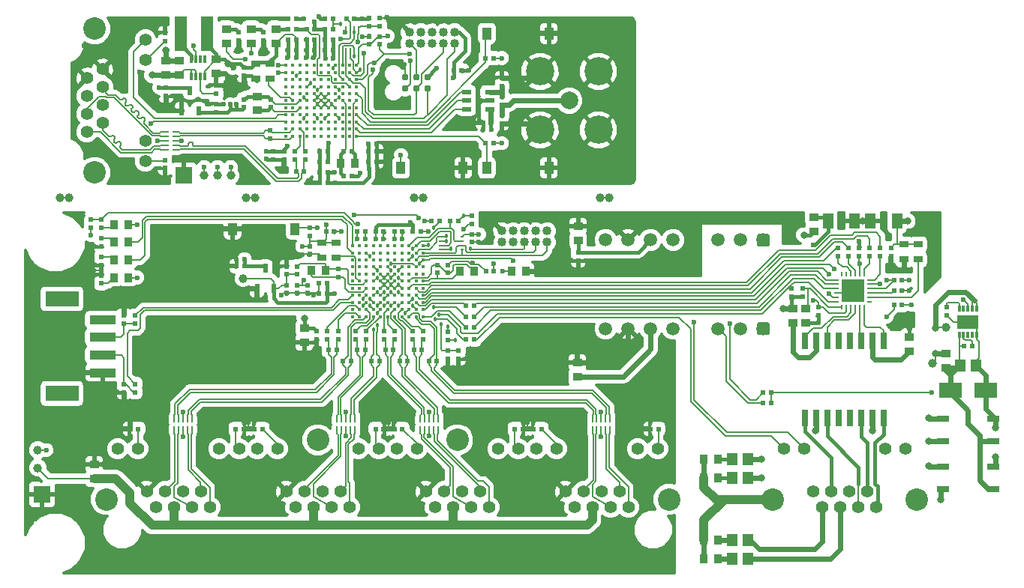
<source format=gtl>
G04 #@! TF.GenerationSoftware,KiCad,Pcbnew,5.0.1-33cea8e~66~ubuntu18.04.1*
G04 #@! TF.CreationDate,2018-11-27T01:50:37+00:00*
G04 #@! TF.ProjectId,proto_switch_sensor_r1_panel,70726F746F5F7377697463685F73656E,1*
G04 #@! TF.SameCoordinates,Original*
G04 #@! TF.FileFunction,Copper,L1,Top,Signal*
G04 #@! TF.FilePolarity,Positive*
%FSLAX46Y46*%
G04 Gerber Fmt 4.6, Leading zero omitted, Abs format (unit mm)*
G04 Created by KiCad (PCBNEW 5.0.1-33cea8e~66~ubuntu18.04.1) date Tue 27 Nov 2018 01:50:37 GMT*
%MOMM*%
%LPD*%
G01*
G04 APERTURE LIST*
G04 #@! TA.AperFunction,SMDPad,CuDef*
%ADD10R,3.000000X1.000000*%
G04 #@! TD*
G04 #@! TA.AperFunction,SMDPad,CuDef*
%ADD11R,3.800000X1.800000*%
G04 #@! TD*
G04 #@! TA.AperFunction,SMDPad,CuDef*
%ADD12R,0.950000X1.000000*%
G04 #@! TD*
G04 #@! TA.AperFunction,SMDPad,CuDef*
%ADD13R,1.000000X0.950000*%
G04 #@! TD*
G04 #@! TA.AperFunction,SMDPad,CuDef*
%ADD14R,0.620000X0.620000*%
G04 #@! TD*
G04 #@! TA.AperFunction,SMDPad,CuDef*
%ADD15R,1.400000X0.800000*%
G04 #@! TD*
G04 #@! TA.AperFunction,BGAPad,CuDef*
%ADD16C,0.400000*%
G04 #@! TD*
G04 #@! TA.AperFunction,ComponentPad*
%ADD17C,1.400000*%
G04 #@! TD*
G04 #@! TA.AperFunction,ComponentPad*
%ADD18C,2.540000*%
G04 #@! TD*
G04 #@! TA.AperFunction,SMDPad,CuDef*
%ADD19R,1.000000X0.800000*%
G04 #@! TD*
G04 #@! TA.AperFunction,BGAPad,CuDef*
%ADD20C,1.000000*%
G04 #@! TD*
G04 #@! TA.AperFunction,SMDPad,CuDef*
%ADD21R,0.640000X1.910000*%
G04 #@! TD*
G04 #@! TA.AperFunction,SMDPad,CuDef*
%ADD22R,1.000000X1.400000*%
G04 #@! TD*
G04 #@! TA.AperFunction,ComponentPad*
%ADD23R,1.900000X1.900000*%
G04 #@! TD*
G04 #@! TA.AperFunction,ComponentPad*
%ADD24C,1.016000*%
G04 #@! TD*
G04 #@! TA.AperFunction,ComponentPad*
%ADD25C,1.500000*%
G04 #@! TD*
G04 #@! TA.AperFunction,Conductor*
%ADD26C,0.100000*%
G04 #@! TD*
G04 #@! TA.AperFunction,SMDPad,CuDef*
%ADD27R,0.600000X1.000000*%
G04 #@! TD*
G04 #@! TA.AperFunction,SMDPad,CuDef*
%ADD28R,0.200000X0.700000*%
G04 #@! TD*
G04 #@! TA.AperFunction,SMDPad,CuDef*
%ADD29R,2.350000X1.580000*%
G04 #@! TD*
G04 #@! TA.AperFunction,SMDPad,CuDef*
%ADD30R,0.300000X0.700000*%
G04 #@! TD*
G04 #@! TA.AperFunction,Conductor*
%ADD31R,2.600000X2.600000*%
G04 #@! TD*
G04 #@! TA.AperFunction,ViaPad*
%ADD32C,0.500000*%
G04 #@! TD*
G04 #@! TA.AperFunction,SMDPad,CuDef*
%ADD33R,0.480000X0.230000*%
G04 #@! TD*
G04 #@! TA.AperFunction,SMDPad,CuDef*
%ADD34R,0.230000X0.480000*%
G04 #@! TD*
G04 #@! TA.AperFunction,SMDPad,CuDef*
%ADD35R,0.300000X0.250000*%
G04 #@! TD*
G04 #@! TA.AperFunction,SMDPad,CuDef*
%ADD36R,2.500000X1.700000*%
G04 #@! TD*
G04 #@! TA.AperFunction,SMDPad,CuDef*
%ADD37R,1.150000X1.450000*%
G04 #@! TD*
G04 #@! TA.AperFunction,SMDPad,CuDef*
%ADD38R,1.150000X1.800000*%
G04 #@! TD*
G04 #@! TA.AperFunction,SMDPad,CuDef*
%ADD39R,0.700000X0.200000*%
G04 #@! TD*
G04 #@! TA.AperFunction,BGAPad,CuDef*
%ADD40C,0.787000*%
G04 #@! TD*
G04 #@! TA.AperFunction,SMDPad,CuDef*
%ADD41R,1.450000X3.890000*%
G04 #@! TD*
G04 #@! TA.AperFunction,SMDPad,CuDef*
%ADD42R,1.100000X0.600000*%
G04 #@! TD*
G04 #@! TA.AperFunction,SMDPad,CuDef*
%ADD43R,0.300000X0.850000*%
G04 #@! TD*
G04 #@! TA.AperFunction,SMDPad,CuDef*
%ADD44R,0.250000X0.300000*%
G04 #@! TD*
G04 #@! TA.AperFunction,ComponentPad*
%ADD45C,3.200000*%
G04 #@! TD*
G04 #@! TA.AperFunction,ComponentPad*
%ADD46C,2.000000*%
G04 #@! TD*
G04 #@! TA.AperFunction,ViaPad*
%ADD47C,1.000000*%
G04 #@! TD*
G04 #@! TA.AperFunction,ViaPad*
%ADD48C,0.800000*%
G04 #@! TD*
G04 #@! TA.AperFunction,ViaPad*
%ADD49C,0.600000*%
G04 #@! TD*
G04 #@! TA.AperFunction,ViaPad*
%ADD50C,0.457200*%
G04 #@! TD*
G04 #@! TA.AperFunction,Conductor*
%ADD51C,0.600000*%
G04 #@! TD*
G04 #@! TA.AperFunction,Conductor*
%ADD52C,0.400000*%
G04 #@! TD*
G04 #@! TA.AperFunction,Conductor*
%ADD53C,0.200000*%
G04 #@! TD*
G04 #@! TA.AperFunction,Conductor*
%ADD54C,0.150000*%
G04 #@! TD*
G04 #@! TA.AperFunction,Conductor*
%ADD55C,0.127000*%
G04 #@! TD*
G04 #@! TA.AperFunction,Conductor*
%ADD56C,1.000000*%
G04 #@! TD*
G04 #@! TA.AperFunction,Conductor*
%ADD57C,0.300000*%
G04 #@! TD*
G04 APERTURE END LIST*
D10*
G04 #@! TO.P,J202,4*
G04 #@! TO.N,GND*
X89350000Y-136750000D03*
G04 #@! TO.P,J202,3*
G04 #@! TO.N,Net-(D204-Pad1)*
X89350000Y-134750000D03*
G04 #@! TO.P,J202,2*
G04 #@! TO.N,Net-(D205-Pad1)*
X89350000Y-132750000D03*
G04 #@! TO.P,J202,1*
G04 #@! TO.N,Net-(J202-Pad1)*
X89350000Y-130750000D03*
D11*
G04 #@! TO.P,J202,*
G04 #@! TO.N,*
X84750000Y-139100000D03*
X84750000Y-128400000D03*
G04 #@! TD*
D12*
G04 #@! TO.P,C224,2*
G04 #@! TO.N,GND*
X137100000Y-125300000D03*
G04 #@! TO.P,C224,1*
G04 #@! TO.N,3v3*
X135500000Y-125300000D03*
G04 #@! TD*
D13*
G04 #@! TO.P,C223,2*
G04 #@! TO.N,GND*
X112100000Y-133300000D03*
G04 #@! TO.P,C223,1*
G04 #@! TO.N,3v3*
X112100000Y-131700000D03*
G04 #@! TD*
D14*
G04 #@! TO.P,R302,2*
G04 #@! TO.N,/Ethernet/RXD0*
X175900000Y-122650000D03*
G04 #@! TO.P,R302,1*
G04 #@! TO.N,Net-(IC301-Pad13)*
X175900000Y-123550000D03*
G04 #@! TD*
G04 #@! TO.P,R403,2*
G04 #@! TO.N,GND*
X92450000Y-143100000D03*
G04 #@! TO.P,R403,1*
G04 #@! TO.N,Net-(J401-Pad1P11)*
X93350000Y-143100000D03*
G04 #@! TD*
D15*
G04 #@! TO.P,D303,4*
G04 #@! TO.N,Net-(C313-Pad2)*
X189850000Y-147330000D03*
G04 #@! TO.P,D303,3*
G04 #@! TO.N,Net-(C313-Pad1)*
X189850000Y-149870000D03*
G04 #@! TO.P,D303,2*
G04 #@! TO.N,/Ethernet/VB1*
X184150000Y-149870000D03*
G04 #@! TO.P,D303,1*
G04 #@! TO.N,/Ethernet/VB2*
X184150000Y-147330000D03*
G04 #@! TD*
G04 #@! TO.P,D302,4*
G04 #@! TO.N,Net-(C313-Pad2)*
X189850000Y-141930000D03*
G04 #@! TO.P,D302,3*
G04 #@! TO.N,Net-(C313-Pad1)*
X189850000Y-144470000D03*
G04 #@! TO.P,D302,2*
G04 #@! TO.N,/Ethernet/VA1*
X184150000Y-144470000D03*
G04 #@! TO.P,D302,1*
G04 #@! TO.N,/Ethernet/VA2*
X184150000Y-141930000D03*
G04 #@! TD*
D14*
G04 #@! TO.P,C201,2*
G04 #@! TO.N,GND*
X131000000Y-122000000D03*
G04 #@! TO.P,C201,1*
G04 #@! TO.N,3v3*
X131000000Y-121100000D03*
G04 #@! TD*
D16*
G04 #@! TO.P,IC202,L11*
G04 #@! TO.N,3v3*
X125500000Y-122400000D03*
G04 #@! TO.P,IC202,K11*
G04 #@! TO.N,/iCE40/FLASH_IO2*
X124700000Y-122400000D03*
G04 #@! TO.P,IC202,J11*
G04 #@! TO.N,/iCE40/FLASH_IO3*
X123900000Y-122400000D03*
G04 #@! TO.P,IC202,H11*
G04 #@! TO.N,Net-(IC202-PadH11)*
X123100000Y-122400000D03*
G04 #@! TO.P,IC202,G11*
G04 #@! TO.N,Net-(IC202-PadG11)*
X122300000Y-122400000D03*
G04 #@! TO.P,IC202,F11*
G04 #@! TO.N,Net-(IC202-PadF11)*
X121500000Y-122400000D03*
G04 #@! TO.P,IC202,E11*
G04 #@! TO.N,Net-(IC202-PadE11)*
X120700000Y-122400000D03*
G04 #@! TO.P,IC202,D11*
G04 #@! TO.N,Net-(IC202-PadD11)*
X119900000Y-122400000D03*
G04 #@! TO.P,IC202,C11*
G04 #@! TO.N,Net-(IC202-PadC11)*
X119100000Y-122400000D03*
G04 #@! TO.P,IC202,B11*
G04 #@! TO.N,Net-(IC202-PadB11)*
X118300000Y-122400000D03*
G04 #@! TO.P,IC202,A11*
G04 #@! TO.N,/iCE40/ULED1*
X117500000Y-122400000D03*
G04 #@! TO.P,IC202,L10*
G04 #@! TO.N,/iCE40/FLASH_SCK*
X125500000Y-123200000D03*
G04 #@! TO.P,IC202,K10*
G04 #@! TO.N,/iCE40/FLASH_SS*
X124700000Y-123200000D03*
G04 #@! TO.P,IC202,J10*
G04 #@! TO.N,Net-(IC202-PadJ10)*
X123900000Y-123200000D03*
G04 #@! TO.P,IC202,H10*
G04 #@! TO.N,Net-(IC202-PadH10)*
X123100000Y-123200000D03*
G04 #@! TO.P,IC202,G10*
G04 #@! TO.N,Net-(IC202-PadG10)*
X122300000Y-123200000D03*
G04 #@! TO.P,IC202,F10*
G04 #@! TO.N,Net-(IC202-PadF10)*
X121500000Y-123200000D03*
G04 #@! TO.P,IC202,E10*
G04 #@! TO.N,Net-(IC202-PadE10)*
X120700000Y-123200000D03*
G04 #@! TO.P,IC202,D10*
G04 #@! TO.N,Net-(IC202-PadD10)*
X119900000Y-123200000D03*
G04 #@! TO.P,IC202,C10*
G04 #@! TO.N,3v3*
X119100000Y-123200000D03*
G04 #@! TO.P,IC202,B10*
G04 #@! TO.N,Net-(IC202-PadB10)*
X118300000Y-123200000D03*
G04 #@! TO.P,IC202,A10*
G04 #@! TO.N,/iCE40/ULED2*
X117500000Y-123200000D03*
G04 #@! TO.P,IC202,L9*
G04 #@! TO.N,/iCE40/CRESET_B*
X125500000Y-124000000D03*
G04 #@! TO.P,IC202,K9*
G04 #@! TO.N,/iCE40/FLASH_SDI*
X124700000Y-124000000D03*
G04 #@! TO.P,IC202,J9*
G04 #@! TO.N,/iCE40/FLASH_SDO*
X123900000Y-124000000D03*
G04 #@! TO.P,IC202,H9*
G04 #@! TO.N,Net-(IC202-PadH9)*
X123100000Y-124000000D03*
G04 #@! TO.P,IC202,G9*
G04 #@! TO.N,Net-(IC202-PadG9)*
X122300000Y-124000000D03*
G04 #@! TO.P,IC202,F9*
G04 #@! TO.N,Net-(IC202-PadF9)*
X121500000Y-124000000D03*
G04 #@! TO.P,IC202,E9*
G04 #@! TO.N,Net-(IC202-PadE9)*
X120700000Y-124000000D03*
G04 #@! TO.P,IC202,D9*
G04 #@! TO.N,Net-(IC202-PadD9)*
X119900000Y-124000000D03*
G04 #@! TO.P,IC202,C9*
G04 #@! TO.N,Net-(IC202-PadC9)*
X119100000Y-124000000D03*
G04 #@! TO.P,IC202,B9*
G04 #@! TO.N,Net-(IC202-PadB9)*
X118300000Y-124000000D03*
G04 #@! TO.P,IC202,A9*
G04 #@! TO.N,Net-(IC202-PadA9)*
X117500000Y-124000000D03*
G04 #@! TO.P,IC202,L8*
G04 #@! TO.N,Net-(IC202-PadL8)*
X125500000Y-124800000D03*
G04 #@! TO.P,IC202,K8*
G04 #@! TO.N,/iCE40/CDONE*
X124700000Y-124800000D03*
G04 #@! TO.P,IC202,J8*
G04 #@! TO.N,Net-(IC202-PadJ8)*
X123900000Y-124800000D03*
G04 #@! TO.P,IC202,H8*
G04 #@! TO.N,1v2*
X123100000Y-124800000D03*
G04 #@! TO.P,IC202,G8*
G04 #@! TO.N,Net-(IC202-PadG8)*
X122300000Y-124800000D03*
G04 #@! TO.P,IC202,F8*
G04 #@! TO.N,3v3*
X121500000Y-124800000D03*
G04 #@! TO.P,IC202,E8*
G04 #@! TO.N,Net-(IC202-PadE8)*
X120700000Y-124800000D03*
G04 #@! TO.P,IC202,D8*
G04 #@! TO.N,1v2*
X119900000Y-124800000D03*
G04 #@! TO.P,IC202,C8*
G04 #@! TO.N,Net-(IC202-PadC8)*
X119100000Y-124800000D03*
G04 #@! TO.P,IC202,B8*
G04 #@! TO.N,Net-(IC202-PadB8)*
X118300000Y-124800000D03*
G04 #@! TO.P,IC202,A8*
G04 #@! TO.N,Net-(IC202-PadA8)*
X117500000Y-124800000D03*
G04 #@! TO.P,IC202,L7*
G04 #@! TO.N,Net-(IC202-PadL7)*
X125500000Y-125600000D03*
G04 #@! TO.P,IC202,K7*
G04 #@! TO.N,Net-(IC202-PadK7)*
X124700000Y-125600000D03*
G04 #@! TO.P,IC202,J7*
G04 #@! TO.N,Net-(IC202-PadJ7)*
X123900000Y-125600000D03*
G04 #@! TO.P,IC202,H7*
G04 #@! TO.N,Net-(IC202-PadH7)*
X123100000Y-125600000D03*
G04 #@! TO.P,IC202,G7*
G04 #@! TO.N,GND*
X122300000Y-125600000D03*
G04 #@! TO.P,IC202,F7*
X121500000Y-125600000D03*
G04 #@! TO.P,IC202,E7*
X120700000Y-125600000D03*
G04 #@! TO.P,IC202,D7*
G04 #@! TO.N,Net-(IC202-PadD7)*
X119900000Y-125600000D03*
G04 #@! TO.P,IC202,C7*
G04 #@! TO.N,Net-(IC202-PadC7)*
X119100000Y-125600000D03*
G04 #@! TO.P,IC202,B7*
G04 #@! TO.N,Net-(IC202-PadB7)*
X118300000Y-125600000D03*
G04 #@! TO.P,IC202,A7*
G04 #@! TO.N,Net-(IC202-PadA7)*
X117500000Y-125600000D03*
G04 #@! TO.P,IC202,L6*
G04 #@! TO.N,Net-(C218-Pad2)*
X125500000Y-126400000D03*
G04 #@! TO.P,IC202,K6*
G04 #@! TO.N,Net-(IC202-PadK6)*
X124700000Y-126400000D03*
G04 #@! TO.P,IC202,J6*
G04 #@! TO.N,Net-(C218-Pad1)*
X123900000Y-126400000D03*
G04 #@! TO.P,IC202,H6*
G04 #@! TO.N,3v3*
X123100000Y-126400000D03*
G04 #@! TO.P,IC202,G6*
G04 #@! TO.N,GND*
X122300000Y-126400000D03*
G04 #@! TO.P,IC202,F6*
X121500000Y-126400000D03*
G04 #@! TO.P,IC202,E6*
X120700000Y-126400000D03*
G04 #@! TO.P,IC202,D6*
G04 #@! TO.N,3v3*
X119900000Y-126400000D03*
G04 #@! TO.P,IC202,C6*
G04 #@! TO.N,Net-(C221-Pad1)*
X119100000Y-126400000D03*
G04 #@! TO.P,IC202,B6*
G04 #@! TO.N,/iCE40/CLK*
X118300000Y-126400000D03*
G04 #@! TO.P,IC202,A6*
G04 #@! TO.N,Net-(IC202-PadA6)*
X117500000Y-126400000D03*
G04 #@! TO.P,IC202,L5*
G04 #@! TO.N,Net-(IC202-PadL5)*
X125500000Y-127200000D03*
G04 #@! TO.P,IC202,K5*
G04 #@! TO.N,/Ethernet/RXD0*
X124700000Y-127200000D03*
G04 #@! TO.P,IC202,J5*
G04 #@! TO.N,/Ethernet/RXD1*
X123900000Y-127200000D03*
G04 #@! TO.P,IC202,H5*
G04 #@! TO.N,GND*
X123100000Y-127200000D03*
G04 #@! TO.P,IC202,G5*
X122300000Y-127200000D03*
G04 #@! TO.P,IC202,F5*
X121500000Y-127200000D03*
G04 #@! TO.P,IC202,E5*
X120700000Y-127200000D03*
G04 #@! TO.P,IC202,D5*
G04 #@! TO.N,Net-(IC202-PadD5)*
X119900000Y-127200000D03*
G04 #@! TO.P,IC202,C5*
G04 #@! TO.N,Net-(C221-Pad2)*
X119100000Y-127200000D03*
G04 #@! TO.P,IC202,B5*
G04 #@! TO.N,Net-(IC202-PadB5)*
X118300000Y-127200000D03*
G04 #@! TO.P,IC202,A5*
G04 #@! TO.N,Net-(IC202-PadA5)*
X117500000Y-127200000D03*
G04 #@! TO.P,IC202,L4*
G04 #@! TO.N,/Ethernet/CRS_DV*
X125500000Y-128000000D03*
G04 #@! TO.P,IC202,K4*
G04 #@! TO.N,/Ethernet/REF_CLK*
X124700000Y-128000000D03*
G04 #@! TO.P,IC202,J4*
G04 #@! TO.N,Net-(IC202-PadJ4)*
X123900000Y-128000000D03*
G04 #@! TO.P,IC202,H4*
G04 #@! TO.N,1v2*
X123100000Y-128000000D03*
G04 #@! TO.P,IC202,G4*
G04 #@! TO.N,3v3*
X122300000Y-128000000D03*
G04 #@! TO.P,IC202,F4*
G04 #@! TO.N,/TGBe Ports/P4_LED1*
X121500000Y-128000000D03*
G04 #@! TO.P,IC202,E4*
G04 #@! TO.N,3v3*
X120700000Y-128000000D03*
G04 #@! TO.P,IC202,D4*
G04 #@! TO.N,1v2*
X119900000Y-128000000D03*
G04 #@! TO.P,IC202,C4*
G04 #@! TO.N,/TGBe Ports/P1_LED1*
X119100000Y-128000000D03*
G04 #@! TO.P,IC202,B4*
G04 #@! TO.N,Net-(IC202-PadB4)*
X118300000Y-128000000D03*
G04 #@! TO.P,IC202,A4*
G04 #@! TO.N,/iCE40/UART_RX*
X117500000Y-128000000D03*
G04 #@! TO.P,IC202,L3*
G04 #@! TO.N,/Ethernet/MDIO*
X125500000Y-128800000D03*
G04 #@! TO.P,IC202,K3*
G04 #@! TO.N,/Ethernet/MDC*
X124700000Y-128800000D03*
G04 #@! TO.P,IC202,J3*
G04 #@! TO.N,/Ethernet/TXD0*
X123900000Y-128800000D03*
G04 #@! TO.P,IC202,H3*
G04 #@! TO.N,/TGBe Ports/P4_LED2*
X123100000Y-128800000D03*
G04 #@! TO.P,IC202,G3*
G04 #@! TO.N,/TGBe Ports/P3_LED1*
X122300000Y-128800000D03*
G04 #@! TO.P,IC202,F3*
G04 #@! TO.N,/TGBe Ports/P3_LED2*
X121500000Y-128800000D03*
G04 #@! TO.P,IC202,E3*
G04 #@! TO.N,/TGBe Ports/RD2-*
X120700000Y-128800000D03*
G04 #@! TO.P,IC202,D3*
G04 #@! TO.N,/TGBe Ports/P1_LED2*
X119900000Y-128800000D03*
G04 #@! TO.P,IC202,C3*
G04 #@! TO.N,/TGBe Ports/P2_LED2*
X119100000Y-128800000D03*
G04 #@! TO.P,IC202,B3*
G04 #@! TO.N,Net-(IC202-PadB3)*
X118300000Y-128800000D03*
G04 #@! TO.P,IC202,A3*
G04 #@! TO.N,/iCE40/UART_TX*
X117500000Y-128800000D03*
G04 #@! TO.P,IC202,L2*
G04 #@! TO.N,/Ethernet/TXEN*
X125500000Y-129600000D03*
G04 #@! TO.P,IC202,K2*
G04 #@! TO.N,/iCE40/PHY_~RST*
X124700000Y-129600000D03*
G04 #@! TO.P,IC202,J2*
G04 #@! TO.N,/iCE40/ETH_LED*
X123900000Y-129600000D03*
G04 #@! TO.P,IC202,H2*
G04 #@! TO.N,/TGBe Ports/TD4-*
X123100000Y-129600000D03*
G04 #@! TO.P,IC202,G2*
G04 #@! TO.N,/TGBe Ports/RD3-*
X122300000Y-129600000D03*
G04 #@! TO.P,IC202,F2*
G04 #@! TO.N,/TGBe Ports/TD3-*
X121500000Y-129600000D03*
G04 #@! TO.P,IC202,E2*
G04 #@! TO.N,/TGBe Ports/RD2+*
X120700000Y-129600000D03*
G04 #@! TO.P,IC202,D2*
G04 #@! TO.N,/TGBe Ports/P2_LED1*
X119900000Y-129600000D03*
G04 #@! TO.P,IC202,C2*
G04 #@! TO.N,/TGBe Ports/RD1+*
X119100000Y-129600000D03*
G04 #@! TO.P,IC202,B2*
G04 #@! TO.N,/TGBe Ports/TD1-*
X118300000Y-129600000D03*
G04 #@! TO.P,IC202,A2*
G04 #@! TO.N,Net-(IC202-PadA2)*
X117500000Y-129600000D03*
G04 #@! TO.P,IC202,L1*
G04 #@! TO.N,/Ethernet/TXD1*
X125500000Y-130400000D03*
G04 #@! TO.P,IC202,K1*
G04 #@! TO.N,/TGBe Ports/RD4-*
X124700000Y-130400000D03*
G04 #@! TO.P,IC202,J1*
G04 #@! TO.N,/TGBe Ports/RD4+*
X123900000Y-130400000D03*
G04 #@! TO.P,IC202,H1*
G04 #@! TO.N,/TGBe Ports/TD4+*
X123100000Y-130400000D03*
G04 #@! TO.P,IC202,G1*
G04 #@! TO.N,/TGBe Ports/RD3+*
X122300000Y-130400000D03*
G04 #@! TO.P,IC202,F1*
G04 #@! TO.N,/TGBe Ports/TD3+*
X121500000Y-130400000D03*
G04 #@! TO.P,IC202,E1*
G04 #@! TO.N,/TGBe Ports/TD2+*
X120700000Y-130400000D03*
G04 #@! TO.P,IC202,D1*
G04 #@! TO.N,/TGBe Ports/TD2-*
X119900000Y-130400000D03*
G04 #@! TO.P,IC202,C1*
G04 #@! TO.N,/TGBe Ports/RD1-*
X119100000Y-130400000D03*
G04 #@! TO.P,IC202,B1*
G04 #@! TO.N,/TGBe Ports/TD1+*
X118300000Y-130400000D03*
G04 #@! TO.P,IC202,A1*
G04 #@! TO.N,Net-(IC202-PadA1)*
X117500000Y-130400000D03*
G04 #@! TD*
D17*
G04 #@! TO.P,J302,8*
G04 #@! TO.N,/Ethernet/VB1*
X169544000Y-150182000D03*
G04 #@! TO.P,J302,6*
G04 #@! TO.N,Net-(J302-Pad6)*
X171576000Y-150182000D03*
G04 #@! TO.P,J302,4*
G04 #@! TO.N,/Ethernet/VB2*
X173608000Y-150182000D03*
G04 #@! TO.P,J302,2*
G04 #@! TO.N,Net-(J302-Pad2)*
X175640000Y-150182000D03*
G04 #@! TO.P,J302,7*
G04 #@! TO.N,/Ethernet/VB1*
X170560000Y-151960000D03*
G04 #@! TO.P,J302,5*
G04 #@! TO.N,/Ethernet/VB2*
X172592000Y-151960000D03*
G04 #@! TO.P,J302,3*
G04 #@! TO.N,Net-(J302-Pad3)*
X174624000Y-151960000D03*
G04 #@! TO.P,J302,1*
G04 #@! TO.N,Net-(J302-Pad1)*
X176656000Y-151960000D03*
G04 #@! TO.P,J302,12*
G04 #@! TO.N,Net-(J302-Pad12)*
X166242000Y-145356000D03*
G04 #@! TO.P,J302,9*
G04 #@! TO.N,/Ethernet/LINK_LED*
X179958000Y-145356000D03*
G04 #@! TO.P,J302,11*
G04 #@! TO.N,GND*
X168528000Y-145356000D03*
G04 #@! TO.P,J302,10*
G04 #@! TO.N,Net-(J302-Pad10)*
X177672000Y-145356000D03*
D18*
G04 #@! TO.P,J302,S1*
G04 #@! TO.N,CHASSIS*
X164972000Y-151071000D03*
G04 #@! TO.P,J302,S2*
G04 #@! TO.N,Net-(J302-PadS2)*
X181228000Y-151071000D03*
G04 #@! TD*
D19*
G04 #@! TO.P,Y301,4*
G04 #@! TO.N,3v3*
X181400000Y-122250000D03*
G04 #@! TO.P,Y301,3*
G04 #@! TO.N,Net-(IC301-Pad8)*
X181400000Y-123950000D03*
G04 #@! TO.P,Y301,2*
G04 #@! TO.N,GND*
X179800000Y-123950000D03*
G04 #@! TO.P,Y301,1*
G04 #@! TO.N,3v3*
X179800000Y-122250000D03*
G04 #@! TD*
G04 #@! TO.P,Y201,4*
G04 #@! TO.N,3v3*
X115700000Y-122050000D03*
G04 #@! TO.P,Y201,3*
G04 #@! TO.N,/iCE40/CLK*
X115700000Y-123750000D03*
G04 #@! TO.P,Y201,2*
G04 #@! TO.N,GND*
X114100000Y-123750000D03*
G04 #@! TO.P,Y201,1*
G04 #@! TO.N,3v3*
X114100000Y-122050000D03*
G04 #@! TD*
D14*
G04 #@! TO.P,C314,2*
G04 #@! TO.N,GND*
X178300000Y-123550000D03*
G04 #@! TO.P,C314,1*
G04 #@! TO.N,3v3*
X178300000Y-122650000D03*
G04 #@! TD*
G04 #@! TO.P,R503,2*
G04 #@! TO.N,GND*
X89200000Y-125750000D03*
G04 #@! TO.P,R503,1*
G04 #@! TO.N,Net-(D501-Pad1)*
X89200000Y-126650000D03*
G04 #@! TD*
D12*
G04 #@! TO.P,D501,2*
G04 #@! TO.N,3v3*
X92200000Y-126000000D03*
G04 #@! TO.P,D501,1*
G04 #@! TO.N,Net-(D501-Pad1)*
X90600000Y-126000000D03*
G04 #@! TD*
D13*
G04 #@! TO.P,C505,2*
G04 #@! TO.N,GND*
X88400000Y-147100000D03*
G04 #@! TO.P,C505,1*
G04 #@! TO.N,24v*
X88400000Y-148700000D03*
G04 #@! TD*
D18*
G04 #@! TO.P,J401,S3*
G04 #@! TO.N,Net-(J401-PadS3)*
X129378000Y-144340000D03*
G04 #@! TO.P,J401,S2*
G04 #@! TO.N,Net-(J401-PadS2)*
X113628000Y-144340000D03*
G04 #@! TO.P,J401,S4*
G04 #@! TO.N,CHASSIS*
X153250000Y-151071000D03*
D17*
G04 #@! TO.P,J401,4P3*
G04 #@! TO.N,/TGBe Ports/TX4+*
X146652000Y-151960000D03*
G04 #@! TO.P,J401,3P3*
G04 #@! TO.N,/TGBe Ports/TX3+*
X130902000Y-151960000D03*
G04 #@! TO.P,J401,2P3*
G04 #@! TO.N,/TGBe Ports/TX2+*
X115152000Y-151960000D03*
G04 #@! TO.P,J401,4P12*
G04 #@! TO.N,/TGBe Ports/P4_LED2*
X138270000Y-145356000D03*
G04 #@! TO.P,J401,3P12*
G04 #@! TO.N,/TGBe Ports/P3_LED2*
X122520000Y-145356000D03*
G04 #@! TO.P,J401,2P12*
G04 #@! TO.N,/TGBe Ports/P2_LED2*
X106770000Y-145356000D03*
G04 #@! TO.P,J401,4P11*
G04 #@! TO.N,Net-(J401-Pad4P11)*
X140556000Y-145356000D03*
G04 #@! TO.P,J401,3P11*
G04 #@! TO.N,Net-(J401-Pad3P11)*
X124806000Y-145356000D03*
G04 #@! TO.P,J401,2P11*
G04 #@! TO.N,Net-(J401-Pad2P11)*
X109056000Y-145356000D03*
G04 #@! TO.P,J401,4P10*
G04 #@! TO.N,/TGBe Ports/P4_LED1*
X149700000Y-145356000D03*
G04 #@! TO.P,J401,3P10*
G04 #@! TO.N,/TGBe Ports/P3_LED1*
X133950000Y-145356000D03*
G04 #@! TO.P,J401,2P10*
G04 #@! TO.N,/TGBe Ports/P2_LED1*
X118200000Y-145356000D03*
G04 #@! TO.P,J401,4P7*
G04 #@! TO.N,GND*
X142588000Y-151960000D03*
G04 #@! TO.P,J401,3P7*
X126838000Y-151960000D03*
G04 #@! TO.P,J401,2P7*
X111088000Y-151960000D03*
G04 #@! TO.P,J401,4P5*
G04 #@! TO.N,24v*
X144620000Y-151960000D03*
G04 #@! TO.P,J401,3P5*
X128870000Y-151960000D03*
G04 #@! TO.P,J401,2P5*
X113120000Y-151960000D03*
G04 #@! TO.P,J401,4P9*
G04 #@! TO.N,Net-(J401-Pad4P9)*
X151986000Y-145356000D03*
G04 #@! TO.P,J401,3P9*
G04 #@! TO.N,Net-(J401-Pad3P9)*
X136236000Y-145356000D03*
G04 #@! TO.P,J401,2P9*
G04 #@! TO.N,Net-(J401-Pad2P9)*
X120486000Y-145356000D03*
G04 #@! TO.P,J401,4P8*
G04 #@! TO.N,GND*
X141572000Y-150182000D03*
G04 #@! TO.P,J401,3P8*
X125822000Y-150182000D03*
G04 #@! TO.P,J401,2P8*
X110072000Y-150182000D03*
G04 #@! TO.P,J401,4P6*
G04 #@! TO.N,/TGBe Ports/TX4-*
X143604000Y-150182000D03*
G04 #@! TO.P,J401,3P6*
G04 #@! TO.N,/TGBe Ports/TX3-*
X127854000Y-150182000D03*
G04 #@! TO.P,J401,2P6*
G04 #@! TO.N,/TGBe Ports/TX2-*
X112104000Y-150182000D03*
G04 #@! TO.P,J401,4P1*
G04 #@! TO.N,/TGBe Ports/RX4+*
X148684000Y-151960000D03*
G04 #@! TO.P,J401,3P1*
G04 #@! TO.N,/TGBe Ports/RX3+*
X132934000Y-151960000D03*
G04 #@! TO.P,J401,2P1*
G04 #@! TO.N,/TGBe Ports/RX2+*
X117184000Y-151960000D03*
G04 #@! TO.P,J401,4P4*
G04 #@! TO.N,24v*
X145636000Y-150182000D03*
G04 #@! TO.P,J401,3P4*
X129886000Y-150182000D03*
G04 #@! TO.P,J401,2P4*
X114136000Y-150182000D03*
G04 #@! TO.P,J401,4P2*
G04 #@! TO.N,/TGBe Ports/RX4-*
X147668000Y-150182000D03*
G04 #@! TO.P,J401,3P2*
G04 #@! TO.N,/TGBe Ports/RX3-*
X131918000Y-150182000D03*
G04 #@! TO.P,J401,2P2*
G04 #@! TO.N,/TGBe Ports/RX2-*
X116168000Y-150182000D03*
G04 #@! TO.P,J401,1P8*
G04 #@! TO.N,GND*
X94322000Y-150182000D03*
G04 #@! TO.P,J401,1P6*
G04 #@! TO.N,/TGBe Ports/TX1-*
X96354000Y-150182000D03*
G04 #@! TO.P,J401,1P4*
G04 #@! TO.N,24v*
X98386000Y-150182000D03*
G04 #@! TO.P,J401,1P2*
G04 #@! TO.N,/TGBe Ports/RX1-*
X100418000Y-150182000D03*
G04 #@! TO.P,J401,1P7*
G04 #@! TO.N,GND*
X95338000Y-151960000D03*
G04 #@! TO.P,J401,1P5*
G04 #@! TO.N,24v*
X97370000Y-151960000D03*
G04 #@! TO.P,J401,1P3*
G04 #@! TO.N,/TGBe Ports/TX1+*
X99402000Y-151960000D03*
G04 #@! TO.P,J401,1P1*
G04 #@! TO.N,/TGBe Ports/RX1+*
X101434000Y-151960000D03*
G04 #@! TO.P,J401,1P12*
G04 #@! TO.N,/TGBe Ports/P1_LED2*
X91020000Y-145356000D03*
G04 #@! TO.P,J401,1P9*
G04 #@! TO.N,Net-(J401-Pad1P9)*
X104736000Y-145356000D03*
G04 #@! TO.P,J401,1P11*
G04 #@! TO.N,Net-(J401-Pad1P11)*
X93306000Y-145356000D03*
G04 #@! TO.P,J401,1P10*
G04 #@! TO.N,/TGBe Ports/P1_LED1*
X102450000Y-145356000D03*
D18*
G04 #@! TO.P,J401,S1*
G04 #@! TO.N,Net-(J401-PadS1)*
X89750000Y-151071000D03*
G04 #@! TD*
D14*
G04 #@! TO.P,C306,2*
G04 #@! TO.N,GND*
X168300000Y-128150000D03*
G04 #@! TO.P,C306,1*
G04 #@! TO.N,Net-(C305-Pad1)*
X168300000Y-127250000D03*
G04 #@! TD*
G04 #@! TO.P,C304,2*
G04 #@! TO.N,GND*
X174700000Y-122650000D03*
G04 #@! TO.P,C304,1*
G04 #@! TO.N,3v3*
X174700000Y-123550000D03*
G04 #@! TD*
G04 #@! TO.P,C302,2*
G04 #@! TO.N,GND*
X170100000Y-130250000D03*
G04 #@! TO.P,C302,1*
G04 #@! TO.N,Net-(C301-Pad1)*
X170100000Y-129350000D03*
G04 #@! TD*
G04 #@! TO.P,R318,2*
G04 #@! TO.N,Net-(J302-Pad12)*
X131250000Y-133000000D03*
G04 #@! TO.P,R318,1*
G04 #@! TO.N,/iCE40/ETH_LED*
X130350000Y-133000000D03*
G04 #@! TD*
D20*
G04 #@! TO.P,TP505,1*
G04 #@! TO.N,/Ethernet/48VDC*
X183000000Y-135700000D03*
G04 #@! TD*
G04 #@! TO.P,TP504,1*
G04 #@! TO.N,/Ethernet/0VDC*
X184500000Y-131600000D03*
G04 #@! TD*
D14*
G04 #@! TO.P,R213,2*
G04 #@! TO.N,/iCE40/UART_TX*
X93000000Y-138050000D03*
G04 #@! TO.P,R213,1*
G04 #@! TO.N,Net-(D204-Pad1)*
X93000000Y-138950000D03*
G04 #@! TD*
G04 #@! TO.P,R212,2*
G04 #@! TO.N,/iCE40/UART_RX*
X93000000Y-130300000D03*
G04 #@! TO.P,R212,1*
G04 #@! TO.N,Net-(D205-Pad1)*
X93000000Y-131200000D03*
G04 #@! TD*
G04 #@! TO.P,D205,2*
G04 #@! TO.N,GND*
X91750000Y-130300000D03*
G04 #@! TO.P,D205,1*
G04 #@! TO.N,Net-(D205-Pad1)*
X91750000Y-131200000D03*
G04 #@! TD*
G04 #@! TO.P,D204,2*
G04 #@! TO.N,GND*
X91750000Y-138950000D03*
G04 #@! TO.P,D204,1*
G04 #@! TO.N,Net-(D204-Pad1)*
X91750000Y-138050000D03*
G04 #@! TD*
D20*
G04 #@! TO.P,TP503,1*
G04 #@! TO.N,1v2*
X105200000Y-126100000D03*
G04 #@! TD*
G04 #@! TO.P,TP502,1*
G04 #@! TO.N,24v*
X82000000Y-147500000D03*
G04 #@! TD*
G04 #@! TO.P,TP501,1*
G04 #@! TO.N,3v3*
X82000000Y-145500000D03*
G04 #@! TD*
D21*
G04 #@! TO.P,T301,16*
G04 #@! TO.N,Net-(J302-Pad1)*
X177445000Y-141885000D03*
G04 #@! TO.P,T301,15*
G04 #@! TO.N,/Ethernet/VA1*
X176175000Y-141885000D03*
G04 #@! TO.P,T301,14*
G04 #@! TO.N,Net-(J302-Pad2)*
X174905000Y-141885000D03*
G04 #@! TO.P,T301,13*
G04 #@! TO.N,Net-(T301-Pad13)*
X173635000Y-141885000D03*
G04 #@! TO.P,T301,12*
G04 #@! TO.N,Net-(T301-Pad12)*
X172365000Y-141885000D03*
G04 #@! TO.P,T301,11*
G04 #@! TO.N,Net-(J302-Pad3)*
X171095000Y-141885000D03*
G04 #@! TO.P,T301,10*
G04 #@! TO.N,/Ethernet/VA2*
X169825000Y-141885000D03*
G04 #@! TO.P,T301,9*
G04 #@! TO.N,Net-(J302-Pad6)*
X168555000Y-141885000D03*
G04 #@! TO.P,T301,8*
G04 #@! TO.N,/Ethernet/RD-*
X168555000Y-133115000D03*
G04 #@! TO.P,T301,7*
G04 #@! TO.N,Net-(C307-Pad1)*
X169825000Y-133115000D03*
G04 #@! TO.P,T301,6*
G04 #@! TO.N,/Ethernet/RD+*
X171095000Y-133115000D03*
G04 #@! TO.P,T301,5*
G04 #@! TO.N,Net-(T301-Pad5)*
X172365000Y-133115000D03*
G04 #@! TO.P,T301,4*
G04 #@! TO.N,Net-(T301-Pad4)*
X173635000Y-133115000D03*
G04 #@! TO.P,T301,3*
G04 #@! TO.N,/Ethernet/TD-*
X174905000Y-133115000D03*
G04 #@! TO.P,T301,2*
G04 #@! TO.N,Net-(C308-Pad1)*
X176175000Y-133115000D03*
G04 #@! TO.P,T301,1*
G04 #@! TO.N,/Ethernet/TD+*
X177445000Y-133115000D03*
G04 #@! TD*
D22*
G04 #@! TO.P,SW201,2*
G04 #@! TO.N,/iCE40/CRESET_B*
X111000000Y-120500000D03*
G04 #@! TO.P,SW201,1*
G04 #@! TO.N,GND*
X104000000Y-120500000D03*
G04 #@! TD*
D14*
G04 #@! TO.P,R502,2*
G04 #@! TO.N,Net-(IC503-Pad3)*
X163850000Y-140200000D03*
G04 #@! TO.P,R502,1*
G04 #@! TO.N,/Power/48VPG*
X164750000Y-140200000D03*
G04 #@! TD*
G04 #@! TO.P,R501,2*
G04 #@! TO.N,Net-(IC501-Pad3)*
X163850000Y-139000000D03*
G04 #@! TO.P,R501,1*
G04 #@! TO.N,/Power/48VPG*
X164750000Y-139000000D03*
G04 #@! TD*
G04 #@! TO.P,R424,2*
G04 #@! TO.N,/TGBe Ports/RD4-*
X126150000Y-135400000D03*
G04 #@! TO.P,R424,1*
G04 #@! TO.N,/TGBe Ports/RD4+*
X127050000Y-135400000D03*
G04 #@! TD*
G04 #@! TO.P,R423,2*
G04 #@! TO.N,/TGBe Ports/TD4+*
X125500000Y-132050000D03*
G04 #@! TO.P,R423,1*
G04 #@! TO.N,/TGBe Ports/ETD4+*
X125500000Y-132950000D03*
G04 #@! TD*
G04 #@! TO.P,R422,2*
G04 #@! TO.N,/TGBe Ports/ETD4-*
X124450000Y-134200000D03*
G04 #@! TO.P,R422,1*
G04 #@! TO.N,/TGBe Ports/ETD4+*
X125350000Y-134200000D03*
G04 #@! TD*
G04 #@! TO.P,R421,2*
G04 #@! TO.N,GND*
X137950000Y-143100000D03*
G04 #@! TO.P,R421,1*
G04 #@! TO.N,Net-(J401-Pad4P11)*
X138850000Y-143100000D03*
G04 #@! TD*
G04 #@! TO.P,R420,2*
G04 #@! TO.N,/TGBe Ports/TD4-*
X124300000Y-132050000D03*
G04 #@! TO.P,R420,1*
G04 #@! TO.N,/TGBe Ports/ETD4-*
X124300000Y-132950000D03*
G04 #@! TD*
G04 #@! TO.P,R419,2*
G04 #@! TO.N,GND*
X151150000Y-143100000D03*
G04 #@! TO.P,R419,1*
G04 #@! TO.N,Net-(J401-Pad4P9)*
X152050000Y-143100000D03*
G04 #@! TD*
G04 #@! TO.P,R418,2*
G04 #@! TO.N,/TGBe Ports/RD3-*
X122850000Y-135400000D03*
G04 #@! TO.P,R418,1*
G04 #@! TO.N,/TGBe Ports/RD3+*
X123750000Y-135400000D03*
G04 #@! TD*
G04 #@! TO.P,R417,2*
G04 #@! TO.N,/TGBe Ports/TD3+*
X122300000Y-132050000D03*
G04 #@! TO.P,R417,1*
G04 #@! TO.N,/TGBe Ports/ETD3+*
X122300000Y-132950000D03*
G04 #@! TD*
G04 #@! TO.P,R416,2*
G04 #@! TO.N,/TGBe Ports/ETD3-*
X121250000Y-134200000D03*
G04 #@! TO.P,R416,1*
G04 #@! TO.N,/TGBe Ports/ETD3+*
X122150000Y-134200000D03*
G04 #@! TD*
G04 #@! TO.P,R415,2*
G04 #@! TO.N,GND*
X122250000Y-143100000D03*
G04 #@! TO.P,R415,1*
G04 #@! TO.N,Net-(J401-Pad3P11)*
X123150000Y-143100000D03*
G04 #@! TD*
G04 #@! TO.P,R414,2*
G04 #@! TO.N,/TGBe Ports/TD3-*
X121100000Y-132050000D03*
G04 #@! TO.P,R414,1*
G04 #@! TO.N,/TGBe Ports/ETD3-*
X121100000Y-132950000D03*
G04 #@! TD*
G04 #@! TO.P,R413,2*
G04 #@! TO.N,GND*
X136750000Y-143100000D03*
G04 #@! TO.P,R413,1*
G04 #@! TO.N,Net-(J401-Pad3P9)*
X135850000Y-143100000D03*
G04 #@! TD*
G04 #@! TO.P,R412,2*
G04 #@! TO.N,/TGBe Ports/RD2-*
X119650000Y-135400000D03*
G04 #@! TO.P,R412,1*
G04 #@! TO.N,/TGBe Ports/RD2+*
X120550000Y-135400000D03*
G04 #@! TD*
G04 #@! TO.P,R411,2*
G04 #@! TO.N,/TGBe Ports/TD2+*
X119100000Y-132050000D03*
G04 #@! TO.P,R411,1*
G04 #@! TO.N,/TGBe Ports/ETD2+*
X119100000Y-132950000D03*
G04 #@! TD*
G04 #@! TO.P,R410,2*
G04 #@! TO.N,/TGBe Ports/ETD2-*
X118050000Y-134200000D03*
G04 #@! TO.P,R410,1*
G04 #@! TO.N,/TGBe Ports/ETD2+*
X118950000Y-134200000D03*
G04 #@! TD*
G04 #@! TO.P,R409,2*
G04 #@! TO.N,GND*
X106450000Y-143100000D03*
G04 #@! TO.P,R409,1*
G04 #@! TO.N,Net-(J401-Pad2P11)*
X107350000Y-143100000D03*
G04 #@! TD*
G04 #@! TO.P,R408,2*
G04 #@! TO.N,/TGBe Ports/TD2-*
X117900000Y-132050000D03*
G04 #@! TO.P,R408,1*
G04 #@! TO.N,/TGBe Ports/ETD2-*
X117900000Y-132950000D03*
G04 #@! TD*
G04 #@! TO.P,R407,2*
G04 #@! TO.N,GND*
X121050000Y-143100000D03*
G04 #@! TO.P,R407,1*
G04 #@! TO.N,Net-(J401-Pad2P9)*
X120150000Y-143100000D03*
G04 #@! TD*
G04 #@! TO.P,R406,2*
G04 #@! TO.N,/TGBe Ports/RD1-*
X116450000Y-135400000D03*
G04 #@! TO.P,R406,1*
G04 #@! TO.N,/TGBe Ports/RD1+*
X117350000Y-135400000D03*
G04 #@! TD*
G04 #@! TO.P,R405,2*
G04 #@! TO.N,/TGBe Ports/TD1+*
X115900000Y-132050000D03*
G04 #@! TO.P,R405,1*
G04 #@! TO.N,/TGBe Ports/ETD1+*
X115900000Y-132950000D03*
G04 #@! TD*
G04 #@! TO.P,R404,2*
G04 #@! TO.N,/TGBe Ports/ETD1-*
X114850000Y-134200000D03*
G04 #@! TO.P,R404,1*
G04 #@! TO.N,/TGBe Ports/ETD1+*
X115750000Y-134200000D03*
G04 #@! TD*
G04 #@! TO.P,R402,2*
G04 #@! TO.N,/TGBe Ports/TD1-*
X114700000Y-132050000D03*
G04 #@! TO.P,R402,1*
G04 #@! TO.N,/TGBe Ports/ETD1-*
X114700000Y-132950000D03*
G04 #@! TD*
G04 #@! TO.P,R401,2*
G04 #@! TO.N,GND*
X105250000Y-143100000D03*
G04 #@! TO.P,R401,1*
G04 #@! TO.N,Net-(J401-Pad1P9)*
X104350000Y-143100000D03*
G04 #@! TD*
G04 #@! TO.P,R317,2*
G04 #@! TO.N,Net-(C313-Pad2)*
X184600000Y-130250000D03*
G04 #@! TO.P,R317,1*
G04 #@! TO.N,Net-(IC303-Pad10)*
X184600000Y-129350000D03*
G04 #@! TD*
G04 #@! TO.P,R316,2*
G04 #@! TO.N,Net-(IC303-Pad2)*
X187450000Y-133700000D03*
G04 #@! TO.P,R316,1*
G04 #@! TO.N,Net-(C313-Pad1)*
X186550000Y-133700000D03*
G04 #@! TD*
D12*
G04 #@! TO.P,R315,2*
G04 #@! TO.N,CHASSIS*
X157200000Y-146500000D03*
G04 #@! TO.P,R315,1*
G04 #@! TO.N,Net-(C312-Pad2)*
X158800000Y-146500000D03*
G04 #@! TD*
G04 #@! TO.P,R314,2*
G04 #@! TO.N,CHASSIS*
X157200000Y-148600000D03*
G04 #@! TO.P,R314,1*
G04 #@! TO.N,Net-(C311-Pad2)*
X158800000Y-148600000D03*
G04 #@! TD*
G04 #@! TO.P,R313,2*
G04 #@! TO.N,CHASSIS*
X157200000Y-157800000D03*
G04 #@! TO.P,R313,1*
G04 #@! TO.N,Net-(C310-Pad2)*
X158800000Y-157800000D03*
G04 #@! TD*
G04 #@! TO.P,R312,2*
G04 #@! TO.N,CHASSIS*
X157200000Y-155700000D03*
G04 #@! TO.P,R312,1*
G04 #@! TO.N,Net-(C309-Pad2)*
X158800000Y-155700000D03*
G04 #@! TD*
D14*
G04 #@! TO.P,R311,2*
G04 #@! TO.N,/iCE40/PHY_~RST*
X167100000Y-127250000D03*
G04 #@! TO.P,R311,1*
G04 #@! TO.N,GND*
X167100000Y-128150000D03*
G04 #@! TD*
G04 #@! TO.P,R310,2*
G04 #@! TO.N,Net-(J302-Pad10)*
X178650000Y-129100000D03*
G04 #@! TO.P,R310,1*
G04 #@! TO.N,3v3*
X179550000Y-129100000D03*
G04 #@! TD*
G04 #@! TO.P,R309,2*
G04 #@! TO.N,Net-(IC301-Pad9)*
X178650000Y-127500000D03*
G04 #@! TO.P,R309,1*
G04 #@! TO.N,GND*
X179550000Y-127500000D03*
G04 #@! TD*
G04 #@! TO.P,R308,2*
G04 #@! TO.N,/Ethernet/MDIO*
X178650000Y-126300000D03*
G04 #@! TO.P,R308,1*
G04 #@! TO.N,3v3*
X179550000Y-126300000D03*
G04 #@! TD*
G04 #@! TO.P,R307,2*
G04 #@! TO.N,/Ethernet/TXD1*
X130350000Y-131600000D03*
G04 #@! TO.P,R307,1*
G04 #@! TO.N,Net-(IC301-Pad21)*
X131250000Y-131600000D03*
G04 #@! TD*
G04 #@! TO.P,R306,2*
G04 #@! TO.N,/Ethernet/TXD0*
X130350000Y-130400000D03*
G04 #@! TO.P,R306,1*
G04 #@! TO.N,Net-(IC301-Pad20)*
X131250000Y-130400000D03*
G04 #@! TD*
G04 #@! TO.P,R305,2*
G04 #@! TO.N,/Ethernet/TXEN*
X130350000Y-129200000D03*
G04 #@! TO.P,R305,1*
G04 #@! TO.N,Net-(IC301-Pad19)*
X131250000Y-129200000D03*
G04 #@! TD*
G04 #@! TO.P,R304,2*
G04 #@! TO.N,/Ethernet/REF_CLK*
X172300000Y-122650000D03*
G04 #@! TO.P,R304,1*
G04 #@! TO.N,Net-(IC301-Pad16)*
X172300000Y-123550000D03*
G04 #@! TD*
G04 #@! TO.P,R303,2*
G04 #@! TO.N,/Ethernet/CRS_DV*
X173500000Y-122650000D03*
G04 #@! TO.P,R303,1*
G04 #@! TO.N,Net-(IC301-Pad15)*
X173500000Y-123550000D03*
G04 #@! TD*
G04 #@! TO.P,R301,2*
G04 #@! TO.N,/Ethernet/RXD1*
X177100000Y-122650000D03*
G04 #@! TO.P,R301,1*
G04 #@! TO.N,Net-(IC301-Pad12)*
X177100000Y-123550000D03*
G04 #@! TD*
G04 #@! TO.P,R211,2*
G04 #@! TO.N,/iCE40/FLASH_SS*
X127350000Y-119600000D03*
G04 #@! TO.P,R211,1*
G04 #@! TO.N,3v3*
X126450000Y-119600000D03*
G04 #@! TD*
G04 #@! TO.P,R210,2*
G04 #@! TO.N,/iCE40/CDONE*
X89200000Y-119450000D03*
G04 #@! TO.P,R210,1*
G04 #@! TO.N,Net-(D203-Pad1)*
X89200000Y-120350000D03*
G04 #@! TD*
G04 #@! TO.P,R209,2*
G04 #@! TO.N,GND*
X89200000Y-124550000D03*
G04 #@! TO.P,R209,1*
G04 #@! TO.N,Net-(D202-Pad1)*
X89200000Y-123650000D03*
G04 #@! TD*
G04 #@! TO.P,R208,2*
G04 #@! TO.N,GND*
X89200000Y-122450000D03*
G04 #@! TO.P,R208,1*
G04 #@! TO.N,Net-(D201-Pad1)*
X89200000Y-121550000D03*
G04 #@! TD*
G04 #@! TO.P,R207,2*
G04 #@! TO.N,/iCE40/CDONE*
X88000000Y-119450000D03*
G04 #@! TO.P,R207,1*
G04 #@! TO.N,3v3*
X88000000Y-120350000D03*
G04 #@! TD*
G04 #@! TO.P,R206,2*
G04 #@! TO.N,/iCE40/CRESET_B*
X112700000Y-120350000D03*
G04 #@! TO.P,R206,1*
G04 #@! TO.N,3v3*
X112700000Y-121250000D03*
G04 #@! TD*
G04 #@! TO.P,R205,2*
G04 #@! TO.N,Net-(C221-Pad1)*
X111300000Y-124750000D03*
G04 #@! TO.P,R205,1*
G04 #@! TO.N,1v2*
X111300000Y-125650000D03*
G04 #@! TD*
G04 #@! TO.P,R204,2*
G04 #@! TO.N,Net-(C218-Pad1)*
X128300000Y-125450000D03*
G04 #@! TO.P,R204,1*
G04 #@! TO.N,1v2*
X128300000Y-124550000D03*
G04 #@! TD*
G04 #@! TO.P,R202,2*
G04 #@! TO.N,/iCE40/FLASH_IO2*
X131000000Y-119900000D03*
G04 #@! TO.P,R202,1*
G04 #@! TO.N,3v3*
X131000000Y-119000000D03*
G04 #@! TD*
G04 #@! TO.P,R201,2*
G04 #@! TO.N,/iCE40/FLASH_IO3*
X128550000Y-119600000D03*
G04 #@! TO.P,R201,1*
G04 #@! TO.N,3v3*
X129450000Y-119600000D03*
G04 #@! TD*
D13*
G04 #@! TO.P,L302,2*
G04 #@! TO.N,Net-(C313-Pad1)*
X184500000Y-136200000D03*
G04 #@! TO.P,L302,1*
G04 #@! TO.N,/Ethernet/48VDC*
X184500000Y-134600000D03*
G04 #@! TD*
G04 #@! TO.P,L301,2*
G04 #@! TO.N,Net-(C301-Pad1)*
X169600000Y-119200000D03*
G04 #@! TO.P,L301,1*
G04 #@! TO.N,3v3*
X169600000Y-120800000D03*
G04 #@! TD*
D23*
G04 #@! TO.P,J501,1*
G04 #@! TO.N,GND*
X82500000Y-150500000D03*
G04 #@! TD*
D24*
G04 #@! TO.P,J201,10*
G04 #@! TO.N,/iCE40/FLASH_SDO*
X134410000Y-122000000D03*
G04 #@! TO.P,J201,9*
G04 #@! TO.N,GND*
X134410000Y-120730000D03*
G04 #@! TO.P,J201,8*
G04 #@! TO.N,/iCE40/CRESET_B*
X135680000Y-122000000D03*
G04 #@! TO.P,J201,7*
G04 #@! TO.N,Net-(J201-Pad7)*
X135680000Y-120730000D03*
G04 #@! TO.P,J201,6*
G04 #@! TO.N,/iCE40/FLASH_SS*
X136950000Y-122000000D03*
G04 #@! TO.P,J201,5*
G04 #@! TO.N,GND*
X136950000Y-120730000D03*
G04 #@! TO.P,J201,4*
G04 #@! TO.N,/iCE40/FLASH_SCK*
X138220000Y-122000000D03*
G04 #@! TO.P,J201,3*
G04 #@! TO.N,GND*
X138220000Y-120730000D03*
G04 #@! TO.P,J201,2*
G04 #@! TO.N,/iCE40/FLASH_SDI*
X139490000Y-122000000D03*
G04 #@! TO.P,J201,1*
G04 #@! TO.N,3v3*
X139490000Y-120730000D03*
G04 #@! TD*
D25*
G04 #@! TO.P,IC503,8*
G04 #@! TO.N,Net-(IC503-Pad8)*
X146110000Y-131750000D03*
G04 #@! TO.P,IC503,7*
G04 #@! TO.N,GND*
X148650000Y-131750000D03*
G04 #@! TO.P,IC503,6*
G04 #@! TO.N,24v*
X151190000Y-131750000D03*
G04 #@! TO.P,IC503,5*
G04 #@! TO.N,Net-(IC503-Pad5)*
X153730000Y-131750000D03*
G04 #@! TO.P,IC503,3*
G04 #@! TO.N,Net-(IC503-Pad3)*
X158810000Y-131750000D03*
G04 #@! TO.P,IC503,2*
G04 #@! TO.N,/Ethernet/48VDC*
X161350000Y-131750000D03*
D26*
G04 #@! TD*
G04 #@! TO.N,/Ethernet/0VDC*
G04 #@! TO.C,IC503*
G36*
X164301756Y-131001806D02*
X164338159Y-131007206D01*
X164373857Y-131016147D01*
X164408506Y-131028545D01*
X164441774Y-131044280D01*
X164473339Y-131063199D01*
X164502897Y-131085121D01*
X164530165Y-131109835D01*
X164554879Y-131137103D01*
X164576801Y-131166661D01*
X164595720Y-131198226D01*
X164611455Y-131231494D01*
X164623853Y-131266143D01*
X164632794Y-131301841D01*
X164638194Y-131338244D01*
X164640000Y-131375000D01*
X164640000Y-132125000D01*
X164638194Y-132161756D01*
X164632794Y-132198159D01*
X164623853Y-132233857D01*
X164611455Y-132268506D01*
X164595720Y-132301774D01*
X164576801Y-132333339D01*
X164554879Y-132362897D01*
X164530165Y-132390165D01*
X164502897Y-132414879D01*
X164473339Y-132436801D01*
X164441774Y-132455720D01*
X164408506Y-132471455D01*
X164373857Y-132483853D01*
X164338159Y-132492794D01*
X164301756Y-132498194D01*
X164265000Y-132500000D01*
X163515000Y-132500000D01*
X163478244Y-132498194D01*
X163441841Y-132492794D01*
X163406143Y-132483853D01*
X163371494Y-132471455D01*
X163338226Y-132455720D01*
X163306661Y-132436801D01*
X163277103Y-132414879D01*
X163249835Y-132390165D01*
X163225121Y-132362897D01*
X163203199Y-132333339D01*
X163184280Y-132301774D01*
X163168545Y-132268506D01*
X163156147Y-132233857D01*
X163147206Y-132198159D01*
X163141806Y-132161756D01*
X163140000Y-132125000D01*
X163140000Y-131375000D01*
X163141806Y-131338244D01*
X163147206Y-131301841D01*
X163156147Y-131266143D01*
X163168545Y-131231494D01*
X163184280Y-131198226D01*
X163203199Y-131166661D01*
X163225121Y-131137103D01*
X163249835Y-131109835D01*
X163277103Y-131085121D01*
X163306661Y-131063199D01*
X163338226Y-131044280D01*
X163371494Y-131028545D01*
X163406143Y-131016147D01*
X163441841Y-131007206D01*
X163478244Y-131001806D01*
X163515000Y-131000000D01*
X164265000Y-131000000D01*
X164301756Y-131001806D01*
X164301756Y-131001806D01*
G37*
D25*
G04 #@! TO.P,IC503,1*
G04 #@! TO.N,/Ethernet/0VDC*
X163890000Y-131750000D03*
G04 #@! TD*
D27*
G04 #@! TO.P,IC502,3*
G04 #@! TO.N,3v3*
X107700000Y-124950000D03*
G04 #@! TO.P,IC502,2*
G04 #@! TO.N,1v2*
X108650000Y-127250000D03*
G04 #@! TO.P,IC502,1*
G04 #@! TO.N,GND*
X106750000Y-127250000D03*
G04 #@! TD*
D25*
G04 #@! TO.P,IC501,8*
G04 #@! TO.N,Net-(IC501-Pad8)*
X146110000Y-121750000D03*
G04 #@! TO.P,IC501,7*
G04 #@! TO.N,GND*
X148650000Y-121750000D03*
G04 #@! TO.P,IC501,6*
G04 #@! TO.N,3v3*
X151190000Y-121750000D03*
G04 #@! TO.P,IC501,5*
G04 #@! TO.N,Net-(IC501-Pad5)*
X153730000Y-121750000D03*
G04 #@! TO.P,IC501,3*
G04 #@! TO.N,Net-(IC501-Pad3)*
X158810000Y-121750000D03*
G04 #@! TO.P,IC501,2*
G04 #@! TO.N,/Ethernet/48VDC*
X161350000Y-121750000D03*
D26*
G04 #@! TD*
G04 #@! TO.N,/Ethernet/0VDC*
G04 #@! TO.C,IC501*
G36*
X164301756Y-121001806D02*
X164338159Y-121007206D01*
X164373857Y-121016147D01*
X164408506Y-121028545D01*
X164441774Y-121044280D01*
X164473339Y-121063199D01*
X164502897Y-121085121D01*
X164530165Y-121109835D01*
X164554879Y-121137103D01*
X164576801Y-121166661D01*
X164595720Y-121198226D01*
X164611455Y-121231494D01*
X164623853Y-121266143D01*
X164632794Y-121301841D01*
X164638194Y-121338244D01*
X164640000Y-121375000D01*
X164640000Y-122125000D01*
X164638194Y-122161756D01*
X164632794Y-122198159D01*
X164623853Y-122233857D01*
X164611455Y-122268506D01*
X164595720Y-122301774D01*
X164576801Y-122333339D01*
X164554879Y-122362897D01*
X164530165Y-122390165D01*
X164502897Y-122414879D01*
X164473339Y-122436801D01*
X164441774Y-122455720D01*
X164408506Y-122471455D01*
X164373857Y-122483853D01*
X164338159Y-122492794D01*
X164301756Y-122498194D01*
X164265000Y-122500000D01*
X163515000Y-122500000D01*
X163478244Y-122498194D01*
X163441841Y-122492794D01*
X163406143Y-122483853D01*
X163371494Y-122471455D01*
X163338226Y-122455720D01*
X163306661Y-122436801D01*
X163277103Y-122414879D01*
X163249835Y-122390165D01*
X163225121Y-122362897D01*
X163203199Y-122333339D01*
X163184280Y-122301774D01*
X163168545Y-122268506D01*
X163156147Y-122233857D01*
X163147206Y-122198159D01*
X163141806Y-122161756D01*
X163140000Y-122125000D01*
X163140000Y-121375000D01*
X163141806Y-121338244D01*
X163147206Y-121301841D01*
X163156147Y-121266143D01*
X163168545Y-121231494D01*
X163184280Y-121198226D01*
X163203199Y-121166661D01*
X163225121Y-121137103D01*
X163249835Y-121109835D01*
X163277103Y-121085121D01*
X163306661Y-121063199D01*
X163338226Y-121044280D01*
X163371494Y-121028545D01*
X163406143Y-121016147D01*
X163441841Y-121007206D01*
X163478244Y-121001806D01*
X163515000Y-121000000D01*
X164265000Y-121000000D01*
X164301756Y-121001806D01*
X164301756Y-121001806D01*
G37*
D25*
G04 #@! TO.P,IC501,1*
G04 #@! TO.N,/Ethernet/0VDC*
X163890000Y-121750000D03*
G04 #@! TD*
D28*
G04 #@! TO.P,IC408,10*
G04 #@! TO.N,/TGBe Ports/ETD4-*
X144600000Y-142075000D03*
G04 #@! TO.P,IC408,9*
G04 #@! TO.N,/TGBe Ports/ETD4+*
X145100000Y-142075000D03*
G04 #@! TO.P,IC408,8*
G04 #@! TO.N,GND*
X145600000Y-142075000D03*
G04 #@! TO.P,IC408,7*
G04 #@! TO.N,/TGBe Ports/RD4-*
X146100000Y-142075000D03*
G04 #@! TO.P,IC408,6*
G04 #@! TO.N,/TGBe Ports/RD4+*
X146600000Y-142075000D03*
G04 #@! TO.P,IC408,5*
G04 #@! TO.N,/TGBe Ports/RX4+*
X146600000Y-143125000D03*
G04 #@! TO.P,IC408,4*
G04 #@! TO.N,/TGBe Ports/RX4-*
X146100000Y-143125000D03*
G04 #@! TO.P,IC408,3*
G04 #@! TO.N,GND*
X145600000Y-143125000D03*
G04 #@! TO.P,IC408,2*
G04 #@! TO.N,/TGBe Ports/TX4+*
X145100000Y-143125000D03*
G04 #@! TO.P,IC408,1*
G04 #@! TO.N,/TGBe Ports/TX4-*
X144600000Y-143125000D03*
G04 #@! TD*
G04 #@! TO.P,IC406,10*
G04 #@! TO.N,/TGBe Ports/ETD3-*
X125200000Y-142075000D03*
G04 #@! TO.P,IC406,9*
G04 #@! TO.N,/TGBe Ports/ETD3+*
X125700000Y-142075000D03*
G04 #@! TO.P,IC406,8*
G04 #@! TO.N,GND*
X126200000Y-142075000D03*
G04 #@! TO.P,IC406,7*
G04 #@! TO.N,/TGBe Ports/RD3-*
X126700000Y-142075000D03*
G04 #@! TO.P,IC406,6*
G04 #@! TO.N,/TGBe Ports/RD3+*
X127200000Y-142075000D03*
G04 #@! TO.P,IC406,5*
G04 #@! TO.N,/TGBe Ports/RX3+*
X127200000Y-143125000D03*
G04 #@! TO.P,IC406,4*
G04 #@! TO.N,/TGBe Ports/RX3-*
X126700000Y-143125000D03*
G04 #@! TO.P,IC406,3*
G04 #@! TO.N,GND*
X126200000Y-143125000D03*
G04 #@! TO.P,IC406,2*
G04 #@! TO.N,/TGBe Ports/TX3+*
X125700000Y-143125000D03*
G04 #@! TO.P,IC406,1*
G04 #@! TO.N,/TGBe Ports/TX3-*
X125200000Y-143125000D03*
G04 #@! TD*
G04 #@! TO.P,IC404,10*
G04 #@! TO.N,/TGBe Ports/ETD2-*
X115800000Y-142075000D03*
G04 #@! TO.P,IC404,9*
G04 #@! TO.N,/TGBe Ports/ETD2+*
X116300000Y-142075000D03*
G04 #@! TO.P,IC404,8*
G04 #@! TO.N,GND*
X116800000Y-142075000D03*
G04 #@! TO.P,IC404,7*
G04 #@! TO.N,/TGBe Ports/RD2-*
X117300000Y-142075000D03*
G04 #@! TO.P,IC404,6*
G04 #@! TO.N,/TGBe Ports/RD2+*
X117800000Y-142075000D03*
G04 #@! TO.P,IC404,5*
G04 #@! TO.N,/TGBe Ports/RX2+*
X117800000Y-143125000D03*
G04 #@! TO.P,IC404,4*
G04 #@! TO.N,/TGBe Ports/RX2-*
X117300000Y-143125000D03*
G04 #@! TO.P,IC404,3*
G04 #@! TO.N,GND*
X116800000Y-143125000D03*
G04 #@! TO.P,IC404,2*
G04 #@! TO.N,/TGBe Ports/TX2+*
X116300000Y-143125000D03*
G04 #@! TO.P,IC404,1*
G04 #@! TO.N,/TGBe Ports/TX2-*
X115800000Y-143125000D03*
G04 #@! TD*
G04 #@! TO.P,IC402,10*
G04 #@! TO.N,/TGBe Ports/ETD1-*
X97400000Y-142075000D03*
G04 #@! TO.P,IC402,9*
G04 #@! TO.N,/TGBe Ports/ETD1+*
X97900000Y-142075000D03*
G04 #@! TO.P,IC402,8*
G04 #@! TO.N,GND*
X98400000Y-142075000D03*
G04 #@! TO.P,IC402,7*
G04 #@! TO.N,/TGBe Ports/RD1-*
X98900000Y-142075000D03*
G04 #@! TO.P,IC402,6*
G04 #@! TO.N,/TGBe Ports/RD1+*
X99400000Y-142075000D03*
G04 #@! TO.P,IC402,5*
G04 #@! TO.N,/TGBe Ports/RX1+*
X99400000Y-143125000D03*
G04 #@! TO.P,IC402,4*
G04 #@! TO.N,/TGBe Ports/RX1-*
X98900000Y-143125000D03*
G04 #@! TO.P,IC402,3*
G04 #@! TO.N,GND*
X98400000Y-143125000D03*
G04 #@! TO.P,IC402,2*
G04 #@! TO.N,/TGBe Ports/TX1+*
X97900000Y-143125000D03*
G04 #@! TO.P,IC402,1*
G04 #@! TO.N,/TGBe Ports/TX1-*
X97400000Y-143125000D03*
G04 #@! TD*
D29*
G04 #@! TO.P,IC303,EP*
G04 #@! TO.N,Net-(C313-Pad2)*
X187000000Y-131000000D03*
D30*
G04 #@! TO.P,IC303,10*
G04 #@! TO.N,Net-(IC303-Pad10)*
X186000000Y-129525000D03*
G04 #@! TO.P,IC303,9*
G04 #@! TO.N,Net-(IC303-Pad9)*
X186500000Y-129525000D03*
G04 #@! TO.P,IC303,8*
G04 #@! TO.N,/Power/48VPG*
X187000000Y-129525000D03*
G04 #@! TO.P,IC303,7*
G04 #@! TO.N,/Ethernet/0VDC*
X187500000Y-129525000D03*
G04 #@! TO.P,IC303,6*
X188000000Y-129525000D03*
G04 #@! TO.P,IC303,5*
G04 #@! TO.N,Net-(C313-Pad2)*
X188000000Y-132475000D03*
G04 #@! TO.P,IC303,4*
G04 #@! TO.N,Net-(IC303-Pad4)*
X187500000Y-132475000D03*
G04 #@! TO.P,IC303,3*
G04 #@! TO.N,Net-(IC303-Pad3)*
X187000000Y-132475000D03*
G04 #@! TO.P,IC303,2*
G04 #@! TO.N,Net-(IC303-Pad2)*
X186500000Y-132475000D03*
G04 #@! TO.P,IC303,1*
G04 #@! TO.N,Net-(C313-Pad1)*
X186000000Y-132475000D03*
G04 #@! TD*
D31*
G04 #@! TO.N,GND*
G04 #@! TO.C,IC301*
X174000000Y-127500000D03*
D32*
X174600000Y-126900000D03*
X173400000Y-126900000D03*
X174600000Y-128100000D03*
X173400000Y-128100000D03*
D33*
G04 #@! TD*
G04 #@! TO.P,IC301,24*
G04 #@! TO.N,/iCE40/PHY_~RST*
X172140000Y-128750000D03*
G04 #@! TO.P,IC301,23*
G04 #@! TO.N,/Ethernet/LINK_LED*
X172140000Y-128250000D03*
G04 #@! TO.P,IC301,22*
G04 #@! TO.N,GND*
X172140000Y-127750000D03*
G04 #@! TO.P,IC301,21*
G04 #@! TO.N,Net-(IC301-Pad21)*
X172140000Y-127250000D03*
G04 #@! TO.P,IC301,20*
G04 #@! TO.N,Net-(IC301-Pad20)*
X172140000Y-126750000D03*
G04 #@! TO.P,IC301,19*
G04 #@! TO.N,Net-(IC301-Pad19)*
X172140000Y-126250000D03*
D34*
G04 #@! TO.P,IC301,18*
G04 #@! TO.N,Net-(IC301-Pad18)*
X172750000Y-125640000D03*
G04 #@! TO.P,IC301,17*
G04 #@! TO.N,Net-(IC301-Pad17)*
X173250000Y-125640000D03*
G04 #@! TO.P,IC301,16*
G04 #@! TO.N,Net-(IC301-Pad16)*
X173750000Y-125640000D03*
G04 #@! TO.P,IC301,15*
G04 #@! TO.N,Net-(IC301-Pad15)*
X174250000Y-125640000D03*
G04 #@! TO.P,IC301,14*
G04 #@! TO.N,3v3*
X174750000Y-125640000D03*
G04 #@! TO.P,IC301,13*
G04 #@! TO.N,Net-(IC301-Pad13)*
X175250000Y-125640000D03*
D33*
G04 #@! TO.P,IC301,12*
G04 #@! TO.N,Net-(IC301-Pad12)*
X175860000Y-126250000D03*
G04 #@! TO.P,IC301,11*
G04 #@! TO.N,/Ethernet/MDC*
X175860000Y-126750000D03*
G04 #@! TO.P,IC301,10*
G04 #@! TO.N,/Ethernet/MDIO*
X175860000Y-127250000D03*
G04 #@! TO.P,IC301,9*
G04 #@! TO.N,Net-(IC301-Pad9)*
X175860000Y-127750000D03*
G04 #@! TO.P,IC301,8*
G04 #@! TO.N,Net-(IC301-Pad8)*
X175860000Y-128250000D03*
G04 #@! TO.P,IC301,7*
G04 #@! TO.N,Net-(IC301-Pad7)*
X175860000Y-128750000D03*
D34*
G04 #@! TO.P,IC301,6*
G04 #@! TO.N,/Ethernet/TD+*
X175250000Y-129360000D03*
G04 #@! TO.P,IC301,5*
G04 #@! TO.N,/Ethernet/TD-*
X174750000Y-129360000D03*
G04 #@! TO.P,IC301,4*
G04 #@! TO.N,/Ethernet/RD+*
X174250000Y-129360000D03*
G04 #@! TO.P,IC301,3*
G04 #@! TO.N,/Ethernet/RD-*
X173750000Y-129360000D03*
G04 #@! TO.P,IC301,2*
G04 #@! TO.N,Net-(C301-Pad1)*
X173250000Y-129360000D03*
G04 #@! TO.P,IC301,1*
G04 #@! TO.N,Net-(C305-Pad1)*
X172750000Y-129360000D03*
G04 #@! TD*
D35*
G04 #@! TO.P,IC201,8*
G04 #@! TO.N,3v3*
X129925000Y-121350000D03*
G04 #@! TO.P,IC201,7*
G04 #@! TO.N,/iCE40/FLASH_IO3*
X129925000Y-121850000D03*
G04 #@! TO.P,IC201,6*
G04 #@! TO.N,/iCE40/FLASH_SCK*
X129925000Y-122350000D03*
G04 #@! TO.P,IC201,5*
G04 #@! TO.N,/iCE40/FLASH_SDI*
X129925000Y-122850000D03*
G04 #@! TO.P,IC201,4*
G04 #@! TO.N,GND*
X127475000Y-122850000D03*
G04 #@! TO.P,IC201,3*
G04 #@! TO.N,/iCE40/FLASH_IO2*
X127475000Y-122350000D03*
G04 #@! TO.P,IC201,2*
G04 #@! TO.N,/iCE40/FLASH_SDO*
X127475000Y-121850000D03*
G04 #@! TO.P,IC201,1*
G04 #@! TO.N,/iCE40/FLASH_SS*
X127475000Y-121350000D03*
G04 #@! TD*
D36*
G04 #@! TO.P,D301,2*
G04 #@! TO.N,Net-(C313-Pad2)*
X189000000Y-138700000D03*
G04 #@! TO.P,D301,1*
G04 #@! TO.N,Net-(C313-Pad1)*
X185000000Y-138700000D03*
G04 #@! TD*
D12*
G04 #@! TO.P,D203,2*
G04 #@! TO.N,3v3*
X92200000Y-120000000D03*
G04 #@! TO.P,D203,1*
G04 #@! TO.N,Net-(D203-Pad1)*
X90600000Y-120000000D03*
G04 #@! TD*
G04 #@! TO.P,D202,2*
G04 #@! TO.N,/iCE40/ULED2*
X92200000Y-124000000D03*
G04 #@! TO.P,D202,1*
G04 #@! TO.N,Net-(D202-Pad1)*
X90600000Y-124000000D03*
G04 #@! TD*
G04 #@! TO.P,D201,2*
G04 #@! TO.N,/iCE40/ULED1*
X92200000Y-122000000D03*
G04 #@! TO.P,D201,1*
G04 #@! TO.N,Net-(D201-Pad1)*
X90600000Y-122000000D03*
G04 #@! TD*
D14*
G04 #@! TO.P,C504,2*
G04 #@! TO.N,GND*
X110100000Y-127750000D03*
G04 #@! TO.P,C504,1*
G04 #@! TO.N,1v2*
X110100000Y-126850000D03*
G04 #@! TD*
G04 #@! TO.P,C503,2*
G04 #@! TO.N,GND*
X104450000Y-124700000D03*
G04 #@! TO.P,C503,1*
G04 #@! TO.N,3v3*
X105350000Y-124700000D03*
G04 #@! TD*
D13*
G04 #@! TO.P,C502,2*
G04 #@! TO.N,GND*
X142900000Y-135600000D03*
G04 #@! TO.P,C502,1*
G04 #@! TO.N,24v*
X142900000Y-137200000D03*
G04 #@! TD*
G04 #@! TO.P,C501,2*
G04 #@! TO.N,GND*
X143000000Y-120200000D03*
G04 #@! TO.P,C501,1*
G04 #@! TO.N,3v3*
X143000000Y-121800000D03*
G04 #@! TD*
D37*
G04 #@! TO.P,C313,2*
G04 #@! TO.N,Net-(C313-Pad2)*
X187900000Y-135900000D03*
G04 #@! TO.P,C313,1*
G04 #@! TO.N,Net-(C313-Pad1)*
X186100000Y-135900000D03*
G04 #@! TD*
G04 #@! TO.P,C312,2*
G04 #@! TO.N,Net-(C312-Pad2)*
X160400000Y-146500000D03*
G04 #@! TO.P,C312,1*
G04 #@! TO.N,/Ethernet/VA2*
X162200000Y-146500000D03*
G04 #@! TD*
G04 #@! TO.P,C311,2*
G04 #@! TO.N,Net-(C311-Pad2)*
X160400000Y-148600000D03*
G04 #@! TO.P,C311,1*
G04 #@! TO.N,/Ethernet/VA1*
X162200000Y-148600000D03*
G04 #@! TD*
G04 #@! TO.P,C310,2*
G04 #@! TO.N,Net-(C310-Pad2)*
X160400000Y-157800000D03*
G04 #@! TO.P,C310,1*
G04 #@! TO.N,/Ethernet/VB2*
X162200000Y-157800000D03*
G04 #@! TD*
G04 #@! TO.P,C309,2*
G04 #@! TO.N,Net-(C309-Pad2)*
X160400000Y-155700000D03*
G04 #@! TO.P,C309,1*
G04 #@! TO.N,/Ethernet/VB1*
X162200000Y-155700000D03*
G04 #@! TD*
D13*
G04 #@! TO.P,C308,2*
G04 #@! TO.N,GND*
X180400000Y-132700000D03*
G04 #@! TO.P,C308,1*
G04 #@! TO.N,Net-(C308-Pad1)*
X180400000Y-134300000D03*
G04 #@! TD*
G04 #@! TO.P,C307,2*
G04 #@! TO.N,GND*
X167200000Y-129500000D03*
G04 #@! TO.P,C307,1*
G04 #@! TO.N,Net-(C307-Pad1)*
X167200000Y-131100000D03*
G04 #@! TD*
G04 #@! TO.P,C305,2*
G04 #@! TO.N,GND*
X168700000Y-131100000D03*
G04 #@! TO.P,C305,1*
G04 #@! TO.N,Net-(C305-Pad1)*
X168700000Y-129500000D03*
G04 #@! TD*
D38*
G04 #@! TO.P,C303,2*
G04 #@! TO.N,GND*
X176000000Y-119600000D03*
G04 #@! TO.P,C303,1*
G04 #@! TO.N,3v3*
X179000000Y-119600000D03*
G04 #@! TD*
G04 #@! TO.P,C301,2*
G04 #@! TO.N,GND*
X174200000Y-119600000D03*
G04 #@! TO.P,C301,1*
G04 #@! TO.N,Net-(C301-Pad1)*
X171200000Y-119600000D03*
G04 #@! TD*
D14*
G04 #@! TO.P,C222,2*
G04 #@! TO.N,Net-(C221-Pad2)*
X115900000Y-125950000D03*
G04 #@! TO.P,C222,1*
G04 #@! TO.N,Net-(C221-Pad1)*
X115900000Y-125050000D03*
G04 #@! TD*
D12*
G04 #@! TO.P,C221,2*
G04 #@! TO.N,Net-(C221-Pad2)*
X112900000Y-125200000D03*
G04 #@! TO.P,C221,1*
G04 #@! TO.N,Net-(C221-Pad1)*
X114500000Y-125200000D03*
G04 #@! TD*
D14*
G04 #@! TO.P,C220,2*
G04 #@! TO.N,GND*
X112700000Y-123350000D03*
G04 #@! TO.P,C220,1*
G04 #@! TO.N,3v3*
X112700000Y-122450000D03*
G04 #@! TD*
G04 #@! TO.P,C219,2*
G04 #@! TO.N,Net-(C218-Pad2)*
X127100000Y-125450000D03*
G04 #@! TO.P,C219,1*
G04 #@! TO.N,Net-(C218-Pad1)*
X127100000Y-124550000D03*
G04 #@! TD*
D12*
G04 #@! TO.P,C218,2*
G04 #@! TO.N,Net-(C218-Pad2)*
X129650000Y-125300000D03*
G04 #@! TO.P,C218,1*
G04 #@! TO.N,Net-(C218-Pad1)*
X131250000Y-125300000D03*
G04 #@! TD*
D14*
G04 #@! TO.P,C217,2*
G04 #@! TO.N,GND*
X143000000Y-124050000D03*
G04 #@! TO.P,C217,1*
G04 #@! TO.N,3v3*
X143000000Y-123150000D03*
G04 #@! TD*
G04 #@! TO.P,C216,2*
G04 #@! TO.N,GND*
X118050000Y-120800000D03*
G04 #@! TO.P,C216,1*
G04 #@! TO.N,3v3*
X118950000Y-120800000D03*
G04 #@! TD*
G04 #@! TO.P,C215,2*
G04 #@! TO.N,GND*
X123150000Y-120800000D03*
G04 #@! TO.P,C215,1*
G04 #@! TO.N,3v3*
X122250000Y-120800000D03*
G04 #@! TD*
G04 #@! TO.P,C214,2*
G04 #@! TO.N,GND*
X112500000Y-127750000D03*
G04 #@! TO.P,C214,1*
G04 #@! TO.N,3v3*
X112500000Y-126850000D03*
G04 #@! TD*
G04 #@! TO.P,C213,2*
G04 #@! TO.N,GND*
X128300000Y-135150000D03*
G04 #@! TO.P,C213,1*
G04 #@! TO.N,3v3*
X128300000Y-134250000D03*
G04 #@! TD*
G04 #@! TO.P,C212,2*
G04 #@! TO.N,GND*
X115450000Y-120800000D03*
G04 #@! TO.P,C212,1*
G04 #@! TO.N,3v3*
X114550000Y-120800000D03*
G04 #@! TD*
G04 #@! TO.P,C211,2*
G04 #@! TO.N,GND*
X129500000Y-135150000D03*
G04 #@! TO.P,C211,1*
G04 #@! TO.N,3v3*
X129500000Y-134250000D03*
G04 #@! TD*
G04 #@! TO.P,C210,2*
G04 #@! TO.N,GND*
X113500000Y-132950000D03*
G04 #@! TO.P,C210,1*
G04 #@! TO.N,3v3*
X113500000Y-132050000D03*
G04 #@! TD*
G04 #@! TO.P,C209,2*
G04 #@! TO.N,GND*
X111300000Y-127750000D03*
G04 #@! TO.P,C209,1*
G04 #@! TO.N,3v3*
X111300000Y-126850000D03*
G04 #@! TD*
G04 #@! TO.P,C208,2*
G04 #@! TO.N,GND*
X121050000Y-120800000D03*
G04 #@! TO.P,C208,1*
G04 #@! TO.N,1v2*
X120150000Y-120800000D03*
G04 #@! TD*
G04 #@! TO.P,C207,2*
G04 #@! TO.N,GND*
X125250000Y-120800000D03*
G04 #@! TO.P,C207,1*
G04 #@! TO.N,1v2*
X124350000Y-120800000D03*
G04 #@! TD*
G04 #@! TO.P,C206,2*
G04 #@! TO.N,GND*
X113750000Y-127800000D03*
G04 #@! TO.P,C206,1*
G04 #@! TO.N,1v2*
X114650000Y-127800000D03*
G04 #@! TD*
G04 #@! TO.P,C205,2*
G04 #@! TO.N,GND*
X113750000Y-126600000D03*
G04 #@! TO.P,C205,1*
G04 #@! TO.N,1v2*
X114650000Y-126600000D03*
G04 #@! TD*
G04 #@! TO.P,C204,2*
G04 #@! TO.N,GND*
X133500000Y-125300000D03*
G04 #@! TO.P,C204,1*
G04 #@! TO.N,1v2*
X132600000Y-125300000D03*
G04 #@! TD*
G04 #@! TO.P,C203,2*
G04 #@! TO.N,GND*
X110100000Y-124750000D03*
G04 #@! TO.P,C203,1*
G04 #@! TO.N,1v2*
X110100000Y-125650000D03*
G04 #@! TD*
G04 #@! TO.P,C202,2*
G04 #@! TO.N,GND*
X128300000Y-133050000D03*
G04 #@! TO.P,C202,1*
G04 #@! TO.N,1v2*
X128300000Y-132150000D03*
G04 #@! TD*
D13*
G04 #@! TO.P,C15,2*
G04 #@! TO.N,GND*
X102150000Y-102950000D03*
G04 #@! TO.P,C15,1*
G04 #@! TO.N,3v3*
X102150000Y-101350000D03*
G04 #@! TD*
D17*
G04 #@! TO.P,IC1,8*
G04 #@! TO.N,GND*
X89318000Y-102444000D03*
G04 #@! TO.P,IC1,6*
G04 #@! TO.N,/RX-*
X89318000Y-104476000D03*
G04 #@! TO.P,IC1,4*
G04 #@! TO.N,/PWRIN*
X89318000Y-106508000D03*
G04 #@! TO.P,IC1,2*
G04 #@! TO.N,/TX-*
X89318000Y-108540000D03*
G04 #@! TO.P,IC1,7*
G04 #@! TO.N,GND*
X87540000Y-103460000D03*
G04 #@! TO.P,IC1,5*
G04 #@! TO.N,/PWRIN*
X87540000Y-105492000D03*
G04 #@! TO.P,IC1,3*
G04 #@! TO.N,/RX+*
X87540000Y-107524000D03*
G04 #@! TO.P,IC1,1*
G04 #@! TO.N,/TX+*
X87540000Y-109556000D03*
G04 #@! TO.P,IC1,12*
G04 #@! TO.N,/LED2*
X94144000Y-99142000D03*
G04 #@! TO.P,IC1,9*
G04 #@! TO.N,Net-(IC1-Pad9)*
X94144000Y-112858000D03*
G04 #@! TO.P,IC1,11*
G04 #@! TO.N,Net-(IC1-Pad11)*
X94144000Y-101428000D03*
G04 #@! TO.P,IC1,10*
G04 #@! TO.N,/LED1*
X94144000Y-110572000D03*
D18*
G04 #@! TO.P,IC1,S1*
G04 #@! TO.N,Net-(IC1-PadS1)*
X88429000Y-97872000D03*
G04 #@! TO.P,IC1,S2*
G04 #@! TO.N,Net-(IC1-PadS2)*
X88429000Y-114128000D03*
G04 #@! TD*
D19*
G04 #@! TO.P,Y1,4*
G04 #@! TO.N,3v3*
X108250000Y-101850000D03*
G04 #@! TO.P,Y1,3*
G04 #@! TO.N,/CLK*
X108250000Y-103550000D03*
G04 #@! TO.P,Y1,2*
G04 #@! TO.N,GND*
X106650000Y-103550000D03*
G04 #@! TO.P,Y1,1*
G04 #@! TO.N,3v3*
X106650000Y-101850000D03*
G04 #@! TD*
D39*
G04 #@! TO.P,IC7,10*
G04 #@! TO.N,/RD-*
X97525000Y-109550000D03*
G04 #@! TO.P,IC7,9*
G04 #@! TO.N,/RD+*
X97525000Y-110050000D03*
G04 #@! TO.P,IC7,8*
G04 #@! TO.N,GND*
X97525000Y-110550000D03*
G04 #@! TO.P,IC7,7*
G04 #@! TO.N,/TDESD-*
X97525000Y-111050000D03*
G04 #@! TO.P,IC7,6*
G04 #@! TO.N,/TDESD+*
X97525000Y-111550000D03*
G04 #@! TO.P,IC7,5*
G04 #@! TO.N,/TX+*
X96475000Y-111550000D03*
G04 #@! TO.P,IC7,4*
G04 #@! TO.N,/TX-*
X96475000Y-111050000D03*
G04 #@! TO.P,IC7,3*
G04 #@! TO.N,GND*
X96475000Y-110550000D03*
G04 #@! TO.P,IC7,2*
G04 #@! TO.N,/RX+*
X96475000Y-110050000D03*
G04 #@! TO.P,IC7,1*
G04 #@! TO.N,/RX-*
X96475000Y-109550000D03*
G04 #@! TD*
D14*
G04 #@! TO.P,R1,2*
G04 #@! TO.N,GND*
X96350000Y-113600000D03*
G04 #@! TO.P,R1,1*
G04 #@! TO.N,Net-(IC1-Pad9)*
X96350000Y-112700000D03*
G04 #@! TD*
D20*
G04 #@! TO.P,TP3,1*
G04 #@! TO.N,3v3*
X102300000Y-114450000D03*
G04 #@! TD*
G04 #@! TO.P,TP2,1*
G04 #@! TO.N,1v2*
X103800000Y-114450000D03*
G04 #@! TD*
G04 #@! TO.P,TP1,1*
G04 #@! TO.N,/PWRIN*
X100800000Y-114450000D03*
G04 #@! TD*
D23*
G04 #@! TO.P,J3,1*
G04 #@! TO.N,GND*
X98500000Y-114450000D03*
G04 #@! TD*
D40*
G04 #@! TO.P,J2,1*
G04 #@! TO.N,3v3*
X125970000Y-103360000D03*
G04 #@! TO.P,J2,2*
G04 #@! TO.N,/FLASH_SDI*
X125970000Y-104630000D03*
G04 #@! TO.P,J2,3*
G04 #@! TO.N,/FLASH_SDO*
X124700000Y-103360000D03*
G04 #@! TO.P,J2,4*
G04 #@! TO.N,/FLASH_SCK*
X124700000Y-104630000D03*
G04 #@! TO.P,J2,5*
G04 #@! TO.N,GND*
X123430000Y-103360000D03*
G04 #@! TO.P,J2,6*
G04 #@! TO.N,/FLASH_SS*
X123430000Y-104630000D03*
G04 #@! TD*
D22*
G04 #@! TO.P,SW3,2*
G04 #@! TO.N,/USERSW1*
X132700000Y-113600000D03*
G04 #@! TO.P,SW3,1*
G04 #@! TO.N,GND*
X139700000Y-113600000D03*
G04 #@! TD*
G04 #@! TO.P,SW2,2*
G04 #@! TO.N,/USERSW2*
X132700000Y-98400000D03*
G04 #@! TO.P,SW2,1*
G04 #@! TO.N,GND*
X139700000Y-98400000D03*
G04 #@! TD*
D14*
G04 #@! TO.P,R21,2*
G04 #@! TO.N,/USERSW1*
X132550000Y-110800000D03*
G04 #@! TO.P,R21,1*
G04 #@! TO.N,3v3*
X133450000Y-110800000D03*
G04 #@! TD*
G04 #@! TO.P,R20,2*
G04 #@! TO.N,/USERSW2*
X132550000Y-101200000D03*
G04 #@! TO.P,R20,1*
G04 #@! TO.N,3v3*
X133450000Y-101200000D03*
G04 #@! TD*
G04 #@! TO.P,C30,2*
G04 #@! TO.N,GND*
X110250000Y-96700000D03*
G04 #@! TO.P,C30,1*
G04 #@! TO.N,1v2*
X111150000Y-96700000D03*
G04 #@! TD*
G04 #@! TO.P,C29,2*
G04 #@! TO.N,GND*
X109800000Y-112650000D03*
G04 #@! TO.P,C29,1*
G04 #@! TO.N,1v2*
X109800000Y-111750000D03*
G04 #@! TD*
G04 #@! TO.P,C24,2*
G04 #@! TO.N,GND*
X108600000Y-112650000D03*
G04 #@! TO.P,C24,1*
G04 #@! TO.N,1v2*
X108600000Y-111750000D03*
G04 #@! TD*
D13*
G04 #@! TO.P,D2,2*
G04 #@! TO.N,/LED4*
X106100000Y-99500000D03*
G04 #@! TO.P,D2,1*
G04 #@! TO.N,Net-(D2-Pad1)*
X106100000Y-97900000D03*
G04 #@! TD*
D41*
G04 #@! TO.P,L1,2*
G04 #@! TO.N,3v3*
X101075000Y-98400000D03*
G04 #@! TO.P,L1,1*
G04 #@! TO.N,Net-(IC2-Pad8)*
X98125000Y-98400000D03*
G04 #@! TD*
D22*
G04 #@! TO.P,SW1,2*
G04 #@! TO.N,/CRESET_B*
X123000000Y-113600000D03*
G04 #@! TO.P,SW1,1*
G04 #@! TO.N,GND*
X130000000Y-113600000D03*
G04 #@! TD*
D14*
G04 #@! TO.P,R19,2*
G04 #@! TO.N,Net-(C27-Pad1)*
X134400000Y-105550000D03*
G04 #@! TO.P,R19,1*
G04 #@! TO.N,Net-(D4-Pad1)*
X134400000Y-106450000D03*
G04 #@! TD*
G04 #@! TO.P,R11,2*
G04 #@! TO.N,/CDONE*
X111150000Y-97900000D03*
G04 #@! TO.P,R11,1*
G04 #@! TO.N,Net-(D3-Pad1)*
X110250000Y-97900000D03*
G04 #@! TD*
D24*
G04 #@! TO.P,J1,10*
G04 #@! TO.N,/FLASH_SDO*
X123960000Y-99535000D03*
G04 #@! TO.P,J1,9*
G04 #@! TO.N,GND*
X123960000Y-98265000D03*
G04 #@! TO.P,J1,8*
G04 #@! TO.N,/CRESET_B*
X125230000Y-99535000D03*
G04 #@! TO.P,J1,7*
G04 #@! TO.N,Net-(J1-Pad7)*
X125230000Y-98265000D03*
G04 #@! TO.P,J1,6*
G04 #@! TO.N,/FLASH_SS*
X126500000Y-99535000D03*
G04 #@! TO.P,J1,5*
G04 #@! TO.N,GND*
X126500000Y-98265000D03*
G04 #@! TO.P,J1,4*
G04 #@! TO.N,/FLASH_SCK*
X127770000Y-99535000D03*
G04 #@! TO.P,J1,3*
G04 #@! TO.N,GND*
X127770000Y-98265000D03*
G04 #@! TO.P,J1,2*
G04 #@! TO.N,/FLASH_SDI*
X129040000Y-99535000D03*
G04 #@! TO.P,J1,1*
G04 #@! TO.N,3v3*
X129040000Y-98265000D03*
G04 #@! TD*
D42*
G04 #@! TO.P,IC6,6*
G04 #@! TO.N,/ADC_~CS*
X130400000Y-106950000D03*
G04 #@! TO.P,IC6,5*
G04 #@! TO.N,/ADC_DOUT*
X130400000Y-106000000D03*
G04 #@! TO.P,IC6,4*
G04 #@! TO.N,/ADC_SCLK*
X130400000Y-105050000D03*
G04 #@! TO.P,IC6,3*
G04 #@! TO.N,Net-(C27-Pad1)*
X133000000Y-105050000D03*
G04 #@! TO.P,IC6,2*
G04 #@! TO.N,GND*
X133000000Y-106000000D03*
G04 #@! TO.P,IC6,1*
G04 #@! TO.N,3v3*
X133000000Y-106950000D03*
G04 #@! TD*
D27*
G04 #@! TO.P,IC3,3*
G04 #@! TO.N,3v3*
X99200000Y-104850000D03*
G04 #@! TO.P,IC3,2*
G04 #@! TO.N,1v2*
X100150000Y-107150000D03*
G04 #@! TO.P,IC3,1*
G04 #@! TO.N,GND*
X98250000Y-107150000D03*
G04 #@! TD*
D43*
G04 #@! TO.P,IC2,8*
G04 #@! TO.N,Net-(IC2-Pad8)*
X99350000Y-101350000D03*
G04 #@! TO.P,IC2,7*
G04 #@! TO.N,GND*
X99850000Y-101350000D03*
G04 #@! TO.P,IC2,6*
G04 #@! TO.N,Net-(IC2-Pad6)*
X100350000Y-101350000D03*
G04 #@! TO.P,IC2,5*
G04 #@! TO.N,Net-(IC2-Pad5)*
X100850000Y-101350000D03*
G04 #@! TO.P,IC2,4*
G04 #@! TO.N,3v3*
X100850000Y-103250000D03*
G04 #@! TO.P,IC2,3*
G04 #@! TO.N,Net-(C18-Pad1)*
X100350000Y-103250000D03*
G04 #@! TO.P,IC2,2*
G04 #@! TO.N,/PWRIN*
X99850000Y-103250000D03*
G04 #@! TO.P,IC2,1*
X99350000Y-103250000D03*
G04 #@! TD*
D14*
G04 #@! TO.P,D4,2*
G04 #@! TO.N,GND*
X134400000Y-108550000D03*
G04 #@! TO.P,D4,1*
G04 #@! TO.N,Net-(D4-Pad1)*
X134400000Y-107650000D03*
G04 #@! TD*
D13*
G04 #@! TO.P,D3,2*
G04 #@! TO.N,3v3*
X108900000Y-99500000D03*
G04 #@! TO.P,D3,1*
G04 #@! TO.N,Net-(D3-Pad1)*
X108900000Y-97900000D03*
G04 #@! TD*
G04 #@! TO.P,D1,2*
G04 #@! TO.N,/LED3*
X103300000Y-99500000D03*
G04 #@! TO.P,D1,1*
G04 #@! TO.N,Net-(D1-Pad1)*
X103300000Y-97900000D03*
G04 #@! TD*
D14*
G04 #@! TO.P,C27,2*
G04 #@! TO.N,GND*
X134400000Y-103450000D03*
G04 #@! TO.P,C27,1*
G04 #@! TO.N,Net-(C27-Pad1)*
X134400000Y-104350000D03*
G04 #@! TD*
G04 #@! TO.P,C25,2*
G04 #@! TO.N,GND*
X132250000Y-108500000D03*
G04 #@! TO.P,C25,1*
G04 #@! TO.N,3v3*
X133150000Y-108500000D03*
G04 #@! TD*
G04 #@! TO.P,C22,2*
G04 #@! TO.N,GND*
X102150000Y-106400000D03*
G04 #@! TO.P,C22,1*
G04 #@! TO.N,1v2*
X102150000Y-107300000D03*
G04 #@! TD*
G04 #@! TO.P,C21,2*
G04 #@! TO.N,GND*
X96500000Y-105450000D03*
G04 #@! TO.P,C21,1*
G04 #@! TO.N,3v3*
X96500000Y-104550000D03*
G04 #@! TD*
G04 #@! TO.P,C18,2*
G04 #@! TO.N,GND*
X102150000Y-104300000D03*
G04 #@! TO.P,C18,1*
G04 #@! TO.N,Net-(C18-Pad1)*
X102150000Y-105200000D03*
G04 #@! TD*
D13*
G04 #@! TO.P,C16,2*
G04 #@! TO.N,GND*
X96500000Y-101500000D03*
G04 #@! TO.P,C16,1*
G04 #@! TO.N,/PWRIN*
X96500000Y-103100000D03*
G04 #@! TD*
D14*
G04 #@! TO.P,R15,2*
G04 #@! TO.N,/FLASH_IO2*
X116850000Y-96750000D03*
G04 #@! TO.P,R15,1*
G04 #@! TO.N,3v3*
X117750000Y-96750000D03*
G04 #@! TD*
G04 #@! TO.P,R17,2*
G04 #@! TO.N,GND*
X114450000Y-96700000D03*
G04 #@! TO.P,R17,1*
G04 #@! TO.N,/FLASH_IO3*
X115350000Y-96700000D03*
G04 #@! TD*
G04 #@! TO.P,R14,2*
G04 #@! TO.N,/FLASH_IO3*
X115350000Y-97900000D03*
G04 #@! TO.P,R14,1*
G04 #@! TO.N,3v3*
X114450000Y-97900000D03*
G04 #@! TD*
G04 #@! TO.P,R10,2*
G04 #@! TO.N,GND*
X107500000Y-99150000D03*
G04 #@! TO.P,R10,1*
G04 #@! TO.N,Net-(D2-Pad1)*
X107500000Y-98250000D03*
G04 #@! TD*
G04 #@! TO.P,R9,2*
G04 #@! TO.N,GND*
X104700000Y-99150000D03*
G04 #@! TO.P,R9,1*
G04 #@! TO.N,Net-(D1-Pad1)*
X104700000Y-98250000D03*
G04 #@! TD*
G04 #@! TO.P,R18,2*
G04 #@! TO.N,GND*
X120600000Y-96650000D03*
G04 #@! TO.P,R18,1*
G04 #@! TO.N,/FLASH_SS*
X120600000Y-97550000D03*
G04 #@! TD*
G04 #@! TO.P,C26,2*
G04 #@! TO.N,GND*
X129850000Y-102600000D03*
G04 #@! TO.P,C26,1*
G04 #@! TO.N,3v3*
X128950000Y-102600000D03*
G04 #@! TD*
D44*
G04 #@! TO.P,IC5,8*
G04 #@! TO.N,3v3*
X118250000Y-100225000D03*
G04 #@! TO.P,IC5,7*
G04 #@! TO.N,/FLASH_IO3*
X117750000Y-100225000D03*
G04 #@! TO.P,IC5,6*
G04 #@! TO.N,/FLASH_SCK*
X117250000Y-100225000D03*
G04 #@! TO.P,IC5,5*
G04 #@! TO.N,/FLASH_SDI*
X116750000Y-100225000D03*
G04 #@! TO.P,IC5,4*
G04 #@! TO.N,GND*
X116750000Y-97775000D03*
G04 #@! TO.P,IC5,3*
G04 #@! TO.N,/FLASH_IO2*
X117250000Y-97775000D03*
G04 #@! TO.P,IC5,2*
G04 #@! TO.N,/FLASH_SDO*
X117750000Y-97775000D03*
G04 #@! TO.P,IC5,1*
G04 #@! TO.N,/FLASH_SS*
X118250000Y-97775000D03*
G04 #@! TD*
D14*
G04 #@! TO.P,C28,2*
G04 #@! TO.N,GND*
X105300000Y-103150000D03*
G04 #@! TO.P,C28,1*
G04 #@! TO.N,3v3*
X105300000Y-102250000D03*
G04 #@! TD*
D13*
G04 #@! TO.P,C17,2*
G04 #@! TO.N,GND*
X98000000Y-101500000D03*
G04 #@! TO.P,C17,1*
G04 #@! TO.N,/PWRIN*
X98000000Y-103100000D03*
G04 #@! TD*
D14*
G04 #@! TO.P,C23,2*
G04 #@! TO.N,GND*
X119400000Y-98750000D03*
G04 #@! TO.P,C23,1*
G04 #@! TO.N,3v3*
X119400000Y-99650000D03*
G04 #@! TD*
G04 #@! TO.P,C12,2*
G04 #@! TO.N,GND*
X110250000Y-100300000D03*
G04 #@! TO.P,C12,1*
G04 #@! TO.N,3v3*
X111150000Y-100300000D03*
G04 #@! TD*
G04 #@! TO.P,C11,2*
G04 #@! TO.N,GND*
X113850000Y-114100000D03*
G04 #@! TO.P,C11,1*
G04 #@! TO.N,3v3*
X114750000Y-114100000D03*
G04 #@! TD*
G04 #@! TO.P,C10,2*
G04 #@! TO.N,GND*
X120250000Y-111700000D03*
G04 #@! TO.P,C10,1*
G04 #@! TO.N,3v3*
X119350000Y-111700000D03*
G04 #@! TD*
G04 #@! TO.P,C4,2*
G04 #@! TO.N,GND*
X113850000Y-111700000D03*
G04 #@! TO.P,C4,1*
G04 #@! TO.N,1v2*
X114750000Y-111700000D03*
G04 #@! TD*
G04 #@! TO.P,C9,2*
G04 #@! TO.N,GND*
X115350000Y-99100000D03*
G04 #@! TO.P,C9,1*
G04 #@! TO.N,3v3*
X114450000Y-99100000D03*
G04 #@! TD*
G04 #@! TO.P,C3,2*
G04 #@! TO.N,GND*
X112350000Y-100300000D03*
G04 #@! TO.P,C3,1*
G04 #@! TO.N,1v2*
X113250000Y-100300000D03*
G04 #@! TD*
G04 #@! TO.P,C8,2*
G04 #@! TO.N,GND*
X110250000Y-99100000D03*
G04 #@! TO.P,C8,1*
G04 #@! TO.N,3v3*
X111150000Y-99100000D03*
G04 #@! TD*
G04 #@! TO.P,C6,2*
G04 #@! TO.N,GND*
X115350000Y-100300000D03*
G04 #@! TO.P,C6,1*
G04 #@! TO.N,3v3*
X114450000Y-100300000D03*
G04 #@! TD*
G04 #@! TO.P,C2,2*
G04 #@! TO.N,GND*
X112350000Y-99100000D03*
G04 #@! TO.P,C2,1*
G04 #@! TO.N,1v2*
X113250000Y-99100000D03*
G04 #@! TD*
G04 #@! TO.P,C7,2*
G04 #@! TO.N,GND*
X120250000Y-112900000D03*
G04 #@! TO.P,C7,1*
G04 #@! TO.N,3v3*
X119350000Y-112900000D03*
G04 #@! TD*
G04 #@! TO.P,C5,2*
G04 #@! TO.N,GND*
X113850000Y-115300000D03*
G04 #@! TO.P,C5,1*
G04 #@! TO.N,3v3*
X114750000Y-115300000D03*
G04 #@! TD*
G04 #@! TO.P,C1,2*
G04 #@! TO.N,GND*
X113850000Y-112900000D03*
G04 #@! TO.P,C1,1*
G04 #@! TO.N,1v2*
X114750000Y-112900000D03*
G04 #@! TD*
G04 #@! TO.P,R13,2*
G04 #@! TO.N,/CDONE*
X112350000Y-97900000D03*
G04 #@! TO.P,R13,1*
G04 #@! TO.N,3v3*
X113250000Y-97900000D03*
G04 #@! TD*
G04 #@! TO.P,R12,2*
G04 #@! TO.N,/CRESET_B*
X120600000Y-99650000D03*
G04 #@! TO.P,R12,1*
G04 #@! TO.N,3v3*
X120600000Y-98750000D03*
G04 #@! TD*
G04 #@! TO.P,R16,2*
G04 #@! TO.N,/FLASH_SS*
X119400000Y-97550000D03*
G04 #@! TO.P,R16,1*
G04 #@! TO.N,3v3*
X119400000Y-96650000D03*
G04 #@! TD*
G04 #@! TO.P,R8,2*
G04 #@! TO.N,Net-(C19-Pad1)*
X105300000Y-105850000D03*
G04 #@! TO.P,R8,1*
G04 #@! TO.N,1v2*
X105300000Y-106750000D03*
G04 #@! TD*
G04 #@! TO.P,R7,2*
G04 #@! TO.N,Net-(C13-Pad1)*
X116550000Y-114500000D03*
G04 #@! TO.P,R7,1*
G04 #@! TO.N,1v2*
X117450000Y-114500000D03*
G04 #@! TD*
G04 #@! TO.P,C20,2*
G04 #@! TO.N,Net-(C19-Pad2)*
X108300000Y-106750000D03*
G04 #@! TO.P,C20,1*
G04 #@! TO.N,Net-(C19-Pad1)*
X108300000Y-105850000D03*
G04 #@! TD*
G04 #@! TO.P,C14,2*
G04 #@! TO.N,Net-(C13-Pad2)*
X117450000Y-111700000D03*
G04 #@! TO.P,C14,1*
G04 #@! TO.N,Net-(C13-Pad1)*
X116550000Y-111700000D03*
G04 #@! TD*
D13*
G04 #@! TO.P,C19,2*
G04 #@! TO.N,Net-(C19-Pad2)*
X106800000Y-107100000D03*
G04 #@! TO.P,C19,1*
G04 #@! TO.N,Net-(C19-Pad1)*
X106800000Y-105500000D03*
G04 #@! TD*
D12*
G04 #@! TO.P,C13,2*
G04 #@! TO.N,Net-(C13-Pad2)*
X117800000Y-113100000D03*
G04 #@! TO.P,C13,1*
G04 #@! TO.N,Net-(C13-Pad1)*
X116200000Y-113100000D03*
G04 #@! TD*
D14*
G04 #@! TO.P,R4,2*
G04 #@! TO.N,/TD+*
X112200000Y-111750000D03*
G04 #@! TO.P,R4,1*
G04 #@! TO.N,/TDESD+*
X112200000Y-112650000D03*
G04 #@! TD*
G04 #@! TO.P,R6,2*
G04 #@! TO.N,/TD-*
X111000000Y-111750000D03*
G04 #@! TO.P,R6,1*
G04 #@! TO.N,/TDESD-*
X111000000Y-112650000D03*
G04 #@! TD*
G04 #@! TO.P,R3,2*
G04 #@! TO.N,GND*
X96400000Y-98350000D03*
G04 #@! TO.P,R3,1*
G04 #@! TO.N,Net-(IC1-Pad11)*
X96400000Y-99250000D03*
G04 #@! TD*
G04 #@! TO.P,R5,2*
G04 #@! TO.N,/TDESD-*
X111150000Y-114000000D03*
G04 #@! TO.P,R5,1*
G04 #@! TO.N,/TDESD+*
X112050000Y-114000000D03*
G04 #@! TD*
G04 #@! TO.P,R2,2*
G04 #@! TO.N,/RD-*
X108200000Y-109350000D03*
G04 #@! TO.P,R2,1*
G04 #@! TO.N,/RD+*
X108200000Y-110250000D03*
G04 #@! TD*
D45*
G04 #@! TO.P,P1,2*
G04 #@! TO.N,GND*
X138700000Y-109300000D03*
X138700000Y-102700000D03*
X145300000Y-109300000D03*
D46*
G04 #@! TO.P,P1,1*
G04 #@! TO.N,Net-(D4-Pad1)*
X142000000Y-106000000D03*
D45*
G04 #@! TO.P,P1,2*
G04 #@! TO.N,GND*
X145300000Y-102700000D03*
G04 #@! TD*
D16*
G04 #@! TO.P,IC4,L11*
G04 #@! TO.N,3v3*
X118000000Y-102000000D03*
G04 #@! TO.P,IC4,K11*
G04 #@! TO.N,Net-(IC4-PadK11)*
X117200000Y-102000000D03*
G04 #@! TO.P,IC4,J11*
G04 #@! TO.N,/FLASH_IO3*
X116400000Y-102000000D03*
G04 #@! TO.P,IC4,H11*
G04 #@! TO.N,/FLASH_IO2*
X115600000Y-102000000D03*
G04 #@! TO.P,IC4,G11*
G04 #@! TO.N,Net-(IC4-PadG11)*
X114800000Y-102000000D03*
G04 #@! TO.P,IC4,F11*
G04 #@! TO.N,Net-(IC4-PadF11)*
X114000000Y-102000000D03*
G04 #@! TO.P,IC4,E11*
G04 #@! TO.N,Net-(IC4-PadE11)*
X113200000Y-102000000D03*
G04 #@! TO.P,IC4,D11*
G04 #@! TO.N,Net-(IC4-PadD11)*
X112400000Y-102000000D03*
G04 #@! TO.P,IC4,C11*
G04 #@! TO.N,Net-(IC4-PadC11)*
X111600000Y-102000000D03*
G04 #@! TO.P,IC4,B11*
G04 #@! TO.N,Net-(IC4-PadB11)*
X110800000Y-102000000D03*
G04 #@! TO.P,IC4,A11*
G04 #@! TO.N,/LED4*
X110000000Y-102000000D03*
G04 #@! TO.P,IC4,L10*
G04 #@! TO.N,/FLASH_SCK*
X118000000Y-102800000D03*
G04 #@! TO.P,IC4,K10*
G04 #@! TO.N,/FLASH_SS*
X117200000Y-102800000D03*
G04 #@! TO.P,IC4,J10*
G04 #@! TO.N,Net-(IC4-PadJ10)*
X116400000Y-102800000D03*
G04 #@! TO.P,IC4,H10*
G04 #@! TO.N,Net-(IC4-PadH10)*
X115600000Y-102800000D03*
G04 #@! TO.P,IC4,G10*
G04 #@! TO.N,Net-(IC4-PadG10)*
X114800000Y-102800000D03*
G04 #@! TO.P,IC4,F10*
G04 #@! TO.N,Net-(IC4-PadF10)*
X114000000Y-102800000D03*
G04 #@! TO.P,IC4,E10*
G04 #@! TO.N,Net-(IC4-PadE10)*
X113200000Y-102800000D03*
G04 #@! TO.P,IC4,D10*
G04 #@! TO.N,Net-(IC4-PadD10)*
X112400000Y-102800000D03*
G04 #@! TO.P,IC4,C10*
G04 #@! TO.N,3v3*
X111600000Y-102800000D03*
G04 #@! TO.P,IC4,B10*
G04 #@! TO.N,Net-(IC4-PadB10)*
X110800000Y-102800000D03*
G04 #@! TO.P,IC4,A10*
G04 #@! TO.N,/LED3*
X110000000Y-102800000D03*
G04 #@! TO.P,IC4,L9*
G04 #@! TO.N,/CRESET_B*
X118000000Y-103600000D03*
G04 #@! TO.P,IC4,K9*
G04 #@! TO.N,/FLASH_SDI*
X117200000Y-103600000D03*
G04 #@! TO.P,IC4,J9*
G04 #@! TO.N,/FLASH_SDO*
X116400000Y-103600000D03*
G04 #@! TO.P,IC4,H9*
G04 #@! TO.N,Net-(IC4-PadH9)*
X115600000Y-103600000D03*
G04 #@! TO.P,IC4,G9*
G04 #@! TO.N,Net-(IC4-PadG9)*
X114800000Y-103600000D03*
G04 #@! TO.P,IC4,F9*
G04 #@! TO.N,Net-(IC4-PadF9)*
X114000000Y-103600000D03*
G04 #@! TO.P,IC4,E9*
G04 #@! TO.N,Net-(IC4-PadE9)*
X113200000Y-103600000D03*
G04 #@! TO.P,IC4,D9*
G04 #@! TO.N,Net-(IC4-PadD9)*
X112400000Y-103600000D03*
G04 #@! TO.P,IC4,C9*
G04 #@! TO.N,Net-(IC4-PadC9)*
X111600000Y-103600000D03*
G04 #@! TO.P,IC4,B9*
G04 #@! TO.N,Net-(IC4-PadB9)*
X110800000Y-103600000D03*
G04 #@! TO.P,IC4,A9*
G04 #@! TO.N,Net-(IC4-PadA9)*
X110000000Y-103600000D03*
G04 #@! TO.P,IC4,L8*
G04 #@! TO.N,Net-(IC4-PadL8)*
X118000000Y-104400000D03*
G04 #@! TO.P,IC4,K8*
G04 #@! TO.N,/CDONE*
X117200000Y-104400000D03*
G04 #@! TO.P,IC4,J8*
G04 #@! TO.N,Net-(IC4-PadJ8)*
X116400000Y-104400000D03*
G04 #@! TO.P,IC4,H8*
G04 #@! TO.N,1v2*
X115600000Y-104400000D03*
G04 #@! TO.P,IC4,G8*
G04 #@! TO.N,Net-(IC4-PadG8)*
X114800000Y-104400000D03*
G04 #@! TO.P,IC4,F8*
G04 #@! TO.N,3v3*
X114000000Y-104400000D03*
G04 #@! TO.P,IC4,E8*
G04 #@! TO.N,Net-(IC4-PadE8)*
X113200000Y-104400000D03*
G04 #@! TO.P,IC4,D8*
G04 #@! TO.N,1v2*
X112400000Y-104400000D03*
G04 #@! TO.P,IC4,C8*
G04 #@! TO.N,Net-(IC4-PadC8)*
X111600000Y-104400000D03*
G04 #@! TO.P,IC4,B8*
G04 #@! TO.N,Net-(IC4-PadB8)*
X110800000Y-104400000D03*
G04 #@! TO.P,IC4,A8*
G04 #@! TO.N,Net-(IC4-PadA8)*
X110000000Y-104400000D03*
G04 #@! TO.P,IC4,L7*
G04 #@! TO.N,/USERSW2*
X118000000Y-105200000D03*
G04 #@! TO.P,IC4,K7*
G04 #@! TO.N,Net-(IC4-PadK7)*
X117200000Y-105200000D03*
G04 #@! TO.P,IC4,J7*
G04 #@! TO.N,Net-(IC4-PadJ7)*
X116400000Y-105200000D03*
G04 #@! TO.P,IC4,H7*
G04 #@! TO.N,Net-(IC4-PadH7)*
X115600000Y-105200000D03*
G04 #@! TO.P,IC4,G7*
G04 #@! TO.N,GND*
X114800000Y-105200000D03*
G04 #@! TO.P,IC4,F7*
X114000000Y-105200000D03*
G04 #@! TO.P,IC4,E7*
X113200000Y-105200000D03*
G04 #@! TO.P,IC4,D7*
G04 #@! TO.N,Net-(IC4-PadD7)*
X112400000Y-105200000D03*
G04 #@! TO.P,IC4,C7*
G04 #@! TO.N,Net-(IC4-PadC7)*
X111600000Y-105200000D03*
G04 #@! TO.P,IC4,B7*
G04 #@! TO.N,Net-(IC4-PadB7)*
X110800000Y-105200000D03*
G04 #@! TO.P,IC4,A7*
G04 #@! TO.N,Net-(IC4-PadA7)*
X110000000Y-105200000D03*
G04 #@! TO.P,IC4,L6*
G04 #@! TO.N,Net-(C13-Pad2)*
X118000000Y-106000000D03*
G04 #@! TO.P,IC4,K6*
G04 #@! TO.N,Net-(IC4-PadK6)*
X117200000Y-106000000D03*
G04 #@! TO.P,IC4,J6*
G04 #@! TO.N,Net-(C13-Pad1)*
X116400000Y-106000000D03*
G04 #@! TO.P,IC4,H6*
G04 #@! TO.N,3v3*
X115600000Y-106000000D03*
G04 #@! TO.P,IC4,G6*
G04 #@! TO.N,GND*
X114800000Y-106000000D03*
G04 #@! TO.P,IC4,F6*
X114000000Y-106000000D03*
G04 #@! TO.P,IC4,E6*
X113200000Y-106000000D03*
G04 #@! TO.P,IC4,D6*
G04 #@! TO.N,3v3*
X112400000Y-106000000D03*
G04 #@! TO.P,IC4,C6*
G04 #@! TO.N,Net-(C19-Pad1)*
X111600000Y-106000000D03*
G04 #@! TO.P,IC4,B6*
G04 #@! TO.N,/CLK*
X110800000Y-106000000D03*
G04 #@! TO.P,IC4,A6*
G04 #@! TO.N,Net-(IC4-PadA6)*
X110000000Y-106000000D03*
G04 #@! TO.P,IC4,L5*
G04 #@! TO.N,Net-(IC4-PadL5)*
X118000000Y-106800000D03*
G04 #@! TO.P,IC4,K5*
G04 #@! TO.N,Net-(IC4-PadK5)*
X117200000Y-106800000D03*
G04 #@! TO.P,IC4,J5*
G04 #@! TO.N,Net-(IC4-PadJ5)*
X116400000Y-106800000D03*
G04 #@! TO.P,IC4,H5*
G04 #@! TO.N,GND*
X115600000Y-106800000D03*
G04 #@! TO.P,IC4,G5*
X114800000Y-106800000D03*
G04 #@! TO.P,IC4,F5*
X114000000Y-106800000D03*
G04 #@! TO.P,IC4,E5*
X113200000Y-106800000D03*
G04 #@! TO.P,IC4,D5*
G04 #@! TO.N,Net-(IC4-PadD5)*
X112400000Y-106800000D03*
G04 #@! TO.P,IC4,C5*
G04 #@! TO.N,Net-(C19-Pad2)*
X111600000Y-106800000D03*
G04 #@! TO.P,IC4,B5*
G04 #@! TO.N,Net-(IC4-PadB5)*
X110800000Y-106800000D03*
G04 #@! TO.P,IC4,A5*
G04 #@! TO.N,Net-(IC4-PadA5)*
X110000000Y-106800000D03*
G04 #@! TO.P,IC4,L4*
G04 #@! TO.N,/ADC_SCLK*
X118000000Y-107600000D03*
G04 #@! TO.P,IC4,K4*
G04 #@! TO.N,Net-(IC4-PadK4)*
X117200000Y-107600000D03*
G04 #@! TO.P,IC4,J4*
G04 #@! TO.N,Net-(IC4-PadJ4)*
X116400000Y-107600000D03*
G04 #@! TO.P,IC4,H4*
G04 #@! TO.N,1v2*
X115600000Y-107600000D03*
G04 #@! TO.P,IC4,G4*
G04 #@! TO.N,3v3*
X114800000Y-107600000D03*
G04 #@! TO.P,IC4,F4*
G04 #@! TO.N,Net-(IC4-PadF4)*
X114000000Y-107600000D03*
G04 #@! TO.P,IC4,E4*
G04 #@! TO.N,3v3*
X113200000Y-107600000D03*
G04 #@! TO.P,IC4,D4*
G04 #@! TO.N,1v2*
X112400000Y-107600000D03*
G04 #@! TO.P,IC4,C4*
G04 #@! TO.N,Net-(IC4-PadC4)*
X111600000Y-107600000D03*
G04 #@! TO.P,IC4,B4*
G04 #@! TO.N,Net-(IC4-PadB4)*
X110800000Y-107600000D03*
G04 #@! TO.P,IC4,A4*
G04 #@! TO.N,/LED2*
X110000000Y-107600000D03*
G04 #@! TO.P,IC4,L3*
G04 #@! TO.N,/ADC_DOUT*
X118000000Y-108400000D03*
G04 #@! TO.P,IC4,K3*
G04 #@! TO.N,Net-(IC4-PadK3)*
X117200000Y-108400000D03*
G04 #@! TO.P,IC4,J3*
G04 #@! TO.N,Net-(IC4-PadJ3)*
X116400000Y-108400000D03*
G04 #@! TO.P,IC4,H3*
G04 #@! TO.N,Net-(IC4-PadH3)*
X115600000Y-108400000D03*
G04 #@! TO.P,IC4,G3*
G04 #@! TO.N,Net-(IC4-PadG3)*
X114800000Y-108400000D03*
G04 #@! TO.P,IC4,F3*
G04 #@! TO.N,Net-(IC4-PadF3)*
X114000000Y-108400000D03*
G04 #@! TO.P,IC4,E3*
G04 #@! TO.N,Net-(IC4-PadE3)*
X113200000Y-108400000D03*
G04 #@! TO.P,IC4,D3*
G04 #@! TO.N,Net-(IC4-PadD3)*
X112400000Y-108400000D03*
G04 #@! TO.P,IC4,C3*
G04 #@! TO.N,Net-(IC4-PadC3)*
X111600000Y-108400000D03*
G04 #@! TO.P,IC4,B3*
G04 #@! TO.N,Net-(IC4-PadB3)*
X110800000Y-108400000D03*
G04 #@! TO.P,IC4,A3*
G04 #@! TO.N,/LED1*
X110000000Y-108400000D03*
G04 #@! TO.P,IC4,L2*
G04 #@! TO.N,/ADC_~CS*
X118000000Y-109200000D03*
G04 #@! TO.P,IC4,K2*
G04 #@! TO.N,Net-(IC4-PadK2)*
X117200000Y-109200000D03*
G04 #@! TO.P,IC4,J2*
G04 #@! TO.N,Net-(IC4-PadJ2)*
X116400000Y-109200000D03*
G04 #@! TO.P,IC4,H2*
G04 #@! TO.N,Net-(IC4-PadH2)*
X115600000Y-109200000D03*
G04 #@! TO.P,IC4,G2*
G04 #@! TO.N,Net-(IC4-PadG2)*
X114800000Y-109200000D03*
G04 #@! TO.P,IC4,F2*
G04 #@! TO.N,Net-(IC4-PadF2)*
X114000000Y-109200000D03*
G04 #@! TO.P,IC4,E2*
G04 #@! TO.N,Net-(IC4-PadE2)*
X113200000Y-109200000D03*
G04 #@! TO.P,IC4,D2*
G04 #@! TO.N,Net-(IC4-PadD2)*
X112400000Y-109200000D03*
G04 #@! TO.P,IC4,C2*
G04 #@! TO.N,/TD+*
X111600000Y-109200000D03*
G04 #@! TO.P,IC4,B2*
G04 #@! TO.N,/RD-*
X110800000Y-109200000D03*
G04 #@! TO.P,IC4,A2*
G04 #@! TO.N,Net-(IC4-PadA2)*
X110000000Y-109200000D03*
G04 #@! TO.P,IC4,L1*
G04 #@! TO.N,/USERSW1*
X118000000Y-110000000D03*
G04 #@! TO.P,IC4,K1*
G04 #@! TO.N,Net-(IC4-PadK1)*
X117200000Y-110000000D03*
G04 #@! TO.P,IC4,J1*
G04 #@! TO.N,Net-(IC4-PadJ1)*
X116400000Y-110000000D03*
G04 #@! TO.P,IC4,H1*
G04 #@! TO.N,Net-(IC4-PadH1)*
X115600000Y-110000000D03*
G04 #@! TO.P,IC4,G1*
G04 #@! TO.N,Net-(IC4-PadG1)*
X114800000Y-110000000D03*
G04 #@! TO.P,IC4,F1*
G04 #@! TO.N,Net-(IC4-PadF1)*
X114000000Y-110000000D03*
G04 #@! TO.P,IC4,E1*
G04 #@! TO.N,Net-(IC4-PadE1)*
X113200000Y-110000000D03*
G04 #@! TO.P,IC4,D1*
G04 #@! TO.N,Net-(IC4-PadD1)*
X112400000Y-110000000D03*
G04 #@! TO.P,IC4,C1*
G04 #@! TO.N,/TD-*
X111600000Y-110000000D03*
G04 #@! TO.P,IC4,B1*
G04 #@! TO.N,/RD+*
X110800000Y-110000000D03*
G04 #@! TO.P,IC4,A1*
G04 #@! TO.N,Net-(IC4-PadA1)*
X110000000Y-110000000D03*
G04 #@! TD*
D47*
G04 #@! TO.N,*
X84500000Y-117000000D03*
X85510000Y-117000000D03*
X125510000Y-117000000D03*
X124500000Y-117000000D03*
X146510000Y-117000000D03*
X145500000Y-117000000D03*
X106510000Y-117000000D03*
X105500000Y-117000000D03*
D48*
G04 #@! TO.N,GND*
X166100000Y-129500000D03*
D49*
X170100000Y-131100000D03*
X180400000Y-127500000D03*
D48*
X175100000Y-119600000D03*
X180400000Y-131500000D03*
X89500000Y-147100000D03*
D49*
X105800000Y-142400000D03*
X121600000Y-142400000D03*
X137300000Y-142400000D03*
X150300000Y-143100000D03*
X98400000Y-144000000D03*
X98400000Y-141200000D03*
X116800000Y-143900000D03*
X116800000Y-141200000D03*
X126200000Y-143900000D03*
X126200000Y-141200000D03*
X145600000Y-144000000D03*
X145600000Y-141200000D03*
D50*
X121100000Y-126000000D03*
X121100000Y-126800000D03*
X121900000Y-126800000D03*
X122700000Y-126800000D03*
X121900000Y-126000000D03*
D49*
X88350000Y-122450000D03*
X88350000Y-125150000D03*
X110100000Y-123900000D03*
X105700000Y-127250000D03*
X116300000Y-120800000D03*
X118050000Y-121650000D03*
X121050000Y-121650000D03*
X123150000Y-121650000D03*
X109500000Y-128000000D03*
X113100000Y-128000000D03*
X111850000Y-123400000D03*
D50*
X129100000Y-133100000D03*
X128300000Y-135900000D03*
X129500000Y-135900000D03*
D49*
X104450000Y-123900000D03*
X103000000Y-120500000D03*
X143000000Y-119300000D03*
X143000000Y-124800000D03*
X126100000Y-120800000D03*
X131800000Y-122000000D03*
D50*
X128650000Y-122700000D03*
D49*
X133500000Y-124450000D03*
D48*
X81000000Y-127000000D03*
X88000000Y-159000000D03*
X93000000Y-159000000D03*
X98000000Y-159000000D03*
X103000000Y-159000000D03*
X108000000Y-159000000D03*
X113000000Y-159000000D03*
X118000000Y-159000000D03*
X123000000Y-159000000D03*
X128000000Y-159000000D03*
X133000000Y-159000000D03*
X138000000Y-159000000D03*
X143000000Y-159000000D03*
X148000000Y-159000000D03*
X153000000Y-159000000D03*
X87000000Y-119000000D03*
X133000000Y-119000000D03*
X138000000Y-119000000D03*
X148000000Y-119000000D03*
X183000000Y-120000000D03*
X114000000Y-135500000D03*
X107000000Y-131000000D03*
X102000000Y-131000000D03*
X97000000Y-131000000D03*
X100500000Y-141500000D03*
X121000000Y-138000000D03*
X114900000Y-140600000D03*
X103000000Y-152500000D03*
X118800000Y-152400000D03*
X134500000Y-152500000D03*
X143500000Y-141300000D03*
X145800000Y-138400000D03*
X141500000Y-137700000D03*
X130400000Y-137700000D03*
X134500000Y-131500000D03*
X81000000Y-132000000D03*
X81000000Y-137000000D03*
X81000000Y-142000000D03*
X95200000Y-120600000D03*
X109400000Y-120600000D03*
X99000000Y-137600000D03*
X104400000Y-137600000D03*
X109800000Y-137600000D03*
X96400000Y-140400000D03*
D49*
X92450000Y-141950000D03*
X174700000Y-121900000D03*
X179800000Y-124800000D03*
X178300000Y-124400000D03*
X128000000Y-140900000D03*
D48*
X124300000Y-141200000D03*
D49*
X138100000Y-125300000D03*
D48*
X112100000Y-135000000D03*
D49*
X156100000Y-131000000D03*
X91700000Y-129500000D03*
X91700000Y-139800000D03*
D48*
X96500000Y-100300000D03*
D49*
X96400000Y-97500000D03*
X96500000Y-106300000D03*
X99600000Y-99800000D03*
X112300000Y-101100000D03*
X110200000Y-101100000D03*
X115300000Y-101200000D03*
X104700000Y-100000000D03*
X107500000Y-100000000D03*
X107800000Y-112600000D03*
X113000000Y-115300000D03*
X120300000Y-113700000D03*
X130700000Y-102600000D03*
X132300000Y-109300000D03*
D50*
X114400000Y-106400000D03*
X114400000Y-105600000D03*
X113600000Y-105600000D03*
X113600000Y-106400000D03*
D49*
X109400000Y-96700000D03*
X121400000Y-96600000D03*
X118600000Y-98800000D03*
X123400000Y-101900000D03*
X116700000Y-98300000D03*
X113700000Y-96500000D03*
X120250000Y-110850000D03*
X149000000Y-115000000D03*
X147000000Y-115000000D03*
X145000000Y-115000000D03*
X143000000Y-115000000D03*
X141000000Y-115000000D03*
X137000000Y-115000000D03*
X135000000Y-115000000D03*
X133000000Y-115000000D03*
X131000000Y-115000000D03*
X149000000Y-113000000D03*
X149000000Y-111000000D03*
X149000000Y-109000000D03*
X149000000Y-107000000D03*
X149000000Y-105000000D03*
X149000000Y-103000000D03*
X149000000Y-101000000D03*
X149000000Y-99000000D03*
X149000000Y-97000000D03*
X147000000Y-97000000D03*
X145000000Y-97000000D03*
X143000000Y-97000000D03*
X141000000Y-97000000D03*
X139000000Y-97000000D03*
X137000000Y-97000000D03*
X135000000Y-97000000D03*
X133000000Y-97000000D03*
X131000000Y-97000000D03*
X129000000Y-97000000D03*
X127000000Y-97000000D03*
X125000000Y-97000000D03*
X123000000Y-97000000D03*
X129000000Y-115000000D03*
X127000000Y-115000000D03*
X125000000Y-115000000D03*
X123000000Y-115000000D03*
X121000000Y-115000000D03*
X125000000Y-111000000D03*
X127000000Y-111000000D03*
X129000000Y-109000000D03*
X131000000Y-108000000D03*
X133000000Y-104000000D03*
X121500000Y-101500000D03*
X104000000Y-96750000D03*
X107250000Y-96750000D03*
D50*
X115200000Y-106400000D03*
D49*
X97500000Y-107100000D03*
X139000000Y-115000000D03*
X98250000Y-110550000D03*
X95550000Y-110550000D03*
X96350000Y-114400000D03*
X107000000Y-115000000D03*
X105000000Y-115000000D03*
X105000000Y-113000000D03*
X102500000Y-112500000D03*
X99750000Y-112750000D03*
X97500000Y-112750000D03*
X94500000Y-115000000D03*
X91000000Y-115000000D03*
X88750000Y-110750000D03*
X86250000Y-108500000D03*
X87500000Y-112250000D03*
X91750000Y-104500000D03*
X93500000Y-102750000D03*
X91750000Y-100250000D03*
X94500000Y-97000000D03*
X91000000Y-97000000D03*
X87250000Y-99750000D03*
X89000000Y-100000000D03*
X120500000Y-106500000D03*
X120500000Y-103500000D03*
X122000000Y-106500000D03*
X123750000Y-106500000D03*
X129000000Y-111000000D03*
X131000000Y-111000000D03*
X102950000Y-106400000D03*
X102950000Y-104300000D03*
X103100000Y-102950000D03*
X105450000Y-103950000D03*
G04 #@! TO.N,3v3*
X180400000Y-126300000D03*
D48*
X180200000Y-119600000D03*
X168500000Y-121200000D03*
D49*
X83000000Y-145500000D03*
D50*
X121900000Y-127600000D03*
X122700000Y-126000000D03*
X121100000Y-127600000D03*
X121850000Y-125150000D03*
X119500000Y-123600000D03*
X120300000Y-126000000D03*
D49*
X88000000Y-121200000D03*
X93200000Y-120000000D03*
X93200000Y-126000000D03*
X111850000Y-122450000D03*
X118950000Y-121650000D03*
X122250000Y-121650000D03*
X112000000Y-126300000D03*
D50*
X127500000Y-131300000D03*
D49*
X105350000Y-123900000D03*
X114550000Y-120000000D03*
D50*
X126100000Y-122300000D03*
D49*
X131800000Y-121100000D03*
X125700000Y-119600000D03*
D50*
X130050000Y-119000000D03*
D49*
X174750000Y-124400000D03*
X134500000Y-125300000D03*
D48*
X112100000Y-130600000D03*
D49*
X180600000Y-129100000D03*
X95700000Y-104500000D03*
X115600000Y-115300000D03*
X119400000Y-113700000D03*
X133200000Y-109300000D03*
X114500000Y-101200000D03*
X121500000Y-98700000D03*
X128900000Y-103400000D03*
X118600000Y-96750000D03*
X113200000Y-97100000D03*
X119350000Y-110850000D03*
X127000000Y-102350000D03*
D50*
X116000000Y-105600000D03*
X114400000Y-108000000D03*
X113600000Y-108000000D03*
X112000000Y-105600000D03*
X113600000Y-104800000D03*
X111200000Y-103200000D03*
D49*
X111200000Y-101100000D03*
X115500000Y-114100000D03*
X134400000Y-101200000D03*
X134400000Y-110800000D03*
X102300000Y-113500000D03*
D48*
X103500000Y-101800000D03*
D49*
X104050000Y-102300000D03*
D50*
G04 #@! TO.N,1v2*
X122700000Y-127600000D03*
X120300000Y-127600000D03*
X120300000Y-125200000D03*
X122700000Y-125200000D03*
D49*
X120150000Y-121650000D03*
X115500000Y-127800000D03*
D50*
X128300000Y-131500000D03*
D49*
X124100000Y-119800000D03*
X131050000Y-124350000D03*
X107800000Y-111700000D03*
X104400000Y-106400000D03*
X118400000Y-114200000D03*
X113100000Y-101100000D03*
X112000000Y-96700000D03*
D50*
X112000000Y-108000000D03*
X116000000Y-108000000D03*
X116000000Y-104800000D03*
X112800000Y-104000000D03*
D49*
X110200000Y-111100000D03*
X114800000Y-110800000D03*
X103775000Y-106400000D03*
X103800000Y-113500000D03*
G04 #@! TO.N,Net-(C301-Pad1)*
X169500000Y-128600000D03*
X169500000Y-122300000D03*
D48*
G04 #@! TO.N,/Ethernet/VB1*
X183900000Y-151100000D03*
G04 #@! TO.N,/Ethernet/VB2*
X182600000Y-147300000D03*
G04 #@! TO.N,/Ethernet/VA1*
X176200000Y-143300000D03*
X163700000Y-148600000D03*
X182600000Y-144500000D03*
G04 #@! TO.N,/Ethernet/VA2*
X169800000Y-143300000D03*
X163700000Y-146500000D03*
X182600000Y-141900000D03*
G04 #@! TO.N,Net-(C313-Pad2)*
X190100000Y-146300000D03*
X190100000Y-143000000D03*
D50*
G04 #@! TO.N,/iCE40/FLASH_IO2*
X124350000Y-122750000D03*
D49*
X130050000Y-120500000D03*
D50*
G04 #@! TO.N,/iCE40/FLASH_SDO*
X124300000Y-123600000D03*
X128150000Y-121900000D03*
G04 #@! TO.N,/iCE40/FLASH_SS*
X128150000Y-121250000D03*
X130800000Y-122700000D03*
X126650000Y-120350000D03*
D49*
G04 #@! TO.N,/iCE40/CRESET_B*
X113550000Y-120350000D03*
X117750000Y-118950000D03*
D50*
X125100000Y-124400000D03*
D49*
X135650000Y-124050000D03*
X125000000Y-119250000D03*
D50*
G04 #@! TO.N,/iCE40/CDONE*
X121900000Y-124400000D03*
D49*
X118100000Y-119900000D03*
D50*
G04 #@! TO.N,/TGBe Ports/P3_LED1*
X121900000Y-129200000D03*
G04 #@! TO.N,/TGBe Ports/P1_LED1*
X118700000Y-128400000D03*
G04 #@! TO.N,/TGBe Ports/P3_LED2*
X121100000Y-129200000D03*
G04 #@! TO.N,/TGBe Ports/P2_LED2*
X118700000Y-129200000D03*
G04 #@! TO.N,/TGBe Ports/P1_LED2*
X119500000Y-128400000D03*
G04 #@! TO.N,/TGBe Ports/P4_LED1*
X121100000Y-128400000D03*
G04 #@! TO.N,/TGBe Ports/P4_LED2*
X122700000Y-129200000D03*
G04 #@! TO.N,/TGBe Ports/P2_LED1*
X119500000Y-129200000D03*
G04 #@! TO.N,/TGBe Ports/RD2+*
X120300000Y-130000000D03*
X120350000Y-131400000D03*
G04 #@! TO.N,/TGBe Ports/RD2-*
X120300000Y-129200000D03*
X119900000Y-131850000D03*
G04 #@! TO.N,/iCE40/PHY_~RST*
X124300000Y-129200000D03*
X127300000Y-130200000D03*
G04 #@! TO.N,/iCE40/ETH_LED*
X126850000Y-130700000D03*
X123500000Y-130000000D03*
D49*
G04 #@! TO.N,/Ethernet/MDC*
X177100000Y-126700000D03*
X171300000Y-125600000D03*
G04 #@! TO.N,/Ethernet/MDIO*
X177800000Y-126300000D03*
X171900000Y-125000000D03*
G04 #@! TO.N,/Power/48VPG*
X186500000Y-128500000D03*
X182900000Y-139000000D03*
D48*
G04 #@! TO.N,/Ethernet/0VDC*
X183300000Y-131700000D03*
D49*
G04 #@! TO.N,Net-(IC501-Pad3)*
X160100000Y-131200000D03*
D48*
G04 #@! TO.N,/Ethernet/48VDC*
X183300000Y-134600000D03*
D50*
G04 #@! TO.N,/Ethernet/TXD0*
X126650000Y-129350000D03*
X124300000Y-128400000D03*
D49*
G04 #@! TO.N,Net-(J302-Pad10)*
X177800000Y-130400000D03*
G04 #@! TO.N,/Ethernet/LINK_LED*
X171300000Y-127800000D03*
G04 #@! TO.N,/LED1*
X94800000Y-108600000D03*
D48*
G04 #@! TO.N,/PWRIN*
X94900000Y-103100000D03*
D49*
X100800000Y-113500000D03*
D50*
G04 #@! TO.N,/FLASH_SDO*
X117700000Y-98300000D03*
D49*
G04 #@! TO.N,/FLASH_SS*
X118800000Y-100600000D03*
X118100000Y-99400000D03*
X124100000Y-101520000D03*
D50*
G04 #@! TO.N,/FLASH_SCK*
X118350000Y-102475000D03*
D49*
X119800000Y-102500000D03*
D50*
G04 #@! TO.N,/FLASH_IO3*
X117750000Y-100950000D03*
X116150000Y-97300000D03*
D49*
G04 #@! TO.N,/FLASH_IO2*
X116200000Y-99000000D03*
D50*
X115300000Y-102300000D03*
D49*
G04 #@! TO.N,/LED3*
X109200000Y-102800000D03*
X105400000Y-101300000D03*
G04 #@! TO.N,/LED4*
X109200000Y-102000000D03*
X106100000Y-100600000D03*
G04 #@! TO.N,/CRESET_B*
X124000000Y-100700000D03*
X123000000Y-112150000D03*
X120000000Y-101700000D03*
G04 #@! TD*
D51*
G04 #@! TO.N,GND*
X167200000Y-129500000D02*
X166100000Y-129500000D01*
D52*
X170100000Y-130250000D02*
X170100000Y-131100000D01*
X168700000Y-131100000D02*
X170100000Y-131100000D01*
D53*
X179550000Y-127500000D02*
X180400000Y-127500000D01*
D51*
X175100000Y-119600000D02*
X176000000Y-119600000D01*
X174200000Y-119600000D02*
X175100000Y-119600000D01*
D52*
X180400000Y-132700000D02*
X180400000Y-131500000D01*
D53*
X173750000Y-127750000D02*
X174000000Y-127500000D01*
X172140000Y-127750000D02*
X173750000Y-127750000D01*
D52*
X168300000Y-128150000D02*
X167100000Y-128150000D01*
X167100000Y-129400000D02*
X167200000Y-129500000D01*
X167100000Y-128150000D02*
X167100000Y-129400000D01*
D51*
X148650000Y-133850000D02*
X148650000Y-131750000D01*
X142900000Y-135600000D02*
X146900000Y-135600000D01*
X146900000Y-135600000D02*
X148650000Y-133850000D01*
D52*
X88400000Y-147100000D02*
X89500000Y-147100000D01*
D53*
X105800000Y-143100000D02*
X106450000Y-143100000D01*
X105800000Y-143100000D02*
X105800000Y-142400000D01*
X105250000Y-143100000D02*
X105800000Y-143100000D01*
X121600000Y-143100000D02*
X121600000Y-142400000D01*
X121600000Y-143100000D02*
X122250000Y-143100000D01*
X121050000Y-143100000D02*
X121600000Y-143100000D01*
X137300000Y-143100000D02*
X137950000Y-143100000D01*
X137300000Y-143100000D02*
X137300000Y-142400000D01*
X136750000Y-143100000D02*
X137300000Y-143100000D01*
X151150000Y-143100000D02*
X150300000Y-143100000D01*
D54*
X98400000Y-143125000D02*
X98400000Y-144000000D01*
X98400000Y-142075000D02*
X98400000Y-141200000D01*
X116800000Y-143125000D02*
X116800000Y-143900000D01*
X116800000Y-142075000D02*
X116800000Y-141200000D01*
X126200000Y-143125000D02*
X126200000Y-143900000D01*
X126200000Y-142075000D02*
X126200000Y-141200000D01*
X145600000Y-143125000D02*
X145600000Y-144000000D01*
X145600000Y-142075000D02*
X145600000Y-141200000D01*
X120700000Y-125600000D02*
X121100000Y-126000000D01*
X120700000Y-126400000D02*
X121100000Y-126000000D01*
X121500000Y-126400000D02*
X121100000Y-126000000D01*
X121500000Y-125600000D02*
X121100000Y-126000000D01*
X120700000Y-127200000D02*
X121100000Y-126800000D01*
X120700000Y-126400000D02*
X121100000Y-126800000D01*
X121500000Y-126400000D02*
X121100000Y-126800000D01*
X121500000Y-127200000D02*
X121100000Y-126800000D01*
X121500000Y-127200000D02*
X121900000Y-126800000D01*
X121500000Y-126400000D02*
X121900000Y-126800000D01*
X122300000Y-126400000D02*
X121900000Y-126800000D01*
X122300000Y-127200000D02*
X121900000Y-126800000D01*
X122300000Y-127200000D02*
X122700000Y-126800000D01*
X123100000Y-127200000D02*
X122700000Y-126800000D01*
X121500000Y-125600000D02*
X121900000Y-126000000D01*
X122300000Y-125600000D02*
X121900000Y-126000000D01*
D53*
X89200000Y-125150000D02*
X89200000Y-125750000D01*
X89200000Y-124550000D02*
X89200000Y-125150000D01*
X89200000Y-122450000D02*
X88350000Y-122450000D01*
X89200000Y-125150000D02*
X88350000Y-125150000D01*
X110100000Y-124750000D02*
X110100000Y-123900000D01*
X106750000Y-127250000D02*
X105700000Y-127250000D01*
X110100000Y-127750000D02*
X111300000Y-127750000D01*
X111300000Y-127750000D02*
X112500000Y-127750000D01*
X113700000Y-127750000D02*
X113750000Y-127800000D01*
X112500000Y-127750000D02*
X113700000Y-127750000D01*
X113750000Y-126600000D02*
X113750000Y-127800000D01*
X115450000Y-120800000D02*
X116300000Y-120800000D01*
X118050000Y-120800000D02*
X118050000Y-121650000D01*
X121050000Y-120800000D02*
X121050000Y-121650000D01*
X123150000Y-120800000D02*
X123150000Y-121650000D01*
X110100000Y-127750000D02*
X109750000Y-127750000D01*
X109750000Y-127750000D02*
X109500000Y-128000000D01*
X113750000Y-127800000D02*
X113300000Y-127800000D01*
X113300000Y-127800000D02*
X113100000Y-128000000D01*
X113700000Y-123350000D02*
X114100000Y-123750000D01*
X112700000Y-123350000D02*
X113700000Y-123350000D01*
X112700000Y-123350000D02*
X111900000Y-123350000D01*
X111900000Y-123350000D02*
X111850000Y-123400000D01*
X128300000Y-133050000D02*
X129050000Y-133050000D01*
X129050000Y-133050000D02*
X129100000Y-133100000D01*
X128300000Y-135150000D02*
X128300000Y-135900000D01*
X129500000Y-135150000D02*
X129500000Y-135900000D01*
D52*
X104450000Y-124700000D02*
X104450000Y-123900000D01*
X104000000Y-120500000D02*
X103000000Y-120500000D01*
X143000000Y-120200000D02*
X143000000Y-119300000D01*
X143000000Y-124050000D02*
X143000000Y-124800000D01*
D53*
X125250000Y-120800000D02*
X126100000Y-120800000D01*
D55*
X127475000Y-122850000D02*
X128500000Y-122850000D01*
X128500000Y-122850000D02*
X128650000Y-122700000D01*
D53*
X131000000Y-122000000D02*
X131800000Y-122000000D01*
X133500000Y-125300000D02*
X133500000Y-124450000D01*
D52*
X92450000Y-143100000D02*
X92450000Y-141950000D01*
X174700000Y-122650000D02*
X174700000Y-121900000D01*
X179800000Y-123950000D02*
X179800000Y-124800000D01*
X178300000Y-123550000D02*
X178300000Y-124400000D01*
D53*
X137100000Y-125300000D02*
X138100000Y-125300000D01*
D52*
X113150000Y-133300000D02*
X113500000Y-132950000D01*
X112100000Y-133300000D02*
X113150000Y-133300000D01*
X112100000Y-133300000D02*
X112100000Y-135000000D01*
D53*
X168528000Y-145356000D02*
X166672000Y-143500000D01*
X166672000Y-143500000D02*
X159800000Y-143500000D01*
X159800000Y-143500000D02*
X156100000Y-139800000D01*
X156100000Y-139800000D02*
X156100000Y-131000000D01*
D54*
X91750000Y-130300000D02*
X91750000Y-129550000D01*
X91750000Y-129550000D02*
X91700000Y-129500000D01*
X91750000Y-138950000D02*
X91750000Y-139750000D01*
X91750000Y-139750000D02*
X91700000Y-139800000D01*
D51*
X98000000Y-101500000D02*
X96500000Y-101500000D01*
X96500000Y-101500000D02*
X96500000Y-100300000D01*
D52*
X96400000Y-98350000D02*
X96400000Y-97500000D01*
X96500000Y-105450000D02*
X96500000Y-106300000D01*
D53*
X99850000Y-101350000D02*
X99850000Y-100450000D01*
X99850000Y-100450000D02*
X99600000Y-100200000D01*
X99600000Y-100200000D02*
X99600000Y-99800000D01*
D52*
X106100000Y-103150000D02*
X106700000Y-103750000D01*
X105300000Y-103150000D02*
X106100000Y-103150000D01*
X112350000Y-99100000D02*
X112350000Y-100300000D01*
X110250000Y-99100000D02*
X110250000Y-100300000D01*
X115350000Y-99100000D02*
X115350000Y-100300000D01*
X112350000Y-100300000D02*
X112350000Y-101050000D01*
X112350000Y-101050000D02*
X112300000Y-101100000D01*
X110250000Y-100300000D02*
X110250000Y-101050000D01*
X110250000Y-101050000D02*
X110200000Y-101100000D01*
X115350000Y-100300000D02*
X115350000Y-101150000D01*
X115350000Y-101150000D02*
X115300000Y-101200000D01*
D53*
X104700000Y-99150000D02*
X104700000Y-100000000D01*
X107500000Y-99150000D02*
X107500000Y-100000000D01*
D52*
X108600000Y-112650000D02*
X109800000Y-112650000D01*
X108600000Y-112650000D02*
X107850000Y-112650000D01*
X107850000Y-112650000D02*
X107800000Y-112600000D01*
X113850000Y-111700000D02*
X113850000Y-112900000D01*
X113850000Y-112900000D02*
X113850000Y-114100000D01*
X113850000Y-114100000D02*
X113850000Y-115300000D01*
X113850000Y-115300000D02*
X113000000Y-115300000D01*
X120250000Y-112900000D02*
X120250000Y-111700000D01*
X120250000Y-112900000D02*
X120250000Y-113650000D01*
X120250000Y-113650000D02*
X120300000Y-113700000D01*
D51*
X137950000Y-108550000D02*
X138700000Y-109300000D01*
X134400000Y-108550000D02*
X137950000Y-108550000D01*
X137950000Y-103450000D02*
X138700000Y-102700000D01*
X134400000Y-103450000D02*
X137950000Y-103450000D01*
D52*
X129850000Y-102600000D02*
X130700000Y-102600000D01*
X132250000Y-108500000D02*
X132250000Y-109250000D01*
X132250000Y-109250000D02*
X132300000Y-109300000D01*
X133000000Y-106000000D02*
X132100000Y-106000000D01*
X132100000Y-106000000D02*
X131800000Y-106300000D01*
X131800000Y-108050000D02*
X132250000Y-108500000D01*
X131800000Y-106300000D02*
X131800000Y-108050000D01*
D55*
X114800000Y-106800000D02*
X114400000Y-106400000D01*
X114800000Y-106000000D02*
X114400000Y-105600000D01*
X114000000Y-106000000D02*
X113600000Y-105600000D01*
X114000000Y-106800000D02*
X113600000Y-106400000D01*
X113200000Y-106800000D02*
X113600000Y-106400000D01*
X113200000Y-106000000D02*
X113600000Y-106400000D01*
X114000000Y-106000000D02*
X113600000Y-106400000D01*
X113600000Y-105600000D02*
X113200000Y-106000000D01*
X113200000Y-105200000D02*
X113600000Y-105600000D01*
X114000000Y-105200000D02*
X113600000Y-105600000D01*
X114400000Y-106400000D02*
X114000000Y-106800000D01*
X114400000Y-106400000D02*
X114000000Y-106000000D01*
X114800000Y-106000000D02*
X114400000Y-106400000D01*
X114400000Y-105600000D02*
X114000000Y-105200000D01*
X114800000Y-105200000D02*
X114400000Y-105600000D01*
X114000000Y-106000000D02*
X114400000Y-105600000D01*
D52*
X110250000Y-96700000D02*
X109400000Y-96700000D01*
D53*
X120600000Y-96650000D02*
X121350000Y-96650000D01*
X121350000Y-96650000D02*
X121400000Y-96600000D01*
X119400000Y-98750000D02*
X118650000Y-98750000D01*
X118650000Y-98750000D02*
X118600000Y-98800000D01*
X123430000Y-103360000D02*
X123430000Y-101930000D01*
X123430000Y-101930000D02*
X123400000Y-101900000D01*
D54*
X116750000Y-97775000D02*
X116750000Y-98250000D01*
X116750000Y-98250000D02*
X116700000Y-98300000D01*
D52*
X114450000Y-96700000D02*
X113900000Y-96700000D01*
X113900000Y-96700000D02*
X113700000Y-96500000D01*
X120250000Y-111700000D02*
X120250000Y-110850000D01*
D55*
X115600000Y-106800000D02*
X115200000Y-106400000D01*
X115200000Y-106400000D02*
X114800000Y-106800000D01*
X114800000Y-106000000D02*
X115200000Y-106400000D01*
D52*
X98250000Y-107150000D02*
X97550000Y-107150000D01*
X97550000Y-107150000D02*
X97500000Y-107100000D01*
D53*
X139700000Y-113600000D02*
X139700000Y-115100000D01*
X139700000Y-115100000D02*
X139600000Y-115200000D01*
X139200000Y-115200000D02*
X139000000Y-115000000D01*
X139600000Y-115200000D02*
X139200000Y-115200000D01*
X139700000Y-98400000D02*
X139700000Y-97100000D01*
X139600000Y-97000000D02*
X139000000Y-97000000D01*
X139700000Y-97100000D02*
X139600000Y-97000000D01*
D54*
X97425000Y-110550000D02*
X98250000Y-110550000D01*
X96375000Y-110550000D02*
X95550000Y-110550000D01*
X96350000Y-113600000D02*
X96350000Y-114400000D01*
D52*
X102150000Y-106400000D02*
X102950000Y-106400000D01*
X102150000Y-104300000D02*
X102950000Y-104300000D01*
X102150000Y-102950000D02*
X103100000Y-102950000D01*
X105300000Y-103150000D02*
X105300000Y-103800000D01*
X105300000Y-103800000D02*
X105450000Y-103950000D01*
D53*
G04 #@! TO.N,3v3*
X179550000Y-126300000D02*
X180400000Y-126300000D01*
D52*
X169200000Y-121200000D02*
X169600000Y-120800000D01*
X168500000Y-121200000D02*
X169200000Y-121200000D01*
D53*
X82000000Y-145500000D02*
X83000000Y-145500000D01*
D54*
X122300000Y-128000000D02*
X121900000Y-127600000D01*
X123100000Y-126400000D02*
X122700000Y-126000000D01*
X120700000Y-128000000D02*
X121100000Y-127600000D01*
X121500000Y-124800000D02*
X121850000Y-125150000D01*
X119100000Y-123200000D02*
X119500000Y-123600000D01*
X119900000Y-126400000D02*
X120300000Y-126000000D01*
D53*
X88000000Y-120350000D02*
X88000000Y-121200000D01*
X92200000Y-120000000D02*
X93200000Y-120000000D01*
X92200000Y-126000000D02*
X93200000Y-126000000D01*
X115700000Y-122050000D02*
X114100000Y-122050000D01*
X112700000Y-122450000D02*
X111850000Y-122450000D01*
X114550000Y-121600000D02*
X114100000Y-122050000D01*
X114550000Y-120800000D02*
X114550000Y-121600000D01*
X118950000Y-120800000D02*
X118950000Y-121650000D01*
X122250000Y-120800000D02*
X122250000Y-121650000D01*
X111900000Y-126400000D02*
X112000000Y-126300000D01*
X111900000Y-126850000D02*
X111900000Y-126400000D01*
X111900000Y-126850000D02*
X112500000Y-126850000D01*
X111300000Y-126850000D02*
X111900000Y-126850000D01*
X128300000Y-134250000D02*
X129500000Y-134250000D01*
X128300000Y-134250000D02*
X127650000Y-134250000D01*
X127650000Y-134250000D02*
X127500000Y-134100000D01*
X127500000Y-134100000D02*
X127500000Y-131300000D01*
D52*
X107450000Y-124700000D02*
X107700000Y-124950000D01*
X105350000Y-124700000D02*
X107450000Y-124700000D01*
X105350000Y-124700000D02*
X105350000Y-123900000D01*
X143000000Y-123150000D02*
X143000000Y-121800000D01*
X149790000Y-123150000D02*
X151190000Y-121750000D01*
X143000000Y-123150000D02*
X149790000Y-123150000D01*
D53*
X113950000Y-121900000D02*
X114100000Y-122050000D01*
X112700000Y-121900000D02*
X112700000Y-122450000D01*
X112700000Y-121900000D02*
X113950000Y-121900000D01*
X112700000Y-121250000D02*
X112700000Y-121900000D01*
D54*
X114550000Y-120800000D02*
X114550000Y-120000000D01*
X125500000Y-122400000D02*
X126000000Y-122400000D01*
X126000000Y-122400000D02*
X126100000Y-122300000D01*
D53*
X130175000Y-121100000D02*
X129925000Y-121350000D01*
X131000000Y-121100000D02*
X130175000Y-121100000D01*
X131000000Y-121100000D02*
X131800000Y-121100000D01*
X126450000Y-119600000D02*
X125700000Y-119600000D01*
D54*
X130050000Y-119000000D02*
X129450000Y-119600000D01*
X131000000Y-119000000D02*
X130050000Y-119000000D01*
D53*
X178700000Y-122250000D02*
X178300000Y-122650000D01*
X179800000Y-122250000D02*
X181400000Y-122250000D01*
D51*
X179000000Y-119600000D02*
X180200000Y-119600000D01*
D53*
X179000000Y-119600000D02*
X179000000Y-122250000D01*
X179800000Y-122250000D02*
X179000000Y-122250000D01*
X179000000Y-122250000D02*
X178700000Y-122250000D01*
X174700000Y-124350000D02*
X174750000Y-124400000D01*
X174700000Y-123550000D02*
X174700000Y-124350000D01*
X174750000Y-125640000D02*
X174750000Y-124400000D01*
X135500000Y-125300000D02*
X134500000Y-125300000D01*
D52*
X113150000Y-131700000D02*
X113500000Y-132050000D01*
X112100000Y-131700000D02*
X113150000Y-131700000D01*
X112100000Y-131700000D02*
X112100000Y-130600000D01*
D53*
X179550000Y-129100000D02*
X180600000Y-129100000D01*
X100850000Y-103250000D02*
X100850000Y-103050000D01*
D52*
X98900000Y-104550000D02*
X99200000Y-104850000D01*
X96500000Y-104550000D02*
X98900000Y-104550000D01*
X96500000Y-104550000D02*
X95750000Y-104550000D01*
X95750000Y-104550000D02*
X95700000Y-104500000D01*
X108100000Y-101650000D02*
X106700000Y-101650000D01*
X106100000Y-102250000D02*
X106700000Y-101650000D01*
X105300000Y-102250000D02*
X106100000Y-102250000D01*
X104850000Y-101800000D02*
X105300000Y-102250000D01*
X108900000Y-100850000D02*
X108100000Y-101650000D01*
X108900000Y-99500000D02*
X108900000Y-100850000D01*
X114450000Y-97900000D02*
X114450000Y-99100000D01*
X114450000Y-99100000D02*
X114450000Y-100300000D01*
X111150000Y-99100000D02*
X111150000Y-100300000D01*
D53*
X111150000Y-99100000D02*
X111150000Y-98850000D01*
X111150000Y-98850000D02*
X110800000Y-98500000D01*
X109900000Y-98500000D02*
X108900000Y-99500000D01*
X110800000Y-98500000D02*
X109900000Y-98500000D01*
D52*
X114750000Y-115300000D02*
X114750000Y-114100000D01*
X114750000Y-115300000D02*
X115600000Y-115300000D01*
X119350000Y-111700000D02*
X119350000Y-112900000D01*
X119350000Y-112900000D02*
X119350000Y-113650000D01*
X119350000Y-113650000D02*
X119400000Y-113700000D01*
D51*
X133150000Y-107100000D02*
X133000000Y-106950000D01*
X133150000Y-108500000D02*
X133150000Y-107100000D01*
D52*
X129040000Y-98265000D02*
X129565000Y-98265000D01*
X129565000Y-98265000D02*
X130200000Y-98900000D01*
X130200000Y-98900000D02*
X130200000Y-100400000D01*
X128950000Y-101650000D02*
X128950000Y-102600000D01*
X130200000Y-100400000D02*
X128950000Y-101650000D01*
X133150000Y-108500000D02*
X133150000Y-109250000D01*
X133150000Y-109250000D02*
X133200000Y-109300000D01*
X114450000Y-100300000D02*
X114450000Y-101150000D01*
X114450000Y-101150000D02*
X114500000Y-101200000D01*
D53*
X118250000Y-101750000D02*
X118000000Y-102000000D01*
X118250000Y-100225000D02*
X118250000Y-101750000D01*
X118250000Y-100225000D02*
X118250000Y-100050000D01*
X118650000Y-99650000D02*
X119400000Y-99650000D01*
X118250000Y-100050000D02*
X118650000Y-99650000D01*
X119400000Y-99650000D02*
X119550000Y-99650000D01*
X120450000Y-98750000D02*
X120600000Y-98750000D01*
X119550000Y-99650000D02*
X120450000Y-98750000D01*
X120600000Y-98750000D02*
X121450000Y-98750000D01*
X121450000Y-98750000D02*
X121500000Y-98700000D01*
D52*
X128950000Y-102600000D02*
X128950000Y-103350000D01*
X128950000Y-103350000D02*
X128900000Y-103400000D01*
D54*
X119300000Y-96750000D02*
X119400000Y-96650000D01*
D52*
X118600000Y-96750000D02*
X119300000Y-96750000D01*
X117750000Y-96750000D02*
X118600000Y-96750000D01*
X113800000Y-97900000D02*
X114450000Y-97900000D01*
X113250000Y-97900000D02*
X113800000Y-97900000D01*
X113250000Y-97900000D02*
X113250000Y-97150000D01*
X113250000Y-97150000D02*
X113200000Y-97100000D01*
X119350000Y-111700000D02*
X119350000Y-110850000D01*
X115600000Y-115300000D02*
X118700000Y-115300000D01*
X119400000Y-114600000D02*
X119400000Y-113700000D01*
X118700000Y-115300000D02*
X119400000Y-114600000D01*
X125970000Y-103360000D02*
X126980000Y-102350000D01*
X126980000Y-102350000D02*
X127000000Y-102350000D01*
D55*
X115600000Y-106000000D02*
X116000000Y-105600000D01*
X114800000Y-107600000D02*
X114400000Y-108000000D01*
X113200000Y-107600000D02*
X113600000Y-108000000D01*
X112400000Y-106000000D02*
X112000000Y-105600000D01*
X114000000Y-104400000D02*
X113600000Y-104800000D01*
X111600000Y-102800000D02*
X111200000Y-103200000D01*
D52*
X111150000Y-100300000D02*
X111150000Y-101050000D01*
X111150000Y-101050000D02*
X111200000Y-101100000D01*
X114750000Y-114100000D02*
X115500000Y-114100000D01*
D53*
X133450000Y-101200000D02*
X134400000Y-101200000D01*
X133450000Y-110800000D02*
X134400000Y-110800000D01*
X102300000Y-114450000D02*
X102300000Y-113500000D01*
D52*
X101075000Y-99625000D02*
X101075000Y-98400000D01*
X102150000Y-101350000D02*
X102150000Y-100700000D01*
X102150000Y-100700000D02*
X101075000Y-99625000D01*
X102150000Y-101350000D02*
X103050000Y-101350000D01*
D53*
X100850000Y-102650000D02*
X102150000Y-101350000D01*
X100850000Y-103250000D02*
X100850000Y-102650000D01*
D52*
X103050000Y-101350000D02*
X103500000Y-101800000D01*
X104150000Y-102200000D02*
X104050000Y-102300000D01*
X104150000Y-101800000D02*
X104150000Y-102200000D01*
X104150000Y-101800000D02*
X104850000Y-101800000D01*
X103500000Y-101800000D02*
X104150000Y-101800000D01*
X103550000Y-101800000D02*
X104050000Y-102300000D01*
X103500000Y-101800000D02*
X103550000Y-101800000D01*
D54*
G04 #@! TO.N,1v2*
X123100000Y-128000000D02*
X122700000Y-127600000D01*
X119900000Y-128000000D02*
X120300000Y-127600000D01*
X119900000Y-124800000D02*
X120300000Y-125200000D01*
X123100000Y-124800000D02*
X122700000Y-125200000D01*
D53*
X111300000Y-125650000D02*
X110100000Y-125650000D01*
X110100000Y-125650000D02*
X110100000Y-126850000D01*
X110100000Y-126850000D02*
X109550000Y-126850000D01*
X109150000Y-127250000D02*
X108650000Y-127250000D01*
X109550000Y-126850000D02*
X109150000Y-127250000D01*
D52*
X114650000Y-127800000D02*
X114650000Y-126600000D01*
D53*
X105200000Y-126100000D02*
X108300000Y-126100000D01*
X108650000Y-126450000D02*
X108650000Y-127250000D01*
X108300000Y-126100000D02*
X108650000Y-126450000D01*
X120150000Y-120800000D02*
X120150000Y-121650000D01*
D52*
X114650000Y-127800000D02*
X115500000Y-127800000D01*
D53*
X128300000Y-132150000D02*
X128300000Y-131500000D01*
D52*
X108650000Y-127250000D02*
X108650000Y-128350000D01*
X108650000Y-128350000D02*
X109100000Y-128800000D01*
X109100000Y-128800000D02*
X114500000Y-128800000D01*
X114650000Y-128650000D02*
X114650000Y-127800000D01*
X114500000Y-128800000D02*
X114650000Y-128650000D01*
X120400000Y-120000000D02*
X124100000Y-120000000D01*
X120150000Y-120800000D02*
X120150000Y-120250000D01*
X120150000Y-120250000D02*
X120400000Y-120000000D01*
X124100000Y-120000000D02*
X124100000Y-119800000D01*
X124350000Y-120050000D02*
X124100000Y-119800000D01*
X124350000Y-120800000D02*
X124350000Y-120050000D01*
D54*
X128300000Y-124550000D02*
X128700000Y-124150000D01*
X130550000Y-124150000D02*
X130900000Y-124500000D01*
X128700000Y-124150000D02*
X130550000Y-124150000D01*
X131800000Y-124500000D02*
X132600000Y-125300000D01*
X131200000Y-124500000D02*
X131050000Y-124350000D01*
X131250000Y-124500000D02*
X131800000Y-124500000D01*
X131250000Y-124500000D02*
X131200000Y-124500000D01*
X130900000Y-124500000D02*
X131250000Y-124500000D01*
D52*
X105100000Y-106950000D02*
X105300000Y-106750000D01*
X113250000Y-100850000D02*
X113250000Y-100300000D01*
X113250000Y-100300000D02*
X113250000Y-99100000D01*
X108600000Y-111750000D02*
X109800000Y-111750000D01*
X114750000Y-112900000D02*
X114750000Y-111700000D01*
X108600000Y-111750000D02*
X107850000Y-111750000D01*
X107850000Y-111750000D02*
X107800000Y-111700000D01*
X104400000Y-106950000D02*
X105100000Y-106950000D01*
X104400000Y-106400000D02*
X104400000Y-106950000D01*
X118100000Y-114500000D02*
X117450000Y-114500000D01*
X118400000Y-114200000D02*
X118100000Y-114500000D01*
D54*
X113000000Y-101100000D02*
X113100000Y-101100000D01*
D52*
X113000000Y-101100000D02*
X113250000Y-100850000D01*
X111150000Y-96700000D02*
X112000000Y-96700000D01*
D55*
X112400000Y-107600000D02*
X112000000Y-108000000D01*
X115600000Y-107600000D02*
X116000000Y-108000000D01*
X115600000Y-104400000D02*
X116000000Y-104800000D01*
X112400000Y-104400000D02*
X112800000Y-104000000D01*
D52*
X109800000Y-111750000D02*
X109800000Y-111500000D01*
X109800000Y-111500000D02*
X110200000Y-111100000D01*
X114750000Y-110850000D02*
X114800000Y-110800000D01*
X114750000Y-111700000D02*
X114750000Y-110850000D01*
X103775000Y-106950000D02*
X103775000Y-106400000D01*
X103775000Y-106950000D02*
X104400000Y-106950000D01*
D53*
X103800000Y-114450000D02*
X103800000Y-113500000D01*
D52*
X100300000Y-107300000D02*
X100150000Y-107150000D01*
X102150000Y-107300000D02*
X100300000Y-107300000D01*
X103425000Y-107300000D02*
X103775000Y-106950000D01*
X102150000Y-107300000D02*
X103425000Y-107300000D01*
D54*
G04 #@! TO.N,Net-(C218-Pad2)*
X125500000Y-126400000D02*
X126100000Y-126400000D01*
X126100000Y-126400000D02*
X126350000Y-126150000D01*
X127100000Y-126100000D02*
X127050000Y-126150000D01*
X127100000Y-125450000D02*
X127100000Y-126100000D01*
X127050000Y-126150000D02*
X126350000Y-126150000D01*
D55*
X128800000Y-126150000D02*
X129650000Y-125300000D01*
X127050000Y-126150000D02*
X128800000Y-126150000D01*
G04 #@! TO.N,Net-(C218-Pad1)*
X123900000Y-126400000D02*
X124300000Y-126000000D01*
X124300000Y-126000000D02*
X126000000Y-126000000D01*
X127100000Y-124550000D02*
X126650000Y-124550000D01*
X126650000Y-124550000D02*
X126450000Y-124750000D01*
X126450000Y-125550000D02*
X126000000Y-126000000D01*
X126450000Y-124750000D02*
X126450000Y-125550000D01*
X127250000Y-124550000D02*
X127100000Y-124550000D01*
X128300000Y-125450000D02*
X128150000Y-125450000D01*
X128150000Y-125450000D02*
X127250000Y-124550000D01*
X128300000Y-125450000D02*
X128600000Y-125450000D01*
X128600000Y-125450000D02*
X128900000Y-125150000D01*
X128900000Y-125150000D02*
X128900000Y-124650000D01*
X128900000Y-124650000D02*
X129050000Y-124500000D01*
X130450000Y-124500000D02*
X131250000Y-125300000D01*
X129050000Y-124500000D02*
X130450000Y-124500000D01*
G04 #@! TO.N,Net-(C221-Pad2)*
X119100000Y-127200000D02*
X118700000Y-127600000D01*
X118700000Y-127600000D02*
X117100000Y-127600000D01*
X117100000Y-127600000D02*
X116700000Y-127200000D01*
X116700000Y-127200000D02*
X116700000Y-126200000D01*
X116450000Y-125950000D02*
X115900000Y-125950000D01*
X116700000Y-126200000D02*
X116450000Y-125950000D01*
X115900000Y-125950000D02*
X113050000Y-125950000D01*
X112900000Y-125800000D02*
X112900000Y-125200000D01*
X113050000Y-125950000D02*
X112900000Y-125800000D01*
G04 #@! TO.N,Net-(C221-Pad1)*
X119100000Y-126400000D02*
X118700000Y-126800000D01*
X118700000Y-126800000D02*
X117200000Y-126800000D01*
X117200000Y-126800000D02*
X117000000Y-126600000D01*
X117000000Y-126600000D02*
X117000000Y-125200000D01*
X116850000Y-125050000D02*
X115900000Y-125050000D01*
X117000000Y-125200000D02*
X116850000Y-125050000D01*
D54*
X114650000Y-125050000D02*
X114500000Y-125200000D01*
X115900000Y-125050000D02*
X114650000Y-125050000D01*
D55*
X111300000Y-124750000D02*
X111650000Y-124400000D01*
X111650000Y-124400000D02*
X114400000Y-124400000D01*
X114500000Y-124500000D02*
X114500000Y-125200000D01*
X114400000Y-124400000D02*
X114500000Y-124500000D01*
D53*
G04 #@! TO.N,Net-(C301-Pad1)*
X173250000Y-129360000D02*
X173250000Y-129850000D01*
X173250000Y-129850000D02*
X173100000Y-130000000D01*
X173100000Y-130000000D02*
X171300000Y-130000000D01*
X170650000Y-129350000D02*
X170100000Y-129350000D01*
X171300000Y-130000000D02*
X170650000Y-129350000D01*
D52*
X170800000Y-119200000D02*
X171200000Y-119600000D01*
X169600000Y-119200000D02*
X170800000Y-119200000D01*
D53*
X170100000Y-129350000D02*
X170100000Y-128800000D01*
X170100000Y-128800000D02*
X169900000Y-128600000D01*
X169900000Y-128600000D02*
X169500000Y-128600000D01*
D52*
X169500000Y-122300000D02*
X169700000Y-122300000D01*
X171200000Y-120800000D02*
X171200000Y-119600000D01*
X169700000Y-122300000D02*
X171200000Y-120800000D01*
D53*
G04 #@! TO.N,Net-(C305-Pad1)*
X172750000Y-129360000D02*
X171260000Y-129360000D01*
X171260000Y-129360000D02*
X169150000Y-127250000D01*
X169150000Y-127250000D02*
X168900000Y-127250000D01*
X168900000Y-127250000D02*
X168300000Y-127250000D01*
X168900000Y-129300000D02*
X168700000Y-129500000D01*
X168900000Y-127250000D02*
X168900000Y-129300000D01*
D51*
G04 #@! TO.N,Net-(C307-Pad1)*
X169825000Y-133115000D02*
X169825000Y-134275000D01*
X169825000Y-134275000D02*
X169100000Y-135000000D01*
X169100000Y-135000000D02*
X167800000Y-135000000D01*
X167200000Y-134400000D02*
X167200000Y-131100000D01*
X167800000Y-135000000D02*
X167200000Y-134400000D01*
G04 #@! TO.N,Net-(C308-Pad1)*
X176175000Y-133115000D02*
X176175000Y-134975000D01*
X176175000Y-134975000D02*
X176500000Y-135300000D01*
X179400000Y-135300000D02*
X180400000Y-134300000D01*
X176500000Y-135300000D02*
X179400000Y-135300000D01*
G04 #@! TO.N,Net-(C309-Pad2)*
X158800000Y-155700000D02*
X160400000Y-155700000D01*
G04 #@! TO.N,/Ethernet/VB1*
X183925000Y-149870000D02*
X183925000Y-151075000D01*
X183925000Y-151075000D02*
X183900000Y-151100000D01*
X170560000Y-155840000D02*
X170560000Y-151960000D01*
X169700000Y-156700000D02*
X170560000Y-155840000D01*
X163400000Y-156700000D02*
X169700000Y-156700000D01*
X162200000Y-155700000D02*
X162400000Y-155700000D01*
X162400000Y-155700000D02*
X163400000Y-156700000D01*
G04 #@! TO.N,Net-(C310-Pad2)*
X158800000Y-157800000D02*
X160400000Y-157800000D01*
G04 #@! TO.N,/Ethernet/VB2*
X172592000Y-156708000D02*
X172592000Y-151960000D01*
X171500000Y-157800000D02*
X172592000Y-156708000D01*
X171500000Y-157800000D02*
X162200000Y-157800000D01*
X183925000Y-147330000D02*
X182630000Y-147330000D01*
X182630000Y-147330000D02*
X182600000Y-147300000D01*
D52*
G04 #@! TO.N,Net-(C311-Pad2)*
X158800000Y-148600000D02*
X160400000Y-148600000D01*
D51*
G04 #@! TO.N,/Ethernet/VA1*
X176175000Y-141885000D02*
X176175000Y-143275000D01*
X176175000Y-143275000D02*
X176200000Y-143300000D01*
X163700000Y-148600000D02*
X162200000Y-148600000D01*
X183925000Y-144470000D02*
X182630000Y-144470000D01*
X182630000Y-144470000D02*
X182600000Y-144500000D01*
D52*
G04 #@! TO.N,Net-(C312-Pad2)*
X158800000Y-146500000D02*
X160400000Y-146500000D01*
D51*
G04 #@! TO.N,/Ethernet/VA2*
X169825000Y-141885000D02*
X169825000Y-143275000D01*
X169825000Y-143275000D02*
X169800000Y-143300000D01*
X163700000Y-146500000D02*
X162200000Y-146500000D01*
X183925000Y-141930000D02*
X182630000Y-141930000D01*
X182630000Y-141930000D02*
X182600000Y-141900000D01*
G04 #@! TO.N,Net-(C313-Pad2)*
X189000000Y-140855000D02*
X190075000Y-141930000D01*
X189000000Y-138700000D02*
X189000000Y-140855000D01*
X189000000Y-137000000D02*
X187900000Y-135900000D01*
X189000000Y-138700000D02*
X189000000Y-137000000D01*
D53*
X188000000Y-132475000D02*
X188000000Y-131800000D01*
X187200000Y-131000000D02*
X188000000Y-131800000D01*
X187000000Y-131000000D02*
X187200000Y-131000000D01*
X187900000Y-135900000D02*
X187900000Y-135400000D01*
X187900000Y-135400000D02*
X188200000Y-135100000D01*
X188200000Y-135100000D02*
X188200000Y-133200000D01*
X188000000Y-133000000D02*
X188000000Y-132475000D01*
X188200000Y-133200000D02*
X188000000Y-133000000D01*
X185350000Y-131000000D02*
X184600000Y-130250000D01*
X187000000Y-131000000D02*
X185350000Y-131000000D01*
D51*
X190075000Y-147330000D02*
X190075000Y-146325000D01*
X190075000Y-146325000D02*
X190100000Y-146300000D01*
X190100000Y-141955000D02*
X190075000Y-141930000D01*
X190100000Y-143000000D02*
X190100000Y-141955000D01*
G04 #@! TO.N,Net-(C313-Pad1)*
X185000000Y-138700000D02*
X185000000Y-137000000D01*
D53*
X186000000Y-135800000D02*
X186100000Y-135900000D01*
X186550000Y-133700000D02*
X186000000Y-133700000D01*
X186000000Y-132475000D02*
X186000000Y-133700000D01*
X186000000Y-133700000D02*
X186000000Y-135800000D01*
D51*
X184500000Y-136500000D02*
X185000000Y-137000000D01*
X184500000Y-136200000D02*
X184500000Y-136500000D01*
X185400000Y-136200000D02*
X185600000Y-136400000D01*
X184500000Y-136200000D02*
X185400000Y-136200000D01*
X185600000Y-136400000D02*
X186100000Y-135900000D01*
X184500000Y-136300000D02*
X185100000Y-136900000D01*
X185000000Y-137000000D02*
X185100000Y-136900000D01*
X184500000Y-136200000D02*
X184500000Y-136300000D01*
X185100000Y-136900000D02*
X185600000Y-136400000D01*
X188300000Y-148900000D02*
X188300000Y-145200000D01*
X190075000Y-149870000D02*
X189270000Y-149870000D01*
X189270000Y-149870000D02*
X188300000Y-148900000D01*
X188330000Y-144470000D02*
X188300000Y-144500000D01*
X189850000Y-144470000D02*
X188330000Y-144470000D01*
X188300000Y-145200000D02*
X188300000Y-144500000D01*
X187000000Y-141000000D02*
X185000000Y-139000000D01*
X187000000Y-142500000D02*
X187000000Y-141000000D01*
X188300000Y-144500000D02*
X188300000Y-143800000D01*
X185000000Y-139000000D02*
X185000000Y-138700000D01*
X188300000Y-143800000D02*
X187000000Y-142500000D01*
G04 #@! TO.N,24v*
X142900000Y-137200000D02*
X148100000Y-137200000D01*
X151190000Y-134110000D02*
X151190000Y-131750000D01*
X148100000Y-137200000D02*
X151190000Y-134110000D01*
D56*
X144620000Y-151960000D02*
X144620000Y-153380000D01*
X144620000Y-153380000D02*
X144000000Y-154000000D01*
X113120000Y-153880000D02*
X113000000Y-154000000D01*
X113120000Y-151960000D02*
X113120000Y-153880000D01*
X128870000Y-153870000D02*
X129000000Y-154000000D01*
X128870000Y-151960000D02*
X128870000Y-153870000D01*
X144000000Y-154000000D02*
X129000000Y-154000000D01*
X129000000Y-154000000D02*
X113000000Y-154000000D01*
D53*
X83200000Y-148700000D02*
X82000000Y-147500000D01*
X88400000Y-148700000D02*
X83200000Y-148700000D01*
D56*
X92400000Y-150300000D02*
X90800000Y-148700000D01*
X90800000Y-148700000D02*
X88400000Y-148700000D01*
X92400000Y-151500000D02*
X92400000Y-150300000D01*
X94900000Y-154000000D02*
X92400000Y-151500000D01*
X97370000Y-153980000D02*
X97350000Y-154000000D01*
X97370000Y-151960000D02*
X97370000Y-153980000D01*
X113000000Y-154000000D02*
X97350000Y-154000000D01*
X97350000Y-154000000D02*
X94900000Y-154000000D01*
D54*
G04 #@! TO.N,/iCE40/ULED1*
X116450000Y-119050000D02*
X98350000Y-119050000D01*
X117500000Y-120100000D02*
X116450000Y-119050000D01*
X98350000Y-119050000D02*
X94250000Y-119050000D01*
X94250000Y-119050000D02*
X93800000Y-119500000D01*
X93800000Y-119500000D02*
X93800000Y-121500000D01*
X93300000Y-122000000D02*
X92200000Y-122000000D01*
X93800000Y-121500000D02*
X93300000Y-122000000D01*
X117500000Y-122400000D02*
X117500000Y-120100000D01*
D53*
G04 #@! TO.N,Net-(D201-Pad1)*
X90150000Y-121550000D02*
X90600000Y-122000000D01*
X89200000Y-121550000D02*
X90150000Y-121550000D01*
D54*
G04 #@! TO.N,/iCE40/ULED2*
X117500000Y-123200000D02*
X116950000Y-122650000D01*
X116950000Y-122650000D02*
X116950000Y-120050000D01*
X116950000Y-120050000D02*
X116300000Y-119400000D01*
X116300000Y-119400000D02*
X94400000Y-119400000D01*
X94400000Y-119400000D02*
X94100000Y-119700000D01*
X94100000Y-119700000D02*
X94100000Y-123500000D01*
X93600000Y-124000000D02*
X92200000Y-124000000D01*
X94100000Y-123500000D02*
X93600000Y-124000000D01*
D53*
G04 #@! TO.N,Net-(D202-Pad1)*
X90250000Y-123650000D02*
X90600000Y-124000000D01*
X89200000Y-123650000D02*
X90250000Y-123650000D01*
G04 #@! TO.N,Net-(D203-Pad1)*
X90250000Y-120350000D02*
X90600000Y-120000000D01*
X89200000Y-120350000D02*
X90250000Y-120350000D01*
D54*
G04 #@! TO.N,/iCE40/FLASH_IO3*
X123900000Y-122400000D02*
X124800000Y-121500000D01*
X124800000Y-121500000D02*
X126150000Y-121500000D01*
X126150000Y-121500000D02*
X127200000Y-120450000D01*
X128700000Y-120450000D02*
X128950000Y-120700000D01*
X128950000Y-120700000D02*
X128950000Y-121750000D01*
X129050000Y-121850000D02*
X129925000Y-121850000D01*
X128950000Y-121750000D02*
X129050000Y-121850000D01*
X128550000Y-119600000D02*
X128550000Y-120450000D01*
X127200000Y-120450000D02*
X128550000Y-120450000D01*
X128550000Y-120450000D02*
X128700000Y-120450000D01*
D55*
G04 #@! TO.N,/iCE40/FLASH_SCK*
X125500000Y-123200000D02*
X129100000Y-123200000D01*
X129100000Y-123200000D02*
X129250000Y-123050000D01*
X129250000Y-123050000D02*
X129250000Y-122550000D01*
X129450000Y-122350000D02*
X129925000Y-122350000D01*
X129250000Y-122550000D02*
X129450000Y-122350000D01*
D54*
X130200000Y-122350000D02*
X129925000Y-122350000D01*
X138220000Y-122880000D02*
X137950000Y-123150000D01*
X138220000Y-122000000D02*
X138220000Y-122880000D01*
X137950000Y-123150000D02*
X130500000Y-123150000D01*
X130350000Y-122500000D02*
X130200000Y-122350000D01*
X130500000Y-123150000D02*
X130350000Y-123000000D01*
X130350000Y-123000000D02*
X130350000Y-122500000D01*
D55*
G04 #@! TO.N,/iCE40/FLASH_SDI*
X124700000Y-124000000D02*
X125100000Y-123600000D01*
X125100000Y-123600000D02*
X126100000Y-123600000D01*
D54*
X129925000Y-122850000D02*
X129925000Y-123475000D01*
X129925000Y-123475000D02*
X129900000Y-123500000D01*
X126200000Y-123500000D02*
X129750000Y-123500000D01*
X126100000Y-123600000D02*
X126200000Y-123500000D01*
X129750000Y-123500000D02*
X129900000Y-123500000D01*
X139490000Y-123010000D02*
X139490000Y-122000000D01*
X129900000Y-123500000D02*
X139000000Y-123500000D01*
X139000000Y-123500000D02*
X139490000Y-123010000D01*
D55*
G04 #@! TO.N,/iCE40/FLASH_IO2*
X124700000Y-122400000D02*
X124350000Y-122750000D01*
D54*
X127475000Y-122350000D02*
X128350000Y-122350000D01*
X128350000Y-122350000D02*
X128650000Y-122050000D01*
X128650000Y-122050000D02*
X128650000Y-120850000D01*
X124700000Y-122400000D02*
X125250000Y-121850000D01*
X125250000Y-121850000D02*
X126250000Y-121850000D01*
X126250000Y-121850000D02*
X127350000Y-120750000D01*
X128550000Y-120750000D02*
X128650000Y-120850000D01*
X127350000Y-120750000D02*
X128550000Y-120750000D01*
X130650000Y-119900000D02*
X130050000Y-120500000D01*
X131000000Y-119900000D02*
X130650000Y-119900000D01*
D55*
G04 #@! TO.N,/iCE40/FLASH_SDO*
X123900000Y-124000000D02*
X124300000Y-123600000D01*
X127525000Y-121900000D02*
X127475000Y-121850000D01*
X128150000Y-121900000D02*
X127525000Y-121900000D01*
D54*
G04 #@! TO.N,/iCE40/FLASH_SS*
X127475000Y-121350000D02*
X128050000Y-121350000D01*
X128050000Y-121350000D02*
X128150000Y-121250000D01*
D55*
X127200000Y-121350000D02*
X127475000Y-121350000D01*
X127050000Y-121500000D02*
X127200000Y-121350000D01*
X127050000Y-122000000D02*
X127050000Y-121500000D01*
X126250000Y-122800000D02*
X127050000Y-122000000D01*
X124700000Y-123200000D02*
X125100000Y-122800000D01*
X125100000Y-122800000D02*
X126250000Y-122800000D01*
D54*
X136800000Y-122850000D02*
X136950000Y-122700000D01*
X131150000Y-122850000D02*
X136800000Y-122850000D01*
X136950000Y-122700000D02*
X136950000Y-122000000D01*
X131150000Y-122850000D02*
X130950000Y-122850000D01*
X130950000Y-122850000D02*
X130800000Y-122700000D01*
D53*
X126650000Y-120350000D02*
X126700000Y-120350000D01*
X127350000Y-119700000D02*
X127350000Y-119600000D01*
D54*
X126700000Y-120350000D02*
X127350000Y-119700000D01*
G04 #@! TO.N,/iCE40/UART_RX*
X116050000Y-128500000D02*
X115150000Y-129400000D01*
X117500000Y-128000000D02*
X117000000Y-128500000D01*
X93900000Y-129400000D02*
X93000000Y-130300000D01*
X115150000Y-129400000D02*
X93900000Y-129400000D01*
X117000000Y-128500000D02*
X116050000Y-128500000D01*
G04 #@! TO.N,/iCE40/UART_TX*
X115300000Y-129700000D02*
X94100000Y-129700000D01*
X117500000Y-128800000D02*
X116200000Y-128800000D01*
X94100000Y-129700000D02*
X93600000Y-130200000D01*
X116200000Y-128800000D02*
X115300000Y-129700000D01*
X93600000Y-130200000D02*
X93600000Y-131700000D01*
X93600000Y-131700000D02*
X93300000Y-132000000D01*
X93300000Y-132000000D02*
X92400000Y-132000000D01*
X92400000Y-132000000D02*
X92100000Y-132300000D01*
X92100000Y-137150000D02*
X93000000Y-138050000D01*
X92100000Y-132300000D02*
X92100000Y-137150000D01*
D53*
G04 #@! TO.N,/iCE40/CRESET_B*
X111150000Y-120350000D02*
X111000000Y-120500000D01*
X112700000Y-120350000D02*
X111150000Y-120350000D01*
D54*
X112700000Y-120350000D02*
X113550000Y-120350000D01*
D55*
X125500000Y-124000000D02*
X125100000Y-124400000D01*
D54*
X124700000Y-118950000D02*
X117750000Y-118950000D01*
X126350000Y-123800000D02*
X126150000Y-124000000D01*
X135150000Y-123800000D02*
X126350000Y-123800000D01*
X126150000Y-124000000D02*
X125500000Y-124000000D01*
X135150000Y-123800000D02*
X135400000Y-123800000D01*
X135400000Y-123800000D02*
X135650000Y-124050000D01*
X124700000Y-118950000D02*
X125000000Y-119250000D01*
D53*
G04 #@! TO.N,/iCE40/CDONE*
X88000000Y-119450000D02*
X89200000Y-119450000D01*
D54*
X89200000Y-119450000D02*
X89950000Y-118700000D01*
D55*
X124700000Y-124800000D02*
X124300000Y-124400000D01*
X124300000Y-124400000D02*
X121900000Y-124400000D01*
D54*
X89950000Y-118700000D02*
X116600000Y-118700000D01*
X116600000Y-118700000D02*
X117500000Y-119600000D01*
X117500000Y-119600000D02*
X117800000Y-119900000D01*
X117800000Y-119900000D02*
X118100000Y-119900000D01*
D55*
G04 #@! TO.N,/TGBe Ports/P3_LED1*
X122300000Y-128800000D02*
X121900000Y-129200000D01*
G04 #@! TO.N,/TGBe Ports/P1_LED1*
X119100000Y-128000000D02*
X118700000Y-128400000D01*
G04 #@! TO.N,/TGBe Ports/P3_LED2*
X121500000Y-128800000D02*
X121100000Y-129200000D01*
G04 #@! TO.N,/TGBe Ports/TD2-*
X119900000Y-130700000D02*
X119900000Y-130400000D01*
X117900000Y-132050000D02*
X118500000Y-131450000D01*
X119150000Y-131450000D02*
X119900000Y-130700000D01*
X118500000Y-131450000D02*
X119150000Y-131450000D01*
G04 #@! TO.N,/TGBe Ports/P2_LED2*
X119100000Y-128800000D02*
X118700000Y-129200000D01*
G04 #@! TO.N,/TGBe Ports/P1_LED2*
X119900000Y-128800000D02*
X119500000Y-128400000D01*
G04 #@! TO.N,/TGBe Ports/P4_LED1*
X121500000Y-128000000D02*
X121100000Y-128400000D01*
G04 #@! TO.N,/TGBe Ports/P4_LED2*
X123100000Y-128800000D02*
X122700000Y-129200000D01*
G04 #@! TO.N,/TGBe Ports/RD4-*
X124700000Y-130600000D02*
X125350000Y-131250000D01*
X126750000Y-131750000D02*
X126750000Y-134700000D01*
X126750000Y-134700000D02*
X126150000Y-135300000D01*
X126150000Y-135300000D02*
X126150000Y-135400000D01*
X124700000Y-130400000D02*
X124700000Y-130600000D01*
X125350000Y-131250000D02*
X126250000Y-131250000D01*
X126250000Y-131250000D02*
X126750000Y-131750000D01*
D54*
X126150000Y-135865001D02*
X126450000Y-136165001D01*
X126450000Y-136165001D02*
X126450000Y-136562134D01*
X126150000Y-135400000D02*
X126150000Y-135865001D01*
X126450000Y-136562134D02*
X128937866Y-139050000D01*
X128937866Y-139050000D02*
X144537866Y-139050000D01*
X146100000Y-141549999D02*
X146100000Y-142075000D01*
X146200000Y-141449999D02*
X146100000Y-141549999D01*
X146200000Y-140712134D02*
X146200000Y-141449999D01*
X144537866Y-139050000D02*
X146200000Y-140712134D01*
D55*
G04 #@! TO.N,/TGBe Ports/TD3-*
X121100000Y-130000000D02*
X121500000Y-129600000D01*
X121100000Y-132050000D02*
X121100000Y-130000000D01*
D54*
G04 #@! TO.N,/TGBe Ports/RD3-*
X123150000Y-136165001D02*
X123150000Y-137162134D01*
X122850000Y-135400000D02*
X122850000Y-135865001D01*
X122850000Y-135865001D02*
X123150000Y-136165001D01*
X126700000Y-141549999D02*
X126700000Y-142075000D01*
X126800000Y-141449999D02*
X126700000Y-141549999D01*
X123150000Y-137162134D02*
X126800000Y-140812134D01*
X126800000Y-140812134D02*
X126800000Y-141449999D01*
X122850000Y-134934999D02*
X123150000Y-134634999D01*
X122850000Y-135400000D02*
X122850000Y-134934999D01*
X123150000Y-134634999D02*
X123150000Y-132450000D01*
D55*
X122300000Y-129600000D02*
X121900000Y-130000000D01*
X121900000Y-130000000D02*
X121900000Y-130600000D01*
X121900000Y-130600000D02*
X123150000Y-131850000D01*
D54*
X123150000Y-132450000D02*
X123150000Y-131850000D01*
D55*
G04 #@! TO.N,/TGBe Ports/TD2+*
X119100000Y-132000000D02*
X120700000Y-130400000D01*
X119100000Y-132050000D02*
X119100000Y-132000000D01*
G04 #@! TO.N,/TGBe Ports/P2_LED1*
X119900000Y-129600000D02*
X119500000Y-129200000D01*
G04 #@! TO.N,/TGBe Ports/TD1+*
X118300000Y-130400000D02*
X117900000Y-130000000D01*
X117900000Y-130000000D02*
X116700000Y-130000000D01*
X115900000Y-130800000D02*
X115900000Y-132050000D01*
X116700000Y-130000000D02*
X115900000Y-130800000D01*
G04 #@! TO.N,/TGBe Ports/RD1-*
X117000000Y-134850000D02*
X116450000Y-135400000D01*
X117000000Y-131600000D02*
X117000000Y-134850000D01*
X117800000Y-130800000D02*
X117000000Y-131600000D01*
X119100000Y-130400000D02*
X118700000Y-130800000D01*
X118700000Y-130800000D02*
X117800000Y-130800000D01*
D54*
X116750000Y-136165001D02*
X116750000Y-136937866D01*
X116450000Y-135400000D02*
X116450000Y-135865001D01*
X116450000Y-135865001D02*
X116750000Y-136165001D01*
X116750000Y-136937866D02*
X113937866Y-139750000D01*
X113937866Y-139750000D02*
X100237866Y-139750000D01*
X98900000Y-141549999D02*
X98900000Y-142075000D01*
X99000000Y-141449999D02*
X98900000Y-141549999D01*
X99000000Y-140987866D02*
X99000000Y-141449999D01*
X100237866Y-139750000D02*
X99000000Y-140987866D01*
D55*
G04 #@! TO.N,/TGBe Ports/TD4-*
X123100000Y-129600000D02*
X122700000Y-130000000D01*
X122700000Y-130000000D02*
X122700000Y-130600000D01*
X122700000Y-130600000D02*
X122950000Y-130850000D01*
X124350000Y-132050000D02*
X124400000Y-132050000D01*
X123100000Y-130850000D02*
X124300000Y-132050000D01*
X122950000Y-130850000D02*
X123100000Y-130850000D01*
G04 #@! TO.N,/TGBe Ports/TD4+*
X124950000Y-131500000D02*
X125500000Y-132050000D01*
X123100000Y-130400000D02*
X124200000Y-131500000D01*
X124200000Y-131500000D02*
X124950000Y-131500000D01*
G04 #@! TO.N,/TGBe Ports/RD4+*
X123900000Y-130400000D02*
X124300000Y-130000000D01*
X124300000Y-130000000D02*
X124900000Y-130000000D01*
X124900000Y-130000000D02*
X125100000Y-130200000D01*
X125100000Y-130200000D02*
X125100000Y-130600000D01*
X125100000Y-130600000D02*
X125450000Y-130950000D01*
X125450000Y-130950000D02*
X126350000Y-130950000D01*
X127050000Y-131650000D02*
X127050000Y-135400000D01*
X126350000Y-130950000D02*
X127050000Y-131650000D01*
D54*
X126750000Y-136165001D02*
X126750000Y-136437866D01*
X127050000Y-135400000D02*
X127050000Y-135865001D01*
X127050000Y-135865001D02*
X126750000Y-136165001D01*
X126750000Y-136437866D02*
X129062134Y-138750000D01*
X129062134Y-138750000D02*
X144662134Y-138750000D01*
X146500000Y-140587866D02*
X146500000Y-141449999D01*
X146500000Y-141449999D02*
X146600000Y-141549999D01*
X146600000Y-141549999D02*
X146600000Y-142075000D01*
X144662134Y-138750000D02*
X146500000Y-140587866D01*
D55*
G04 #@! TO.N,/TGBe Ports/TD3+*
X121500000Y-131250000D02*
X122300000Y-132050000D01*
X121500000Y-130400000D02*
X121500000Y-131250000D01*
D54*
G04 #@! TO.N,/TGBe Ports/RD3+*
X123450000Y-136165001D02*
X123450000Y-137037866D01*
X123750000Y-135400000D02*
X123750000Y-135865001D01*
X123750000Y-135865001D02*
X123450000Y-136165001D01*
X127100000Y-140687866D02*
X127100000Y-141449999D01*
X123450000Y-137037866D02*
X127100000Y-140687866D01*
X127200000Y-141549999D02*
X127200000Y-142075000D01*
X127100000Y-141449999D02*
X127200000Y-141549999D01*
X122300000Y-130400000D02*
X122300000Y-130600000D01*
X123750000Y-134934999D02*
X123750000Y-135400000D01*
X123450000Y-134634999D02*
X123750000Y-134934999D01*
X123450000Y-131750000D02*
X123450000Y-134634999D01*
X122300000Y-130600000D02*
X123450000Y-131750000D01*
D55*
G04 #@! TO.N,/TGBe Ports/RD2+*
X120700000Y-129600000D02*
X120300000Y-130000000D01*
D54*
X120550000Y-135400000D02*
X120550000Y-134934999D01*
X120550000Y-134934999D02*
X120250000Y-134634999D01*
X120250000Y-134634999D02*
X120250000Y-132200000D01*
X120350000Y-132100000D02*
X120350000Y-131400000D01*
X120250000Y-132200000D02*
X120350000Y-132100000D01*
X117800000Y-141549999D02*
X117800000Y-142075000D01*
X120550000Y-135865001D02*
X120250000Y-136165001D01*
X120550000Y-135400000D02*
X120550000Y-135865001D01*
X120250000Y-136165001D02*
X120250000Y-137250000D01*
X120250000Y-137250000D02*
X117700000Y-139800000D01*
X117700000Y-139800000D02*
X117700000Y-141449999D01*
X117700000Y-141449999D02*
X117800000Y-141549999D01*
D55*
G04 #@! TO.N,/TGBe Ports/RD2-*
X120700000Y-128800000D02*
X120300000Y-129200000D01*
D54*
X119950000Y-131900000D02*
X119900000Y-131850000D01*
X119950000Y-134634999D02*
X119950000Y-131900000D01*
X119650000Y-135400000D02*
X119650000Y-134934999D01*
X119650000Y-134934999D02*
X119950000Y-134634999D01*
X117300000Y-141549999D02*
X117300000Y-142075000D01*
X119650000Y-135400000D02*
X119650000Y-135865001D01*
X117400000Y-141449999D02*
X117300000Y-141549999D01*
X119950000Y-136165001D02*
X119950000Y-137100000D01*
X119650000Y-135865001D02*
X119950000Y-136165001D01*
X119950000Y-137100000D02*
X117400000Y-139650000D01*
X117400000Y-139650000D02*
X117400000Y-141449999D01*
D55*
G04 #@! TO.N,/TGBe Ports/TD1-*
X118300000Y-129600000D02*
X117900000Y-129200000D01*
X117900000Y-129200000D02*
X117100000Y-129200000D01*
X114700000Y-131600000D02*
X114700000Y-132050000D01*
X117100000Y-129200000D02*
X114700000Y-131600000D01*
G04 #@! TO.N,/TGBe Ports/RD1+*
X117350000Y-135400000D02*
X117350000Y-131650000D01*
X117350000Y-131650000D02*
X117900000Y-131100000D01*
X117900000Y-131100000D02*
X119100000Y-131100000D01*
X119100000Y-131100000D02*
X119500000Y-130700000D01*
X119500000Y-130000000D02*
X119100000Y-129600000D01*
X119500000Y-130700000D02*
X119500000Y-130000000D01*
D54*
X117050000Y-136165001D02*
X117050000Y-137062134D01*
X117350000Y-135400000D02*
X117350000Y-135865001D01*
X117350000Y-135865001D02*
X117050000Y-136165001D01*
X117050000Y-137062134D02*
X114062134Y-140050000D01*
X114062134Y-140050000D02*
X100362134Y-140050000D01*
X99300000Y-141112134D02*
X99300000Y-141449999D01*
X100362134Y-140050000D02*
X99300000Y-141112134D01*
X99300000Y-141449999D02*
X99400000Y-141549999D01*
X99400000Y-141549999D02*
X99400000Y-142075000D01*
D55*
G04 #@! TO.N,/iCE40/PHY_~RST*
X124700000Y-129600000D02*
X124300000Y-129200000D01*
D53*
X128300000Y-130200000D02*
X127300000Y-130200000D01*
X129700000Y-131600000D02*
X128300000Y-130200000D01*
X131700000Y-132300000D02*
X129900000Y-132300000D01*
X167100000Y-127250000D02*
X166650000Y-127250000D01*
X163800000Y-130100000D02*
X133900000Y-130100000D01*
X129700000Y-132100000D02*
X129700000Y-131600000D01*
X129900000Y-132300000D02*
X129700000Y-132100000D01*
X133900000Y-130100000D02*
X131700000Y-132300000D01*
X166500000Y-127400000D02*
X163800000Y-130100000D01*
X166650000Y-127250000D02*
X166500000Y-127400000D01*
X167100000Y-126800000D02*
X166500000Y-127400000D01*
X167400000Y-126500000D02*
X167100000Y-126800000D01*
X172140000Y-128750000D02*
X171250000Y-128750000D01*
X169000000Y-126500000D02*
X167400000Y-126500000D01*
X171250000Y-128750000D02*
X169000000Y-126500000D01*
D55*
G04 #@! TO.N,/iCE40/ETH_LED*
X123900000Y-129600000D02*
X123500000Y-130000000D01*
D53*
X128200000Y-130700000D02*
X126850000Y-130700000D01*
X129300000Y-131800000D02*
X128200000Y-130700000D01*
X129300000Y-132300000D02*
X129300000Y-131800000D01*
X130350000Y-133000000D02*
X130000000Y-133000000D01*
X130000000Y-133000000D02*
X129300000Y-132300000D01*
G04 #@! TO.N,Net-(IC301-Pad21)*
X163600000Y-129700000D02*
X133150000Y-129700000D01*
X167200000Y-126100000D02*
X163600000Y-129700000D01*
X133150000Y-129700000D02*
X131250000Y-131600000D01*
X172140000Y-127250000D02*
X170750000Y-127250000D01*
X169600000Y-126100000D02*
X167200000Y-126100000D01*
X170750000Y-127250000D02*
X169600000Y-126100000D01*
G04 #@! TO.N,Net-(IC301-Pad20)*
X132350000Y-129300000D02*
X131250000Y-130400000D01*
X163400000Y-129300000D02*
X132350000Y-129300000D01*
X167000000Y-125700000D02*
X163400000Y-129300000D01*
X169800000Y-125700000D02*
X167000000Y-125700000D01*
X172140000Y-126750000D02*
X170850000Y-126750000D01*
X170850000Y-126750000D02*
X169800000Y-125700000D01*
G04 #@! TO.N,Net-(IC301-Pad19)*
X163200000Y-128900000D02*
X131550000Y-128900000D01*
X166800000Y-125300000D02*
X163200000Y-128900000D01*
X172140000Y-126250000D02*
X170950000Y-126250000D01*
X131550000Y-128900000D02*
X131250000Y-129200000D01*
X170000000Y-125300000D02*
X166800000Y-125300000D01*
X170950000Y-126250000D02*
X170000000Y-125300000D01*
G04 #@! TO.N,Net-(IC301-Pad16)*
X173750000Y-125640000D02*
X173750000Y-125250000D01*
X173750000Y-125250000D02*
X173300000Y-124800000D01*
X173300000Y-124800000D02*
X172800000Y-124800000D01*
X172300000Y-124300000D02*
X172300000Y-123550000D01*
X172800000Y-124800000D02*
X172300000Y-124300000D01*
G04 #@! TO.N,Net-(IC301-Pad15)*
X174250000Y-125640000D02*
X174250000Y-125150000D01*
X173500000Y-124400000D02*
X173500000Y-123550000D01*
X174250000Y-125150000D02*
X173500000Y-124400000D01*
G04 #@! TO.N,Net-(IC301-Pad13)*
X175900000Y-123550000D02*
X175900000Y-124100000D01*
X175250000Y-125640000D02*
X175250000Y-125050000D01*
X175900000Y-124400000D02*
X175900000Y-124100000D01*
X175250000Y-125050000D02*
X175900000Y-124400000D01*
G04 #@! TO.N,Net-(IC301-Pad12)*
X175860000Y-126250000D02*
X176450000Y-126250000D01*
X177100000Y-125600000D02*
X177100000Y-123550000D01*
X176450000Y-126250000D02*
X177100000Y-125600000D01*
G04 #@! TO.N,/Ethernet/MDC*
X175860000Y-126750000D02*
X177050000Y-126750000D01*
X177050000Y-126750000D02*
X177100000Y-126700000D01*
D55*
X124700000Y-128800000D02*
X125100000Y-129200000D01*
X125100000Y-129200000D02*
X125750000Y-129200000D01*
X126450000Y-128500000D02*
X126900000Y-128500000D01*
X125750000Y-129200000D02*
X126450000Y-128500000D01*
D53*
X134800000Y-128500000D02*
X126900000Y-128500000D01*
X163000000Y-128500000D02*
X134800000Y-128500000D01*
X166600000Y-124900000D02*
X163000000Y-128500000D01*
X171300000Y-125600000D02*
X170600000Y-124900000D01*
X170600000Y-124900000D02*
X166600000Y-124900000D01*
G04 #@! TO.N,/Ethernet/MDIO*
X177700000Y-127250000D02*
X178650000Y-126300000D01*
X175860000Y-127250000D02*
X177700000Y-127250000D01*
X178650000Y-126300000D02*
X177800000Y-126300000D01*
D55*
X125500000Y-128800000D02*
X125750000Y-128800000D01*
X126450000Y-128100000D02*
X126900000Y-128100000D01*
X125750000Y-128800000D02*
X126450000Y-128100000D01*
D53*
X134600000Y-128100000D02*
X126900000Y-128100000D01*
X162800000Y-128100000D02*
X134600000Y-128100000D01*
X166400000Y-124500000D02*
X162800000Y-128100000D01*
X171900000Y-125000000D02*
X171400000Y-124500000D01*
X171400000Y-124500000D02*
X166400000Y-124500000D01*
G04 #@! TO.N,Net-(IC301-Pad9)*
X178400000Y-127750000D02*
X178650000Y-127500000D01*
X175860000Y-127750000D02*
X178400000Y-127750000D01*
G04 #@! TO.N,/Ethernet/TD+*
X175250000Y-129360000D02*
X175250000Y-131350000D01*
X175250000Y-131350000D02*
X175500000Y-131600000D01*
X175500000Y-131600000D02*
X177100000Y-131600000D01*
X177445000Y-131945000D02*
X177445000Y-133115000D01*
X177100000Y-131600000D02*
X177445000Y-131945000D01*
G04 #@! TO.N,/Ethernet/TD-*
X174750000Y-132960000D02*
X174905000Y-133115000D01*
X174750000Y-129360000D02*
X174750000Y-132960000D01*
G04 #@! TO.N,/Ethernet/RD+*
X171095000Y-133115000D02*
X171095000Y-131605000D01*
X171095000Y-131605000D02*
X171900000Y-130800000D01*
X171900000Y-130800000D02*
X173500000Y-130800000D01*
X174250000Y-130050000D02*
X174250000Y-129360000D01*
X173500000Y-130800000D02*
X174250000Y-130050000D01*
G04 #@! TO.N,/Ethernet/RD-*
X168555000Y-133115000D02*
X168555000Y-132645000D01*
X168555000Y-132645000D02*
X169500000Y-131700000D01*
X169500000Y-131700000D02*
X170500000Y-131700000D01*
X170500000Y-131700000D02*
X171800000Y-130400000D01*
X171800000Y-130400000D02*
X173300000Y-130400000D01*
X173750000Y-129950000D02*
X173750000Y-129360000D01*
X173300000Y-130400000D02*
X173750000Y-129950000D01*
D51*
G04 #@! TO.N,CHASSIS*
X157200000Y-157800000D02*
X157200000Y-155700000D01*
X157200000Y-146500000D02*
X157200000Y-148600000D01*
D56*
X164972000Y-151071000D02*
X159529000Y-151071000D01*
X157200000Y-153400000D02*
X157200000Y-155700000D01*
X159529000Y-151071000D02*
X157200000Y-153400000D01*
X159529000Y-151071000D02*
X158571000Y-151071000D01*
X157200000Y-149700000D02*
X157200000Y-148600000D01*
X158571000Y-151071000D02*
X157200000Y-149700000D01*
D53*
G04 #@! TO.N,Net-(IC303-Pad10)*
X184600000Y-129350000D02*
X184600000Y-128900000D01*
X184600000Y-128900000D02*
X184700000Y-128800000D01*
X184700000Y-128800000D02*
X185900000Y-128800000D01*
X186000000Y-128900000D02*
X186000000Y-129525000D01*
X185900000Y-128800000D02*
X186000000Y-128900000D01*
G04 #@! TO.N,/Power/48VPG*
X187000000Y-129525000D02*
X187000000Y-129000000D01*
X187000000Y-129000000D02*
X186500000Y-128500000D01*
X164750000Y-140200000D02*
X164750000Y-139000000D01*
X182900000Y-139000000D02*
X164750000Y-139000000D01*
G04 #@! TO.N,/Ethernet/0VDC*
X187500000Y-129525000D02*
X187500000Y-128700000D01*
X187500000Y-128700000D02*
X187600000Y-128600000D01*
X187600000Y-128600000D02*
X187700000Y-128600000D01*
D51*
X186700000Y-127600000D02*
X187700000Y-128600000D01*
X184800000Y-127600000D02*
X186700000Y-127600000D01*
X183300000Y-131700000D02*
X183300000Y-129100000D01*
X183300000Y-129100000D02*
X184800000Y-127600000D01*
D53*
X188000000Y-128900000D02*
X187700000Y-128600000D01*
X188000000Y-129525000D02*
X188000000Y-128900000D01*
X183400000Y-131600000D02*
X183300000Y-131700000D01*
X184500000Y-131600000D02*
X183400000Y-131600000D01*
G04 #@! TO.N,Net-(IC303-Pad2)*
X186500000Y-132475000D02*
X186500000Y-132900000D01*
X186500000Y-132900000D02*
X186700000Y-133100000D01*
X186700000Y-133100000D02*
X187300000Y-133100000D01*
X187450000Y-133250000D02*
X187450000Y-133700000D01*
X187300000Y-133100000D02*
X187450000Y-133250000D01*
D54*
G04 #@! TO.N,/TGBe Ports/TX1-*
X97500000Y-149036000D02*
X96354000Y-150182000D01*
X97500000Y-143750001D02*
X97500000Y-149036000D01*
X97400000Y-143125000D02*
X97400000Y-143650001D01*
X97400000Y-143650001D02*
X97500000Y-143750001D01*
G04 #@! TO.N,/TGBe Ports/RX1-*
X99000000Y-143750001D02*
X99000000Y-147712134D01*
X98900000Y-143125000D02*
X98900000Y-143650001D01*
X98900000Y-143650001D02*
X99000000Y-143750001D01*
X99000000Y-147712134D02*
X100393933Y-149106067D01*
X100393933Y-150157933D02*
X100418000Y-150182000D01*
X100393933Y-149106067D02*
X100393933Y-150157933D01*
G04 #@! TO.N,/TGBe Ports/TX1+*
X97400000Y-150800000D02*
X99402000Y-151960000D01*
X97400000Y-149600000D02*
X97400000Y-150800000D01*
X97800000Y-149200000D02*
X97400000Y-149600000D01*
X97800000Y-143750001D02*
X97800000Y-149200000D01*
X97900000Y-143125000D02*
X97900000Y-143650001D01*
X97900000Y-143650001D02*
X97800000Y-143750001D01*
G04 #@! TO.N,/TGBe Ports/RX1+*
X99300000Y-147587866D02*
X101434000Y-149721866D01*
X99300000Y-143750001D02*
X99300000Y-147587866D01*
X101434000Y-149721866D02*
X101434000Y-151960000D01*
X99400000Y-143125000D02*
X99400000Y-143650001D01*
X99400000Y-143650001D02*
X99300000Y-143750001D01*
G04 #@! TO.N,/TGBe Ports/TX2-*
X115900000Y-146087866D02*
X112104000Y-149883866D01*
X115900000Y-143750001D02*
X115900000Y-146087866D01*
X115800000Y-143125000D02*
X115800000Y-143650001D01*
X112104000Y-149883866D02*
X112104000Y-150182000D01*
X115800000Y-143650001D02*
X115900000Y-143750001D01*
G04 #@! TO.N,/TGBe Ports/RX2-*
X116750000Y-149600000D02*
X116168000Y-150182000D01*
X117300000Y-143125000D02*
X117300000Y-143650001D01*
X116750000Y-144737866D02*
X116750000Y-149600000D01*
X117400000Y-144087866D02*
X116750000Y-144737866D01*
X117400000Y-143750001D02*
X117400000Y-144087866D01*
X117300000Y-143650001D02*
X117400000Y-143750001D01*
G04 #@! TO.N,/TGBe Ports/TX2+*
X116200000Y-143750001D02*
X116200000Y-146212134D01*
X116300000Y-143125000D02*
X116300000Y-143650001D01*
X116300000Y-143650001D02*
X116200000Y-143750001D01*
X116200000Y-146212134D02*
X113106067Y-149306067D01*
X113106067Y-149306067D02*
X113106067Y-150793933D01*
X113106067Y-150793933D02*
X115152000Y-151960000D01*
G04 #@! TO.N,/TGBe Ports/RX2+*
X117700000Y-143750001D02*
X117700000Y-144212134D01*
X117800000Y-143125000D02*
X117800000Y-143650001D01*
X117800000Y-143650001D02*
X117700000Y-143750001D01*
X117700000Y-144212134D02*
X117050000Y-144862134D01*
X117050000Y-144862134D02*
X117050000Y-149062134D01*
X117184000Y-151960000D02*
X117184000Y-151416000D01*
X117184000Y-151416000D02*
X117200000Y-151400000D01*
X117200000Y-149212134D02*
X117050000Y-149062134D01*
X117200000Y-151400000D02*
X117200000Y-149212134D01*
G04 #@! TO.N,/TGBe Ports/TX3-*
X128550000Y-149486000D02*
X127854000Y-150182000D01*
X128550000Y-147462134D02*
X128550000Y-149486000D01*
X125200000Y-143125000D02*
X125200000Y-143650001D01*
X125300000Y-144212134D02*
X128550000Y-147462134D01*
X125300000Y-143750001D02*
X125300000Y-144212134D01*
X125200000Y-143650001D02*
X125300000Y-143750001D01*
G04 #@! TO.N,/TGBe Ports/RX3-*
X131918000Y-149630134D02*
X131918000Y-150182000D01*
X126800000Y-144512134D02*
X131918000Y-149630134D01*
X126800000Y-143750001D02*
X126800000Y-144512134D01*
X126700000Y-143125000D02*
X126700000Y-143650001D01*
X126700000Y-143650001D02*
X126800000Y-143750001D01*
G04 #@! TO.N,/TGBe Ports/TX3+*
X128850000Y-150750000D02*
X130902000Y-151960000D01*
X128850000Y-147337866D02*
X128850000Y-150750000D01*
X125600000Y-144087866D02*
X128850000Y-147337866D01*
X125600000Y-143750001D02*
X125600000Y-144087866D01*
X125700000Y-143125000D02*
X125700000Y-143650001D01*
X125700000Y-143650001D02*
X125600000Y-143750001D01*
G04 #@! TO.N,/TGBe Ports/RX3+*
X132934000Y-149634000D02*
X132934000Y-151960000D01*
X127200000Y-143650001D02*
X127100000Y-143750001D01*
X127100000Y-144387866D02*
X131712134Y-149000000D01*
X127200000Y-143125000D02*
X127200000Y-143650001D01*
X127100000Y-143750001D02*
X127100000Y-144387866D01*
X131712134Y-149000000D02*
X132300000Y-149000000D01*
X132300000Y-149000000D02*
X132934000Y-149634000D01*
G04 #@! TO.N,/TGBe Ports/TX4-*
X144700000Y-148887866D02*
X143604000Y-149983866D01*
X144700000Y-143750001D02*
X144700000Y-148887866D01*
X144600000Y-143125000D02*
X144600000Y-143650001D01*
X143604000Y-149983866D02*
X143604000Y-150182000D01*
X144600000Y-143650001D02*
X144700000Y-143750001D01*
G04 #@! TO.N,/TGBe Ports/RX4-*
X146200000Y-143750001D02*
X146200000Y-147612134D01*
X146100000Y-143125000D02*
X146100000Y-143650001D01*
X146100000Y-143650001D02*
X146200000Y-143750001D01*
X146200000Y-147612134D02*
X147693933Y-149106067D01*
X147693933Y-150156067D02*
X147668000Y-150182000D01*
X147693933Y-149106067D02*
X147693933Y-150156067D01*
G04 #@! TO.N,/TGBe Ports/TX4+*
X145000000Y-143750001D02*
X145000000Y-149012134D01*
X145100000Y-143125000D02*
X145100000Y-143650001D01*
X145100000Y-143650001D02*
X145000000Y-143750001D01*
X145000000Y-149012134D02*
X144606067Y-149406067D01*
X144606067Y-149406067D02*
X144606067Y-150793933D01*
X144606067Y-150793933D02*
X146652000Y-151960000D01*
G04 #@! TO.N,/TGBe Ports/RX4+*
X148684000Y-149671866D02*
X148684000Y-151960000D01*
X146500000Y-147487866D02*
X148684000Y-149671866D01*
X146500000Y-143750001D02*
X146500000Y-147487866D01*
X146600000Y-143125000D02*
X146600000Y-143650001D01*
X146600000Y-143650001D02*
X146500000Y-143750001D01*
D53*
G04 #@! TO.N,Net-(IC501-Pad3)*
X163050000Y-139800000D02*
X163850000Y-139000000D01*
X162400000Y-139800000D02*
X163050000Y-139800000D01*
X160100000Y-131200000D02*
X160100000Y-137500000D01*
X160100000Y-137500000D02*
X162400000Y-139800000D01*
D51*
G04 #@! TO.N,/Ethernet/48VDC*
X184500000Y-134600000D02*
X183300000Y-134600000D01*
D53*
X183300000Y-135400000D02*
X183000000Y-135700000D01*
X183300000Y-134600000D02*
X183300000Y-135400000D01*
G04 #@! TO.N,Net-(IC503-Pad3)*
X163850000Y-140200000D02*
X162200000Y-140200000D01*
X162200000Y-140200000D02*
X159700000Y-137700000D01*
X159700000Y-132640000D02*
X158810000Y-131750000D01*
X159700000Y-137700000D02*
X159700000Y-132640000D01*
D55*
G04 #@! TO.N,/Ethernet/RXD1*
X124300000Y-126800000D02*
X123900000Y-127200000D01*
X126150000Y-126800000D02*
X124300000Y-126800000D01*
X126900000Y-126500000D02*
X126450000Y-126500000D01*
X126450000Y-126500000D02*
X126150000Y-126800000D01*
D53*
X177100000Y-121400000D02*
X177100000Y-122650000D01*
X176600000Y-120900000D02*
X177100000Y-121400000D01*
X174200000Y-120900000D02*
X176600000Y-120900000D01*
X162000000Y-126500000D02*
X165600000Y-122900000D01*
X126900000Y-126500000D02*
X162000000Y-126500000D01*
X169800000Y-122900000D02*
X171500000Y-121200000D01*
X165600000Y-122900000D02*
X169800000Y-122900000D01*
X173900000Y-121200000D02*
X174200000Y-120900000D01*
X171500000Y-121200000D02*
X173900000Y-121200000D01*
D55*
G04 #@! TO.N,/Ethernet/RXD0*
X124700000Y-127200000D02*
X125100000Y-127600000D01*
X125100000Y-127600000D02*
X125750000Y-127600000D01*
X126450000Y-126900000D02*
X126900000Y-126900000D01*
X125750000Y-127600000D02*
X126450000Y-126900000D01*
D53*
X175900000Y-121600000D02*
X175900000Y-122650000D01*
X174400000Y-121300000D02*
X175600000Y-121300000D01*
X162200000Y-126900000D02*
X165800000Y-123300000D01*
X175600000Y-121300000D02*
X175900000Y-121600000D01*
X126900000Y-126900000D02*
X162200000Y-126900000D01*
X174100000Y-121600000D02*
X174400000Y-121300000D01*
X165800000Y-123300000D02*
X170000000Y-123300000D01*
X170000000Y-123300000D02*
X171700000Y-121600000D01*
X171700000Y-121600000D02*
X174100000Y-121600000D01*
D55*
G04 #@! TO.N,/Ethernet/CRS_DV*
X125500000Y-128000000D02*
X125750000Y-128000000D01*
X126450000Y-127300000D02*
X126900000Y-127300000D01*
X125750000Y-128000000D02*
X126450000Y-127300000D01*
D53*
X170200000Y-123700000D02*
X171900000Y-122000000D01*
X126900000Y-127300000D02*
X162400000Y-127300000D01*
X172850000Y-122000000D02*
X173500000Y-122650000D01*
X171900000Y-122000000D02*
X172850000Y-122000000D01*
X166000000Y-123700000D02*
X170200000Y-123700000D01*
X162400000Y-127300000D02*
X166000000Y-123700000D01*
D55*
G04 #@! TO.N,/Ethernet/REF_CLK*
X124700000Y-128000000D02*
X125100000Y-128400000D01*
X125100000Y-128400000D02*
X125750000Y-128400000D01*
X126450000Y-127700000D02*
X126900000Y-127700000D01*
X125750000Y-128400000D02*
X126450000Y-127700000D01*
D53*
X172150000Y-122650000D02*
X172300000Y-122650000D01*
X170700000Y-124100000D02*
X172150000Y-122650000D01*
X166200000Y-124100000D02*
X170700000Y-124100000D01*
X126900000Y-127700000D02*
X162600000Y-127700000D01*
X162600000Y-127700000D02*
X166200000Y-124100000D01*
D55*
G04 #@! TO.N,/Ethernet/TXEN*
X125500000Y-129600000D02*
X125750000Y-129600000D01*
X126450000Y-128900000D02*
X126900000Y-128900000D01*
X125750000Y-129600000D02*
X126450000Y-128900000D01*
D53*
X130050000Y-128900000D02*
X130350000Y-129200000D01*
X126900000Y-128900000D02*
X130050000Y-128900000D01*
D55*
G04 #@! TO.N,/Ethernet/TXD0*
X123900000Y-128800000D02*
X124300000Y-128400000D01*
D53*
X130350000Y-130400000D02*
X129250000Y-129300000D01*
X126700000Y-129300000D02*
X126650000Y-129350000D01*
X129250000Y-129300000D02*
X126700000Y-129300000D01*
G04 #@! TO.N,/Ethernet/TXD1*
X128425000Y-129725000D02*
X127075000Y-129725000D01*
X130350000Y-131600000D02*
X130300000Y-131600000D01*
X126400000Y-130400000D02*
X125500000Y-130400000D01*
X127075000Y-129725000D02*
X126400000Y-130400000D01*
X130300000Y-131600000D02*
X128425000Y-129725000D01*
D52*
G04 #@! TO.N,Net-(J302-Pad6)*
X168555000Y-143355000D02*
X168555000Y-141885000D01*
X171576000Y-150182000D02*
X171576000Y-146376000D01*
X171576000Y-146376000D02*
X168555000Y-143355000D01*
G04 #@! TO.N,Net-(J302-Pad2)*
X175600000Y-150142000D02*
X175640000Y-150182000D01*
X175600000Y-144700000D02*
X175600000Y-150142000D01*
X174905000Y-141885000D02*
X174905000Y-144005000D01*
X174905000Y-144005000D02*
X175600000Y-144700000D01*
G04 #@! TO.N,Net-(J302-Pad3)*
X171095000Y-143895000D02*
X171095000Y-141885000D01*
X174624000Y-147424000D02*
X171095000Y-143895000D01*
D53*
X174624000Y-151960000D02*
X174624000Y-149724000D01*
D52*
X174624000Y-147424000D02*
X174624000Y-149276000D01*
D53*
X174624000Y-149276000D02*
X174624000Y-149724000D01*
D52*
G04 #@! TO.N,Net-(J302-Pad1)*
X177445000Y-143755000D02*
X177445000Y-141885000D01*
X176500000Y-144700000D02*
X177445000Y-143755000D01*
X176500000Y-149300000D02*
X176500000Y-144700000D01*
X176800000Y-149600000D02*
X176500000Y-149300000D01*
X176656000Y-151960000D02*
X176800000Y-151816000D01*
X176800000Y-151816000D02*
X176800000Y-149600000D01*
D53*
G04 #@! TO.N,Net-(J302-Pad10)*
X178650000Y-129550000D02*
X178650000Y-129100000D01*
X177800000Y-130400000D02*
X178650000Y-129550000D01*
D54*
G04 #@! TO.N,Net-(D204-Pad1)*
X91750000Y-138050000D02*
X91950000Y-138050000D01*
X92850000Y-138950000D02*
X93000000Y-138950000D01*
X91950000Y-138050000D02*
X92850000Y-138950000D01*
X91750000Y-138050000D02*
X91750000Y-135050000D01*
X91450000Y-134750000D02*
X89350000Y-134750000D01*
X91750000Y-135050000D02*
X91450000Y-134750000D01*
G04 #@! TO.N,Net-(D205-Pad1)*
X93000000Y-131200000D02*
X91750000Y-131200000D01*
X89350000Y-132750000D02*
X90350000Y-132750000D01*
X91750000Y-131200000D02*
X91750000Y-132350000D01*
X91350000Y-132750000D02*
X89350000Y-132750000D01*
X91750000Y-132350000D02*
X91350000Y-132750000D01*
D53*
G04 #@! TO.N,Net-(J302-Pad12)*
X166242000Y-145356000D02*
X164786000Y-143900000D01*
X164786000Y-143900000D02*
X159600000Y-143900000D01*
X159600000Y-143900000D02*
X155700000Y-140000000D01*
X155700000Y-140000000D02*
X155700000Y-131800000D01*
X155700000Y-131800000D02*
X154400000Y-130500000D01*
X154400000Y-130500000D02*
X134100000Y-130500000D01*
X131600000Y-133000000D02*
X131250000Y-133000000D01*
X134100000Y-130500000D02*
X131600000Y-133000000D01*
G04 #@! TO.N,/Ethernet/LINK_LED*
X172140000Y-128250000D02*
X171750000Y-128250000D01*
X171750000Y-128250000D02*
X171300000Y-127800000D01*
D55*
G04 #@! TO.N,/iCE40/CLK*
X118300000Y-126400000D02*
X117900000Y-126000000D01*
X117900000Y-126000000D02*
X117900000Y-123800000D01*
X117900000Y-123800000D02*
X117700000Y-123600000D01*
X115850000Y-123600000D02*
X115700000Y-123750000D01*
X117700000Y-123600000D02*
X115850000Y-123600000D01*
G04 #@! TO.N,/TGBe Ports/ETD1-*
X114850000Y-133100000D02*
X114700000Y-132950000D01*
X114850000Y-134200000D02*
X114850000Y-133100000D01*
D54*
X115150000Y-134965001D02*
X115150000Y-136837866D01*
X114850000Y-134665001D02*
X115150000Y-134965001D01*
X114850000Y-134200000D02*
X114850000Y-134665001D01*
X115150000Y-136837866D02*
X113337866Y-138650000D01*
X113337866Y-138650000D02*
X99137866Y-138650000D01*
X97500000Y-141449999D02*
X97400000Y-141549999D01*
X99137866Y-138650000D02*
X97500000Y-140287866D01*
X97400000Y-141549999D02*
X97400000Y-142075000D01*
X97500000Y-140287866D02*
X97500000Y-141449999D01*
D55*
G04 #@! TO.N,/TGBe Ports/ETD1+*
X115750000Y-133100000D02*
X115900000Y-132950000D01*
X115750000Y-134200000D02*
X115750000Y-133100000D01*
D54*
X115450000Y-134965001D02*
X115450000Y-136962134D01*
X115750000Y-134200000D02*
X115750000Y-134665001D01*
X115750000Y-134665001D02*
X115450000Y-134965001D01*
X115450000Y-136962134D02*
X113462134Y-138950000D01*
X113462134Y-138950000D02*
X99262134Y-138950000D01*
X97800000Y-140412134D02*
X97800000Y-141449999D01*
X99262134Y-138950000D02*
X97800000Y-140412134D01*
X97900000Y-141549999D02*
X97900000Y-142075000D01*
X97800000Y-141449999D02*
X97900000Y-141549999D01*
D55*
G04 #@! TO.N,/TGBe Ports/ETD2-*
X118050000Y-133100000D02*
X117900000Y-132950000D01*
X118050000Y-134200000D02*
X118050000Y-133100000D01*
D54*
X118350000Y-134965001D02*
X118350000Y-137037866D01*
X118050000Y-134665001D02*
X118350000Y-134965001D01*
X118050000Y-134200000D02*
X118050000Y-134665001D01*
X115800000Y-141549999D02*
X115800000Y-142075000D01*
X118350000Y-137037866D02*
X115900000Y-139487866D01*
X115900000Y-141449999D02*
X115800000Y-141549999D01*
X115900000Y-139487866D02*
X115900000Y-141449999D01*
D55*
G04 #@! TO.N,/TGBe Ports/ETD2+*
X118950000Y-133100000D02*
X119100000Y-132950000D01*
X118950000Y-134200000D02*
X118950000Y-133100000D01*
D54*
X118650000Y-134965001D02*
X118650000Y-137162134D01*
X118950000Y-134200000D02*
X118950000Y-134665001D01*
X118950000Y-134665001D02*
X118650000Y-134965001D01*
X116200000Y-139612134D02*
X116200000Y-141449999D01*
X118650000Y-137162134D02*
X116200000Y-139612134D01*
X116200000Y-141449999D02*
X116300000Y-141549999D01*
X116300000Y-141549999D02*
X116300000Y-142075000D01*
D55*
G04 #@! TO.N,/TGBe Ports/ETD3-*
X121250000Y-133100000D02*
X121100000Y-132950000D01*
X121250000Y-134200000D02*
X121250000Y-133100000D01*
D54*
X121250000Y-134665001D02*
X121550000Y-134965001D01*
X121250000Y-134200000D02*
X121250000Y-134665001D01*
X121550000Y-134965001D02*
X121550000Y-137062134D01*
X125300000Y-140812134D02*
X125300000Y-141449999D01*
X125200000Y-141549999D02*
X125200000Y-142075000D01*
X125300000Y-141449999D02*
X125200000Y-141549999D01*
X121550000Y-137062134D02*
X125300000Y-140812134D01*
D55*
G04 #@! TO.N,/TGBe Ports/ETD3+*
X122150000Y-133100000D02*
X122300000Y-132950000D01*
X122150000Y-134200000D02*
X122150000Y-133100000D01*
D54*
X121850000Y-134965001D02*
X121850000Y-136937866D01*
X122150000Y-134200000D02*
X122150000Y-134665001D01*
X122150000Y-134665001D02*
X121850000Y-134965001D01*
X125600000Y-140687866D02*
X125600000Y-141449999D01*
X121850000Y-136937866D02*
X125600000Y-140687866D01*
X125600000Y-141449999D02*
X125700000Y-141549999D01*
X125700000Y-141549999D02*
X125700000Y-142075000D01*
D55*
G04 #@! TO.N,/TGBe Ports/ETD4-*
X124450000Y-133100000D02*
X124300000Y-132950000D01*
X124450000Y-134200000D02*
X124450000Y-133100000D01*
D54*
X144600000Y-141549999D02*
X144600000Y-142075000D01*
X144700000Y-141449999D02*
X144600000Y-141549999D01*
X124450000Y-134665001D02*
X124750000Y-134965001D01*
X124450000Y-134200000D02*
X124450000Y-134665001D01*
X124750000Y-134965001D02*
X124750000Y-136500000D01*
X124750000Y-136500000D02*
X128400000Y-140150000D01*
X128400000Y-140150000D02*
X143837866Y-140150000D01*
X144700000Y-141012134D02*
X144700000Y-141449999D01*
X143837866Y-140150000D02*
X144700000Y-141012134D01*
D55*
G04 #@! TO.N,/TGBe Ports/ETD4+*
X125350000Y-133100000D02*
X125500000Y-132950000D01*
X125350000Y-134200000D02*
X125350000Y-133100000D01*
D54*
X145100000Y-141549999D02*
X145100000Y-142075000D01*
X145000000Y-141449999D02*
X145100000Y-141549999D01*
X145000000Y-140887866D02*
X145000000Y-141449999D01*
X125350000Y-134200000D02*
X125350000Y-134665001D01*
X125350000Y-134665001D02*
X125050000Y-134965001D01*
X125050000Y-134965001D02*
X125050000Y-136350000D01*
X125050000Y-136350000D02*
X128550000Y-139850000D01*
X128550000Y-139850000D02*
X143962134Y-139850000D01*
X143962134Y-139850000D02*
X145000000Y-140887866D01*
D53*
G04 #@! TO.N,Net-(J401-Pad4P11)*
X140556000Y-144806000D02*
X138850000Y-143100000D01*
X140556000Y-145356000D02*
X140556000Y-144806000D01*
G04 #@! TO.N,Net-(J401-Pad3P11)*
X124806000Y-144756000D02*
X123150000Y-143100000D01*
X124806000Y-145356000D02*
X124806000Y-144756000D01*
G04 #@! TO.N,Net-(J401-Pad2P11)*
X109056000Y-144806000D02*
X107350000Y-143100000D01*
X109056000Y-145356000D02*
X109056000Y-144806000D01*
G04 #@! TO.N,Net-(J401-Pad4P9)*
X152050000Y-145292000D02*
X151986000Y-145356000D01*
X152050000Y-143100000D02*
X152050000Y-145292000D01*
G04 #@! TO.N,Net-(J401-Pad3P9)*
X135850000Y-144970000D02*
X136236000Y-145356000D01*
X135850000Y-143100000D02*
X135850000Y-144970000D01*
G04 #@! TO.N,Net-(J401-Pad2P9)*
X120150000Y-145020000D02*
X120486000Y-145356000D01*
X120150000Y-143100000D02*
X120150000Y-145020000D01*
G04 #@! TO.N,Net-(J401-Pad1P9)*
X104350000Y-144970000D02*
X104736000Y-145356000D01*
X104350000Y-143100000D02*
X104350000Y-144970000D01*
G04 #@! TO.N,Net-(J401-Pad1P11)*
X93350000Y-145312000D02*
X93306000Y-145356000D01*
X93350000Y-143100000D02*
X93350000Y-145312000D01*
G04 #@! TO.N,Net-(D501-Pad1)*
X89950000Y-126650000D02*
X90600000Y-126000000D01*
X89200000Y-126650000D02*
X89950000Y-126650000D01*
G04 #@! TO.N,Net-(IC301-Pad8)*
X175860000Y-128250000D02*
X180650000Y-128250000D01*
X181400000Y-127500000D02*
X181400000Y-123950000D01*
X180650000Y-128250000D02*
X181400000Y-127500000D01*
D55*
G04 #@! TO.N,/CLK*
X108100000Y-104300000D02*
X108100000Y-103750000D01*
X109400000Y-105600000D02*
X108100000Y-104300000D01*
X110800000Y-106000000D02*
X110400000Y-105600000D01*
X110400000Y-105600000D02*
X109400000Y-105600000D01*
D54*
G04 #@! TO.N,/LED2*
X92800000Y-100486000D02*
X94144000Y-99142000D01*
X92800000Y-105600000D02*
X92800000Y-100486000D01*
X95200000Y-108000000D02*
X92800000Y-105600000D01*
X108800000Y-108000000D02*
X95200000Y-108000000D01*
X110000000Y-107600000D02*
X109200000Y-107600000D01*
X109200000Y-107600000D02*
X108800000Y-108000000D01*
D55*
G04 #@! TO.N,/TD+*
X112000000Y-111550000D02*
X112200000Y-111750000D01*
X111600000Y-109200000D02*
X112000000Y-109600000D01*
X112000000Y-109600000D02*
X112000000Y-111550000D01*
G04 #@! TO.N,/RD-*
X108450000Y-109600000D02*
X108200000Y-109350000D01*
X110800000Y-109200000D02*
X110400000Y-109600000D01*
X110400000Y-109600000D02*
X108450000Y-109600000D01*
D54*
X97950001Y-109550000D02*
X98050001Y-109650000D01*
X107434999Y-109650000D02*
X107734999Y-109350000D01*
X97425000Y-109550000D02*
X97950001Y-109550000D01*
X98050001Y-109650000D02*
X107434999Y-109650000D01*
X107734999Y-109350000D02*
X108200000Y-109350000D01*
D55*
G04 #@! TO.N,/TD-*
X111600000Y-111150000D02*
X111000000Y-111750000D01*
X111600000Y-110000000D02*
X111600000Y-111150000D01*
G04 #@! TO.N,/RD+*
X108350000Y-110400000D02*
X108200000Y-110250000D01*
X110800000Y-110000000D02*
X110400000Y-110400000D01*
X110400000Y-110400000D02*
X108350000Y-110400000D01*
D54*
X98050001Y-109950000D02*
X107434999Y-109950000D01*
X97950001Y-110050000D02*
X98050001Y-109950000D01*
X107734999Y-110250000D02*
X108200000Y-110250000D01*
X107434999Y-109950000D02*
X107734999Y-110250000D01*
X97425000Y-110050000D02*
X97950001Y-110050000D01*
G04 #@! TO.N,/LED1*
X109900000Y-108300000D02*
X110000000Y-108400000D01*
X95900000Y-108300000D02*
X109900000Y-108300000D01*
X95900000Y-108300000D02*
X95100000Y-108300000D01*
X95100000Y-108300000D02*
X94800000Y-108600000D01*
D51*
G04 #@! TO.N,/PWRIN*
X94900000Y-103100000D02*
X96500000Y-103100000D01*
X96500000Y-103100000D02*
X98000000Y-103100000D01*
D53*
X99850000Y-103250000D02*
X99850000Y-102650000D01*
X99850000Y-102650000D02*
X99700000Y-102500000D01*
X98600000Y-102500000D02*
X98000000Y-103100000D01*
X99350000Y-102550000D02*
X99400000Y-102500000D01*
X99350000Y-103250000D02*
X99350000Y-102550000D01*
X99700000Y-102500000D02*
X99400000Y-102500000D01*
X99400000Y-102500000D02*
X98600000Y-102500000D01*
X100800000Y-114450000D02*
X100800000Y-113500000D01*
D54*
G04 #@! TO.N,/TX-*
X90046133Y-110039170D02*
X89998834Y-110016392D01*
X90097315Y-110050852D02*
X90046133Y-110039170D01*
X90149813Y-110050852D02*
X90097315Y-110050852D01*
X89318000Y-108543867D02*
X89318000Y-108540000D01*
X90200995Y-110039170D02*
X90149813Y-110050852D01*
X89318000Y-109343867D02*
X89318000Y-108543867D01*
X90248294Y-110016392D02*
X90200995Y-110039170D01*
X90330385Y-109950927D02*
X90248294Y-110016392D01*
X90481364Y-109916467D02*
X90428866Y-109916467D01*
X90532546Y-109928149D02*
X90481364Y-109916467D01*
X90579845Y-109950927D02*
X90532546Y-109928149D01*
X90620890Y-109983659D02*
X90579845Y-109950927D01*
X90642894Y-110005662D02*
X90620890Y-109983659D01*
X90698404Y-110094006D02*
X90675626Y-110046707D01*
X90710086Y-110197686D02*
X90710086Y-110145188D01*
X90698404Y-110248868D02*
X90710086Y-110197686D01*
X90610161Y-110378257D02*
X90675626Y-110296167D01*
X90587383Y-110425556D02*
X90610161Y-110378257D01*
X90575701Y-110529236D02*
X90575701Y-110476738D01*
X90587383Y-110580418D02*
X90575701Y-110529236D01*
X91382732Y-111003273D02*
X91405510Y-110955974D01*
X91417192Y-110904792D02*
X91417192Y-110852294D01*
X89998834Y-110016392D02*
X89957789Y-109983660D01*
X91405510Y-110801112D02*
X91382732Y-110753813D01*
X90377684Y-109928149D02*
X90330385Y-109950927D01*
X91350000Y-110712768D02*
X91327996Y-110690765D01*
X90955400Y-110723498D02*
X90908101Y-110746276D01*
X90428866Y-109916467D02*
X90377684Y-109928149D01*
X91382732Y-110753813D02*
X91350000Y-110712768D01*
X91037491Y-110658033D02*
X90955400Y-110723498D01*
X90710086Y-110145188D02*
X90698404Y-110094006D01*
X91294489Y-111132662D02*
X91317267Y-111085363D01*
X90675626Y-110046707D02*
X90642894Y-110005662D01*
X91282807Y-111183844D02*
X91294489Y-111132662D01*
X91282807Y-111236342D02*
X91282807Y-111183844D01*
X91084790Y-110635255D02*
X91037491Y-110658033D01*
X90675626Y-110296167D02*
X90698404Y-110248868D01*
X91294489Y-111287524D02*
X91282807Y-111236342D01*
X91317267Y-111334823D02*
X91294489Y-111287524D01*
X89829723Y-109855590D02*
X89318000Y-109343867D01*
X91135972Y-110623573D02*
X91084790Y-110635255D01*
X91350000Y-111375867D02*
X91317267Y-111334823D01*
X90804421Y-110757958D02*
X90753239Y-110746276D01*
X91405510Y-110955974D02*
X91417192Y-110904792D01*
X91417192Y-110852294D02*
X91405510Y-110801112D01*
X90856919Y-110757958D02*
X90804421Y-110757958D01*
X95849999Y-111050000D02*
X95749999Y-111150000D01*
X95749999Y-111150000D02*
X95087866Y-111150000D01*
X91317267Y-111085363D02*
X91382732Y-111003273D01*
X91327996Y-110690765D02*
X91286951Y-110658033D01*
X94687866Y-111550000D02*
X91524133Y-111550000D01*
X90575701Y-110476738D02*
X90587383Y-110425556D01*
X95087866Y-111150000D02*
X94687866Y-111550000D01*
X89957789Y-109983660D02*
X89935787Y-109961655D01*
X91239652Y-110635255D02*
X91188470Y-110623573D01*
X90908101Y-110746276D02*
X90856919Y-110757958D01*
X91524133Y-111550000D02*
X91350000Y-111375867D01*
X91286951Y-110658033D02*
X91239652Y-110635255D01*
X89935787Y-109961655D02*
X89829723Y-109855590D01*
X91188470Y-110623573D02*
X91135972Y-110623573D01*
X96375000Y-111050000D02*
X95849999Y-111050000D01*
X90753239Y-110746276D02*
X90705940Y-110723498D01*
X90705940Y-110723498D02*
X90664895Y-110690766D01*
X90664895Y-110690766D02*
X90642894Y-110668761D01*
X90642894Y-110668761D02*
X90610161Y-110627717D01*
X90610161Y-110627717D02*
X90587383Y-110580418D01*
G04 #@! TO.N,/TX+*
X91399867Y-111850000D02*
X89105867Y-109556000D01*
X95749999Y-111450000D02*
X95212134Y-111450000D01*
X95212134Y-111450000D02*
X94812134Y-111850000D01*
X96375000Y-111550000D02*
X95849999Y-111550000D01*
X94812134Y-111850000D02*
X91399867Y-111850000D01*
X89105867Y-109556000D02*
X87540000Y-109556000D01*
X95849999Y-111550000D02*
X95749999Y-111450000D01*
D55*
G04 #@! TO.N,/FLASH_SDI*
X116800000Y-100275000D02*
X116750000Y-100225000D01*
X117200000Y-103600000D02*
X116800000Y-103200000D01*
X116800000Y-103200000D02*
X116800000Y-100275000D01*
X117200000Y-103600000D02*
X117600000Y-104000000D01*
X117600000Y-104000000D02*
X118400000Y-104000000D01*
D54*
X129040000Y-99535000D02*
X129040000Y-100460000D01*
X129040000Y-100460000D02*
X128200000Y-101300000D01*
X128200000Y-101300000D02*
X128200000Y-105000000D01*
X128200000Y-105000000D02*
X128200000Y-105400000D01*
X125970000Y-107630000D02*
X125950000Y-107650000D01*
X125970000Y-107450000D02*
X126150000Y-107450000D01*
X126150000Y-107450000D02*
X125950000Y-107650000D01*
X128200000Y-105400000D02*
X126150000Y-107450000D01*
X125970000Y-107450000D02*
X125970000Y-107630000D01*
X125970000Y-104630000D02*
X125970000Y-107450000D01*
X119000000Y-104600000D02*
X118400000Y-104000000D01*
X119800000Y-108000000D02*
X119000000Y-107200000D01*
X119000000Y-107200000D02*
X119000000Y-104600000D01*
X125950000Y-107650000D02*
X125600000Y-108000000D01*
X125600000Y-108000000D02*
X119800000Y-108000000D01*
D53*
G04 #@! TO.N,/FLASH_SDO*
X124700000Y-100275000D02*
X123960000Y-99535000D01*
X124700000Y-103360000D02*
X124700000Y-100275000D01*
D55*
X117300000Y-99500000D02*
X117750000Y-99050000D01*
X116300000Y-99500000D02*
X117300000Y-99500000D01*
X116000000Y-99800000D02*
X116300000Y-99500000D01*
X116400000Y-103600000D02*
X116000000Y-103200000D01*
X116000000Y-103200000D02*
X116000000Y-99800000D01*
X117750000Y-98300000D02*
X117700000Y-98300000D01*
X117750000Y-98300000D02*
X117750000Y-97775000D01*
X117750000Y-99050000D02*
X117750000Y-98300000D01*
D53*
G04 #@! TO.N,/FLASH_SS*
X120600000Y-97550000D02*
X119400000Y-97550000D01*
D55*
X118475000Y-97550000D02*
X118250000Y-97775000D01*
X119400000Y-97550000D02*
X118475000Y-97550000D01*
X118250000Y-98400000D02*
X118250000Y-97775000D01*
X118100000Y-99400000D02*
X118100000Y-98550000D01*
X118100000Y-98550000D02*
X118250000Y-98400000D01*
X118800000Y-102850000D02*
X118800000Y-100600000D01*
X118450000Y-103200000D02*
X118800000Y-102850000D01*
X117200000Y-102800000D02*
X117600000Y-103200000D01*
X117600000Y-103200000D02*
X118450000Y-103200000D01*
D54*
X123430000Y-104630000D02*
X123570000Y-104630000D01*
X123570000Y-104630000D02*
X124070000Y-104130000D01*
X124070000Y-104130000D02*
X124070000Y-101550000D01*
X124070000Y-101550000D02*
X124100000Y-101520000D01*
D55*
G04 #@! TO.N,/FLASH_SCK*
X117250000Y-101250000D02*
X117250000Y-100225000D01*
X117600000Y-101600000D02*
X117250000Y-101250000D01*
X118000000Y-102800000D02*
X117600000Y-102400000D01*
X117600000Y-102400000D02*
X117600000Y-101600000D01*
D54*
X127770000Y-100530000D02*
X127770000Y-99535000D01*
X125340000Y-102960000D02*
X127770000Y-100530000D01*
X124700000Y-104630000D02*
X125340000Y-103990000D01*
X125340000Y-103990000D02*
X125340000Y-102960000D01*
D55*
X118025000Y-102800000D02*
X118350000Y-102475000D01*
X118000000Y-102800000D02*
X118025000Y-102800000D01*
D54*
X119800000Y-102900000D02*
X119800000Y-102500000D01*
X124700000Y-104630000D02*
X124700000Y-107400000D01*
X124700000Y-107400000D02*
X124500000Y-107600000D01*
X124500000Y-107600000D02*
X119900000Y-107600000D01*
X119900000Y-107600000D02*
X119350000Y-107050000D01*
X119350000Y-107050000D02*
X119350000Y-103350000D01*
X119350000Y-103350000D02*
X119800000Y-102900000D01*
D55*
G04 #@! TO.N,/FLASH_IO3*
X116400000Y-102000000D02*
X116400000Y-99900000D01*
X116400000Y-99900000D02*
X116500000Y-99800000D01*
X116500000Y-99800000D02*
X117500000Y-99800000D01*
X117750000Y-100050000D02*
X117750000Y-100225000D01*
X117500000Y-99800000D02*
X117750000Y-100050000D01*
D53*
X115350000Y-96700000D02*
X115350000Y-97350000D01*
X115350000Y-97350000D02*
X115350000Y-97900000D01*
D54*
X117750000Y-100225000D02*
X117750000Y-100950000D01*
X115400000Y-97300000D02*
X115350000Y-97350000D01*
X116150000Y-97300000D02*
X115400000Y-97300000D01*
G04 #@! TO.N,/FLASH_IO2*
X117250000Y-97150000D02*
X116850000Y-96750000D01*
X117250000Y-97775000D02*
X117250000Y-97150000D01*
X117250000Y-97775000D02*
X117250000Y-98850000D01*
X117250000Y-98850000D02*
X117100000Y-99000000D01*
X117100000Y-99000000D02*
X116200000Y-99000000D01*
D55*
X115600000Y-102000000D02*
X115300000Y-102300000D01*
D54*
G04 #@! TO.N,/LED3*
X110000000Y-102800000D02*
X109200000Y-102800000D01*
X103300000Y-99500000D02*
X103300000Y-100500000D01*
X104100000Y-101300000D02*
X105400000Y-101300000D01*
X103300000Y-100500000D02*
X104100000Y-101300000D01*
D52*
G04 #@! TO.N,Net-(D1-Pad1)*
X104350000Y-97900000D02*
X104700000Y-98250000D01*
X103300000Y-97900000D02*
X104350000Y-97900000D01*
D54*
G04 #@! TO.N,/LED4*
X110000000Y-102000000D02*
X109200000Y-102000000D01*
X106100000Y-100600000D02*
X106100000Y-99500000D01*
D52*
G04 #@! TO.N,Net-(D2-Pad1)*
X107150000Y-97900000D02*
X107500000Y-98250000D01*
X106100000Y-97900000D02*
X107150000Y-97900000D01*
G04 #@! TO.N,/CDONE*
X111150000Y-97900000D02*
X112350000Y-97900000D01*
D55*
X112350000Y-98000000D02*
X112350000Y-97900000D01*
X112850000Y-98500000D02*
X112350000Y-98000000D01*
X113700000Y-98500000D02*
X112850000Y-98500000D01*
X113850000Y-98650000D02*
X113700000Y-98500000D01*
X113850000Y-101100000D02*
X113850000Y-98650000D01*
X113750000Y-103200000D02*
X113600000Y-103050000D01*
X115350000Y-104000000D02*
X115200000Y-103850000D01*
X115200000Y-103850000D02*
X115200000Y-103300000D01*
X113600000Y-103050000D02*
X113600000Y-101350000D01*
X115200000Y-103300000D02*
X115100000Y-103200000D01*
X113600000Y-101350000D02*
X113850000Y-101100000D01*
X115100000Y-103200000D02*
X113750000Y-103200000D01*
X117200000Y-104400000D02*
X116800000Y-104000000D01*
X116800000Y-104000000D02*
X115350000Y-104000000D01*
D53*
G04 #@! TO.N,/CRESET_B*
X120600000Y-99650000D02*
X120600000Y-100200000D01*
X121100000Y-100700000D02*
X120600000Y-100200000D01*
X124000000Y-100700000D02*
X121100000Y-100700000D01*
X123000000Y-113600000D02*
X123000000Y-112150000D01*
X119200000Y-103000000D02*
X118600000Y-103600000D01*
X118600000Y-103600000D02*
X118000000Y-103600000D01*
X119200000Y-103000000D02*
X119200000Y-102000000D01*
X119500000Y-101700000D02*
X120000000Y-101700000D01*
X119200000Y-102000000D02*
X119500000Y-101700000D01*
X120100000Y-101700000D02*
X121100000Y-100700000D01*
X120000000Y-101700000D02*
X120100000Y-101700000D01*
D52*
G04 #@! TO.N,Net-(C13-Pad2)*
X117800000Y-112050000D02*
X117450000Y-111700000D01*
X117800000Y-113100000D02*
X117800000Y-112050000D01*
D55*
X117600000Y-111550000D02*
X117450000Y-111700000D01*
X118000000Y-106000000D02*
X117600000Y-106400000D01*
X117600000Y-106400000D02*
X117600000Y-111550000D01*
D52*
G04 #@! TO.N,Net-(C13-Pad1)*
X116200000Y-112050000D02*
X116550000Y-111700000D01*
X116200000Y-113100000D02*
X116200000Y-112050000D01*
X116200000Y-114150000D02*
X116550000Y-114500000D01*
X116200000Y-113100000D02*
X116200000Y-114150000D01*
D55*
X116800000Y-111450000D02*
X116550000Y-111700000D01*
X116400000Y-106000000D02*
X116800000Y-106400000D01*
X116800000Y-106400000D02*
X116800000Y-111450000D01*
D53*
G04 #@! TO.N,Net-(C18-Pad1)*
X100350000Y-103250000D02*
X100350000Y-104900000D01*
X100650000Y-105200000D02*
X102150000Y-105200000D01*
X100350000Y-104900000D02*
X100650000Y-105200000D01*
D52*
G04 #@! TO.N,Net-(C19-Pad2)*
X107950000Y-107100000D02*
X108300000Y-106750000D01*
X106800000Y-107100000D02*
X107950000Y-107100000D01*
D55*
X108750000Y-107200000D02*
X108300000Y-106750000D01*
X111600000Y-106800000D02*
X111200000Y-107200000D01*
X111200000Y-107200000D02*
X108750000Y-107200000D01*
D52*
G04 #@! TO.N,Net-(C19-Pad1)*
X105650000Y-105500000D02*
X105300000Y-105850000D01*
X106800000Y-105500000D02*
X105650000Y-105500000D01*
D55*
X111600000Y-106000000D02*
X111200000Y-106400000D01*
X108850000Y-106400000D02*
X108300000Y-105850000D01*
X111200000Y-106400000D02*
X108850000Y-106400000D01*
D52*
X107950000Y-105500000D02*
X108300000Y-105850000D01*
X106800000Y-105500000D02*
X107950000Y-105500000D01*
D51*
G04 #@! TO.N,Net-(C27-Pad1)*
X134350000Y-105050000D02*
X134400000Y-105100000D01*
X133000000Y-105050000D02*
X134350000Y-105050000D01*
X134400000Y-104350000D02*
X134400000Y-105100000D01*
X134400000Y-105100000D02*
X134400000Y-105550000D01*
D52*
G04 #@! TO.N,Net-(D3-Pad1)*
X108900000Y-97900000D02*
X110250000Y-97900000D01*
D51*
G04 #@! TO.N,Net-(D4-Pad1)*
X142000000Y-106000000D02*
X135700000Y-106000000D01*
X135250000Y-106450000D02*
X134400000Y-106450000D01*
X135700000Y-106000000D02*
X135250000Y-106450000D01*
X134400000Y-107650000D02*
X134400000Y-106450000D01*
D54*
G04 #@! TO.N,Net-(IC1-Pad9)*
X96192000Y-112858000D02*
X96350000Y-112700000D01*
X94144000Y-112858000D02*
X96192000Y-112858000D01*
D53*
G04 #@! TO.N,Net-(IC1-Pad11)*
X94222000Y-101428000D02*
X96400000Y-99250000D01*
X94144000Y-101428000D02*
X94222000Y-101428000D01*
D52*
G04 #@! TO.N,Net-(IC2-Pad8)*
X99350000Y-101350000D02*
X99350000Y-100850000D01*
X98125000Y-99625000D02*
X98125000Y-98400000D01*
X99350000Y-100850000D02*
X98125000Y-99625000D01*
D54*
G04 #@! TO.N,/ADC_~CS*
X126400000Y-109600000D02*
X129050000Y-106950000D01*
X118000000Y-109200000D02*
X118400000Y-109600000D01*
X129050000Y-106950000D02*
X130400000Y-106950000D01*
X118400000Y-109600000D02*
X126400000Y-109600000D01*
G04 #@! TO.N,/ADC_DOUT*
X118000000Y-108400000D02*
X118800000Y-109200000D01*
X118800000Y-109200000D02*
X126200000Y-109200000D01*
X129400000Y-106000000D02*
X130400000Y-106000000D01*
X126200000Y-109200000D02*
X129400000Y-106000000D01*
G04 #@! TO.N,/ADC_SCLK*
X118000000Y-107600000D02*
X119200000Y-108800000D01*
X119200000Y-108800000D02*
X126000000Y-108800000D01*
X129750000Y-105050000D02*
X130400000Y-105050000D01*
X126000000Y-108800000D02*
X129750000Y-105050000D01*
G04 #@! TO.N,/RX+*
X89800000Y-105650000D02*
X90637866Y-105650000D01*
X95849999Y-110050000D02*
X96375000Y-110050000D01*
X89700000Y-105550000D02*
X89800000Y-105650000D01*
X88900000Y-105550000D02*
X89700000Y-105550000D01*
X90637866Y-105650000D02*
X94937866Y-109950000D01*
X87540000Y-107524000D02*
X87540000Y-106910000D01*
X87540000Y-106910000D02*
X88900000Y-105550000D01*
X94937866Y-109950000D02*
X95749999Y-109950000D01*
X95749999Y-109950000D02*
X95849999Y-110050000D01*
G04 #@! TO.N,/RX-*
X90762134Y-105350000D02*
X89950000Y-105350000D01*
X91884913Y-105774538D02*
X91834475Y-105750248D01*
X91928682Y-105809442D02*
X91884913Y-105774538D01*
X91963586Y-105853211D02*
X91928682Y-105809442D01*
X91987876Y-105903649D02*
X91963586Y-105853211D01*
X92000333Y-105958228D02*
X91987876Y-105903649D01*
X92000333Y-106014210D02*
X92000333Y-105958228D01*
X91987876Y-106068789D02*
X92000333Y-106014210D01*
X91963586Y-106119227D02*
X91987876Y-106068789D01*
X91869487Y-106257202D02*
X91893777Y-106206764D01*
X91857030Y-106311781D02*
X91869487Y-106257202D01*
X91857030Y-106367763D02*
X91857030Y-106311781D01*
X91869487Y-106422342D02*
X91857030Y-106367763D01*
X91893777Y-106472780D02*
X91869487Y-106422342D01*
X91928682Y-106516548D02*
X91893777Y-106472780D01*
X91972449Y-106551453D02*
X91928682Y-106516548D01*
X92022887Y-106575743D02*
X91972449Y-106551453D01*
X92077466Y-106588200D02*
X92022887Y-106575743D01*
X92133448Y-106588200D02*
X92077466Y-106588200D01*
X92592019Y-106481644D02*
X92541581Y-106457354D01*
X93271242Y-107725993D02*
X93283699Y-107671414D01*
X92635788Y-106516548D02*
X92592019Y-106481644D01*
X93271242Y-107781975D02*
X93271242Y-107725993D01*
X92670692Y-106560317D02*
X92635788Y-106516548D01*
X93283699Y-107836554D02*
X93271242Y-107781975D01*
X92694982Y-106610755D02*
X92670692Y-106560317D01*
X93386661Y-107965665D02*
X93342894Y-107930760D01*
X92694982Y-106775895D02*
X92707439Y-106721316D01*
X92670692Y-106826333D02*
X92694982Y-106775895D01*
X89950000Y-105350000D02*
X89318000Y-104718000D01*
X93491678Y-108002412D02*
X93437099Y-107989955D01*
X92600883Y-106913870D02*
X92670692Y-106826333D01*
X93790653Y-107871566D02*
X93740215Y-107895856D01*
X94121651Y-108079546D02*
X94109194Y-108024967D01*
X92576593Y-106964308D02*
X92600883Y-106913870D01*
X93845232Y-107859109D02*
X93790653Y-107871566D01*
X92564136Y-107018887D02*
X92576593Y-106964308D01*
X93901214Y-107859109D02*
X93845232Y-107859109D01*
X93377798Y-107533439D02*
X93402088Y-107483001D01*
X92487002Y-106444897D02*
X92431020Y-106444897D01*
X92326003Y-106481644D02*
X92238465Y-106551453D01*
X96375000Y-109550000D02*
X95849999Y-109550000D01*
X91669335Y-105750248D02*
X91618897Y-105774538D01*
X93083547Y-107164460D02*
X93033109Y-107188750D01*
X95062134Y-109650000D02*
X94050000Y-108637866D01*
X93740215Y-107895856D02*
X93652677Y-107965665D01*
X94109194Y-108024967D02*
X94084904Y-107974529D01*
X93990805Y-108378520D02*
X94015095Y-108328082D01*
X93547660Y-108002412D02*
X93491678Y-108002412D01*
X95849999Y-109550000D02*
X95749999Y-109650000D01*
X94015095Y-108594098D02*
X93990805Y-108543660D01*
X93414545Y-107428422D02*
X93414545Y-107372440D01*
X93602239Y-107989955D02*
X93547660Y-108002412D01*
X92564136Y-107074869D02*
X92564136Y-107018887D01*
X95749999Y-109650000D02*
X95062134Y-109650000D01*
X93978348Y-108489081D02*
X93978348Y-108433099D01*
X92431020Y-106444897D02*
X92376441Y-106457354D01*
X92188027Y-106575743D02*
X92133448Y-106588200D01*
X94084904Y-108240545D02*
X94109194Y-108190107D01*
X93437099Y-107989955D02*
X93386661Y-107965665D01*
X93990805Y-108543660D02*
X93978348Y-108489081D01*
X91531359Y-105844347D02*
X91480921Y-105868637D01*
X92945571Y-107258559D02*
X92895133Y-107282849D01*
X94084904Y-107974529D02*
X94050000Y-107930760D01*
X93652677Y-107965665D02*
X93602239Y-107989955D01*
X93978348Y-108433099D02*
X93990805Y-108378520D01*
X94015095Y-108328082D02*
X94084904Y-108240545D01*
X93342894Y-107930760D02*
X93307989Y-107886992D01*
X92707439Y-106721316D02*
X92707439Y-106665334D01*
X93307989Y-107886992D02*
X93283699Y-107836554D01*
X94006231Y-107895856D02*
X93955793Y-107871566D01*
X93342894Y-107223654D02*
X93299125Y-107188750D01*
X93402088Y-107483001D02*
X93414545Y-107428422D01*
X94109194Y-108190107D02*
X94121651Y-108135528D01*
X91893777Y-106206764D02*
X91963586Y-106119227D01*
X93955793Y-107871566D02*
X93901214Y-107859109D01*
X93299125Y-107188750D02*
X93248687Y-107164460D01*
X94050000Y-107930760D02*
X94006231Y-107895856D01*
X93307989Y-107620976D02*
X93377798Y-107533439D01*
X94050000Y-108637866D02*
X94015095Y-108594098D01*
X92541581Y-106457354D02*
X92487002Y-106444897D01*
X93283699Y-107671414D02*
X93307989Y-107620976D01*
X93414545Y-107372440D02*
X93402088Y-107317861D01*
X93402088Y-107317861D02*
X93377798Y-107267423D01*
X93377798Y-107267423D02*
X93342894Y-107223654D01*
X91834475Y-105750248D02*
X91779896Y-105737791D01*
X93248687Y-107164460D02*
X93194108Y-107152003D01*
X89318000Y-104718000D02*
X89318000Y-104518000D01*
X91779896Y-105737791D02*
X91723914Y-105737791D01*
X93194108Y-107152003D02*
X93138126Y-107152003D01*
X89318000Y-104518000D02*
X89318000Y-104476000D01*
X91723914Y-105737791D02*
X91669335Y-105750248D01*
X93138126Y-107152003D02*
X93083547Y-107164460D01*
X91618897Y-105774538D02*
X91531359Y-105844347D01*
X93033109Y-107188750D02*
X92945571Y-107258559D01*
X91480921Y-105868637D02*
X91426342Y-105881094D01*
X92895133Y-107282849D02*
X92840554Y-107295306D01*
X91426342Y-105881094D02*
X91370360Y-105881094D01*
X92840554Y-107295306D02*
X92784572Y-107295306D01*
X91370360Y-105881094D02*
X91315781Y-105868637D01*
X92784572Y-107295306D02*
X92729993Y-107282849D01*
X91315781Y-105868637D02*
X91265343Y-105844347D01*
X92729993Y-107282849D02*
X92679555Y-107258559D01*
X91265343Y-105844347D02*
X91221575Y-105809442D01*
X92679555Y-107258559D02*
X92635788Y-107223654D01*
X91221575Y-105809442D02*
X91115511Y-105703377D01*
X92635788Y-107223654D02*
X92600883Y-107179886D01*
X91115511Y-105703377D02*
X90762134Y-105350000D01*
X94121651Y-108135528D02*
X94121651Y-108079546D01*
X92600883Y-107179886D02*
X92576593Y-107129448D01*
X92576593Y-107129448D02*
X92564136Y-107074869D01*
X92707439Y-106665334D02*
X92694982Y-106610755D01*
X92238465Y-106551453D02*
X92188027Y-106575743D01*
X92376441Y-106457354D02*
X92326003Y-106481644D01*
G04 #@! TO.N,/TDESD-*
X111150000Y-112800000D02*
X111000000Y-112650000D01*
X111150000Y-114000000D02*
X111150000Y-112800000D01*
X98785214Y-111150000D02*
X98050001Y-111150000D01*
X98050001Y-111150000D02*
X97950001Y-111050000D01*
X98836926Y-111144174D02*
X98785214Y-111150000D01*
X97950001Y-111050000D02*
X97425000Y-111050000D01*
X98886045Y-111126986D02*
X98836926Y-111144174D01*
X98994592Y-111018439D02*
X98966906Y-111062502D01*
X99023433Y-110865895D02*
X99011780Y-110969320D01*
X99068307Y-110772713D02*
X99040621Y-110816776D01*
X99149168Y-110708229D02*
X99105105Y-110735915D01*
X99250000Y-110685214D02*
X99198287Y-110691041D01*
X99285214Y-110685214D02*
X99250000Y-110685214D01*
X98966906Y-111062502D02*
X98930108Y-111099300D01*
X99336926Y-110691041D02*
X99285214Y-110685214D01*
X99105105Y-110735915D02*
X99068307Y-110772713D01*
X99386045Y-110708229D02*
X99336926Y-110691041D01*
X99040621Y-110816776D02*
X99023433Y-110865895D01*
X111287866Y-114800000D02*
X109062134Y-114800000D01*
X105412134Y-111150000D02*
X99750000Y-111150000D01*
X99523433Y-110969320D02*
X99511780Y-110865895D01*
X99750000Y-111150000D02*
X99698287Y-111144174D01*
X111150000Y-114000000D02*
X111450000Y-114300000D01*
X98930108Y-111099300D02*
X98886045Y-111126986D01*
X99198287Y-110691041D02*
X99149168Y-110708229D01*
X99698287Y-111144174D02*
X99649168Y-111126986D01*
X99649168Y-111126986D02*
X99605105Y-111099300D01*
X109062134Y-114800000D02*
X105412134Y-111150000D01*
X111450000Y-114300000D02*
X111450000Y-114637866D01*
X99430108Y-110735915D02*
X99386045Y-110708229D01*
X99605105Y-111099300D02*
X99568307Y-111062502D01*
X99540621Y-111018439D02*
X99523433Y-110969320D01*
X99011780Y-110969320D02*
X98994592Y-111018439D01*
X111450000Y-114637866D02*
X111287866Y-114800000D01*
X99568307Y-111062502D02*
X99540621Y-111018439D01*
X99511780Y-110865895D02*
X99494592Y-110816776D01*
X99494592Y-110816776D02*
X99466906Y-110772713D01*
X99466906Y-110772713D02*
X99430108Y-110735915D01*
G04 #@! TO.N,/TDESD+*
X112050000Y-112800000D02*
X112200000Y-112650000D01*
X112050000Y-114000000D02*
X112050000Y-112800000D01*
X111750000Y-114300000D02*
X111750000Y-114762134D01*
X112050000Y-114000000D02*
X111750000Y-114300000D01*
X111750000Y-114762134D02*
X111412134Y-115100000D01*
X111412134Y-115100000D02*
X108937866Y-115100000D01*
X97950001Y-111550000D02*
X97425000Y-111550000D01*
X98050001Y-111450000D02*
X97950001Y-111550000D01*
X105287866Y-111450000D02*
X98050001Y-111450000D01*
X108937866Y-115100000D02*
X105287866Y-111450000D01*
D53*
G04 #@! TO.N,/USERSW1*
X132700000Y-110950000D02*
X132550000Y-110800000D01*
X132700000Y-113600000D02*
X132700000Y-110950000D01*
D54*
X131750000Y-110000000D02*
X132550000Y-110800000D01*
X118000000Y-110000000D02*
X131750000Y-110000000D01*
D53*
G04 #@! TO.N,/USERSW2*
X132550000Y-98550000D02*
X132700000Y-98400000D01*
X132550000Y-101200000D02*
X132550000Y-98550000D01*
D54*
X119600000Y-108400000D02*
X125800000Y-108400000D01*
X132550000Y-101650000D02*
X132550000Y-101200000D01*
X125800000Y-108400000D02*
X132550000Y-101650000D01*
X119600000Y-108400000D02*
X118600000Y-107400000D01*
X118600000Y-105800000D02*
X118000000Y-105200000D01*
X118600000Y-107400000D02*
X118600000Y-105800000D01*
G04 #@! TD*
D57*
G04 #@! TO.N,GND*
G36*
X102850000Y-120237500D02*
X103012500Y-120400000D01*
X103900000Y-120400000D01*
X103900000Y-120380000D01*
X104100000Y-120380000D01*
X104100000Y-120400000D01*
X104987500Y-120400000D01*
X105150000Y-120237500D01*
X105150000Y-120125000D01*
X109837266Y-120125000D01*
X109837266Y-121200000D01*
X109887714Y-121453617D01*
X110031376Y-121668624D01*
X110246383Y-121812286D01*
X110500000Y-121862734D01*
X111093763Y-121862734D01*
X111044629Y-121911868D01*
X110900000Y-122261033D01*
X110900000Y-122638967D01*
X111044629Y-122988132D01*
X111311868Y-123255371D01*
X111661033Y-123400000D01*
X111740000Y-123400000D01*
X111740000Y-123450002D01*
X111902498Y-123450002D01*
X111740000Y-123612500D01*
X111740000Y-123686500D01*
X111720272Y-123686500D01*
X111650000Y-123672522D01*
X111439445Y-123714404D01*
X111371606Y-123727898D01*
X111297721Y-123777266D01*
X110990000Y-123777266D01*
X110736383Y-123827714D01*
X110695803Y-123854829D01*
X110539293Y-123790000D01*
X110362500Y-123790000D01*
X110200000Y-123952500D01*
X110200000Y-124650000D01*
X110220000Y-124650000D01*
X110220000Y-124677266D01*
X109790000Y-124677266D01*
X109536383Y-124727714D01*
X109353368Y-124850000D01*
X109302500Y-124850000D01*
X109140000Y-125012500D01*
X109140000Y-125189293D01*
X109151649Y-125217417D01*
X109127266Y-125340000D01*
X109127266Y-125866607D01*
X108882565Y-125621906D01*
X108840720Y-125559280D01*
X108662734Y-125440354D01*
X108662734Y-124450000D01*
X108635027Y-124310707D01*
X109140000Y-124310707D01*
X109140000Y-124487500D01*
X109302500Y-124650000D01*
X110000000Y-124650000D01*
X110000000Y-123952500D01*
X109837500Y-123790000D01*
X109660707Y-123790000D01*
X109421805Y-123888957D01*
X109238957Y-124071805D01*
X109140000Y-124310707D01*
X108635027Y-124310707D01*
X108612286Y-124196383D01*
X108468624Y-123981376D01*
X108253617Y-123837714D01*
X108000000Y-123787266D01*
X107400000Y-123787266D01*
X107146383Y-123837714D01*
X107127996Y-123850000D01*
X106300000Y-123850000D01*
X106300000Y-123711033D01*
X106155371Y-123361868D01*
X105888132Y-123094629D01*
X105538967Y-122950000D01*
X105161033Y-122950000D01*
X104811868Y-123094629D01*
X104544629Y-123361868D01*
X104400000Y-123711033D01*
X104400000Y-123740000D01*
X104349998Y-123740000D01*
X104349998Y-123902498D01*
X104187500Y-123740000D01*
X104010707Y-123740000D01*
X103771805Y-123838957D01*
X103588957Y-124021805D01*
X103490000Y-124260707D01*
X103490000Y-124437500D01*
X103652500Y-124600000D01*
X104350000Y-124600000D01*
X104350000Y-124580000D01*
X104377266Y-124580000D01*
X104377266Y-124820000D01*
X104350000Y-124820000D01*
X104350000Y-124800000D01*
X103652500Y-124800000D01*
X103490000Y-124962500D01*
X103490000Y-125139293D01*
X103588957Y-125378195D01*
X103771805Y-125561043D01*
X104010707Y-125660000D01*
X104137503Y-125660000D01*
X104050000Y-125871251D01*
X104050000Y-126328749D01*
X104225077Y-126751423D01*
X104548577Y-127074923D01*
X104971251Y-127250000D01*
X105428749Y-127250000D01*
X105851423Y-127074923D01*
X105869423Y-127056923D01*
X105962500Y-127150000D01*
X106650000Y-127150000D01*
X106650000Y-127130000D01*
X106850000Y-127130000D01*
X106850000Y-127150000D01*
X106870000Y-127150000D01*
X106870000Y-127350000D01*
X106850000Y-127350000D01*
X106850000Y-128237500D01*
X107012500Y-128400000D01*
X107179293Y-128400000D01*
X107418195Y-128301043D01*
X107601043Y-128118195D01*
X107700000Y-127879293D01*
X107700000Y-127814018D01*
X107737714Y-128003617D01*
X107800001Y-128096836D01*
X107800001Y-128266282D01*
X107783348Y-128350000D01*
X107843722Y-128653516D01*
X107847996Y-128675000D01*
X93971398Y-128675000D01*
X93899999Y-128660798D01*
X93828600Y-128675000D01*
X93828596Y-128675000D01*
X93617119Y-128717065D01*
X93592201Y-128733715D01*
X93437837Y-128836858D01*
X93437836Y-128836859D01*
X93377305Y-128877305D01*
X93336859Y-128937836D01*
X92947429Y-129327266D01*
X92690000Y-129327266D01*
X92436383Y-129377714D01*
X92376668Y-129417614D01*
X92189293Y-129340000D01*
X92012500Y-129340000D01*
X91850000Y-129502500D01*
X91850000Y-130200000D01*
X91870000Y-130200000D01*
X91870000Y-130227266D01*
X91630000Y-130227266D01*
X91630000Y-130200000D01*
X91650000Y-130200000D01*
X91650000Y-129502500D01*
X91487500Y-129340000D01*
X91310707Y-129340000D01*
X91071805Y-129438957D01*
X90911302Y-129599460D01*
X90850000Y-129587266D01*
X87850000Y-129587266D01*
X87596383Y-129637714D01*
X87381376Y-129781376D01*
X87237714Y-129996383D01*
X87187266Y-130250000D01*
X87187266Y-131250000D01*
X87237714Y-131503617D01*
X87381376Y-131718624D01*
X87428334Y-131750000D01*
X87381376Y-131781376D01*
X87237714Y-131996383D01*
X87187266Y-132250000D01*
X87187266Y-133250000D01*
X87237714Y-133503617D01*
X87381376Y-133718624D01*
X87428334Y-133750000D01*
X87381376Y-133781376D01*
X87237714Y-133996383D01*
X87187266Y-134250000D01*
X87187266Y-135250000D01*
X87237714Y-135503617D01*
X87381376Y-135718624D01*
X87429789Y-135750973D01*
X87298957Y-135881805D01*
X87200000Y-136120707D01*
X87200000Y-136487500D01*
X87362500Y-136650000D01*
X89250000Y-136650000D01*
X89250000Y-136630000D01*
X89450000Y-136630000D01*
X89450000Y-136650000D01*
X89470000Y-136650000D01*
X89470000Y-136850000D01*
X89450000Y-136850000D01*
X89450000Y-137737500D01*
X89612500Y-137900000D01*
X90777266Y-137900000D01*
X90777266Y-138360000D01*
X90801649Y-138482583D01*
X90790000Y-138510707D01*
X90790000Y-138687500D01*
X90952500Y-138850000D01*
X91003368Y-138850000D01*
X91186383Y-138972286D01*
X91440000Y-139022734D01*
X91870000Y-139022734D01*
X91870000Y-139050000D01*
X91850000Y-139050000D01*
X91850000Y-139747500D01*
X92012500Y-139910000D01*
X92189293Y-139910000D01*
X92376668Y-139832386D01*
X92436383Y-139872286D01*
X92690000Y-139922734D01*
X93310000Y-139922734D01*
X93563617Y-139872286D01*
X93778624Y-139728624D01*
X93922286Y-139513617D01*
X93972734Y-139260000D01*
X93972734Y-138640000D01*
X93944886Y-138500000D01*
X93972734Y-138360000D01*
X93972734Y-137740000D01*
X93922286Y-137486383D01*
X93778624Y-137271376D01*
X93563617Y-137127714D01*
X93310000Y-137077266D01*
X93052570Y-137077266D01*
X92825000Y-136849696D01*
X92825000Y-133562500D01*
X110950000Y-133562500D01*
X110950000Y-133904293D01*
X111048957Y-134143195D01*
X111231805Y-134326043D01*
X111470707Y-134425000D01*
X111837500Y-134425000D01*
X112000000Y-134262500D01*
X112000000Y-133400000D01*
X111112500Y-133400000D01*
X110950000Y-133562500D01*
X92825000Y-133562500D01*
X92825000Y-132725000D01*
X93228600Y-132725000D01*
X93300000Y-132739202D01*
X93371400Y-132725000D01*
X93371404Y-132725000D01*
X93582881Y-132682935D01*
X93822695Y-132522695D01*
X93863143Y-132462161D01*
X94062161Y-132263143D01*
X94122695Y-132222695D01*
X94282935Y-131982881D01*
X94325000Y-131771404D01*
X94325000Y-131771400D01*
X94339202Y-131700001D01*
X94325000Y-131628602D01*
X94325000Y-130500304D01*
X94400305Y-130425000D01*
X111050000Y-130425000D01*
X111050000Y-130808858D01*
X111067722Y-130851642D01*
X110987714Y-130971383D01*
X110937266Y-131225000D01*
X110937266Y-132175000D01*
X110987714Y-132428617D01*
X111032728Y-132495985D01*
X110950000Y-132695707D01*
X110950000Y-133037500D01*
X111112500Y-133200000D01*
X112000000Y-133200000D01*
X112000000Y-133180000D01*
X112200000Y-133180000D01*
X112200000Y-133200000D01*
X112220000Y-133200000D01*
X112220000Y-133400000D01*
X112200000Y-133400000D01*
X112200000Y-134262500D01*
X112362500Y-134425000D01*
X112729293Y-134425000D01*
X112968195Y-134326043D01*
X113151043Y-134143195D01*
X113250000Y-133904293D01*
X113250000Y-133897500D01*
X113400000Y-133747500D01*
X113400000Y-133050000D01*
X113380000Y-133050000D01*
X113380000Y-133022734D01*
X113620000Y-133022734D01*
X113620000Y-133050000D01*
X113600000Y-133050000D01*
X113600000Y-133747500D01*
X113762500Y-133910000D01*
X113877266Y-133910000D01*
X113877266Y-134510000D01*
X113927714Y-134763617D01*
X114071376Y-134978624D01*
X114281354Y-135118926D01*
X114286858Y-135127163D01*
X114286860Y-135127165D01*
X114327306Y-135187696D01*
X114387837Y-135228142D01*
X114425000Y-135265305D01*
X114425001Y-136537560D01*
X113037562Y-137925000D01*
X99209264Y-137925000D01*
X99137865Y-137910798D01*
X99066466Y-137925000D01*
X99066462Y-137925000D01*
X98854985Y-137967065D01*
X98820661Y-137990000D01*
X98675703Y-138086858D01*
X98675702Y-138086859D01*
X98615171Y-138127305D01*
X98574725Y-138187836D01*
X97037836Y-139724726D01*
X96977305Y-139765172D01*
X96936859Y-139825703D01*
X96936858Y-139825704D01*
X96853806Y-139950000D01*
X96817065Y-140004986D01*
X96775000Y-140216463D01*
X96775000Y-140216466D01*
X96760798Y-140287866D01*
X96775000Y-140359267D01*
X96775001Y-141180413D01*
X96717065Y-141267119D01*
X96675000Y-141478596D01*
X96675000Y-141478599D01*
X96660798Y-141549999D01*
X96666437Y-141578349D01*
X96637266Y-141725000D01*
X96637266Y-142425000D01*
X96672076Y-142600000D01*
X96637266Y-142775000D01*
X96637266Y-143475000D01*
X96666437Y-143621651D01*
X96660798Y-143650001D01*
X96675000Y-143721401D01*
X96675000Y-143721405D01*
X96717065Y-143932882D01*
X96765922Y-144006000D01*
X96775000Y-144019587D01*
X96775001Y-148735695D01*
X96662246Y-148848450D01*
X96622532Y-148832000D01*
X96085468Y-148832000D01*
X95589286Y-149037525D01*
X95209525Y-149417286D01*
X95196366Y-149449055D01*
X94463421Y-150182000D01*
X94477564Y-150196143D01*
X94336143Y-150337564D01*
X94322000Y-150323421D01*
X94307858Y-150337564D01*
X94166437Y-150196143D01*
X94180579Y-150182000D01*
X93395816Y-149397237D01*
X93192396Y-149446370D01*
X93133084Y-149406739D01*
X92982161Y-149255816D01*
X93537237Y-149255816D01*
X94322000Y-150040579D01*
X95106763Y-149255816D01*
X95048016Y-149012594D01*
X94545239Y-148823775D01*
X94008476Y-148841734D01*
X93595984Y-149012594D01*
X93537237Y-149255816D01*
X92982161Y-149255816D01*
X91693261Y-147966916D01*
X91629103Y-147870897D01*
X91248707Y-147616724D01*
X90913261Y-147550000D01*
X90913257Y-147550000D01*
X90800000Y-147527472D01*
X90686743Y-147550000D01*
X89550000Y-147550000D01*
X89550000Y-147362500D01*
X89387500Y-147200000D01*
X88500000Y-147200000D01*
X88500000Y-147220000D01*
X88300000Y-147220000D01*
X88300000Y-147200000D01*
X87412500Y-147200000D01*
X87250000Y-147362500D01*
X87250000Y-147704293D01*
X87332728Y-147904015D01*
X87302002Y-147950000D01*
X83510661Y-147950000D01*
X83150000Y-147589340D01*
X83150000Y-147271251D01*
X82974923Y-146848577D01*
X82651423Y-146525077D01*
X82590882Y-146500000D01*
X82601246Y-146495707D01*
X87250000Y-146495707D01*
X87250000Y-146837500D01*
X87412500Y-147000000D01*
X88300000Y-147000000D01*
X88300000Y-146137500D01*
X88500000Y-146137500D01*
X88500000Y-147000000D01*
X89387500Y-147000000D01*
X89550000Y-146837500D01*
X89550000Y-146495707D01*
X89451043Y-146256805D01*
X89268195Y-146073957D01*
X89029293Y-145975000D01*
X88662500Y-145975000D01*
X88500000Y-146137500D01*
X88300000Y-146137500D01*
X88137500Y-145975000D01*
X87770707Y-145975000D01*
X87531805Y-146073957D01*
X87348957Y-146256805D01*
X87250000Y-146495707D01*
X82601246Y-146495707D01*
X82651423Y-146474923D01*
X82715795Y-146410551D01*
X82811033Y-146450000D01*
X83188967Y-146450000D01*
X83538132Y-146305371D01*
X83805371Y-146038132D01*
X83950000Y-145688967D01*
X83950000Y-145311033D01*
X83857397Y-145087468D01*
X89670000Y-145087468D01*
X89670000Y-145624532D01*
X89875525Y-146120714D01*
X90255286Y-146500475D01*
X90751468Y-146706000D01*
X91288532Y-146706000D01*
X91784714Y-146500475D01*
X92163000Y-146122189D01*
X92541286Y-146500475D01*
X93037468Y-146706000D01*
X93574532Y-146706000D01*
X94070714Y-146500475D01*
X94450475Y-146120714D01*
X94656000Y-145624532D01*
X94656000Y-145087468D01*
X94450475Y-144591286D01*
X94100000Y-144240811D01*
X94100000Y-143897750D01*
X94128624Y-143878624D01*
X94272286Y-143663617D01*
X94322734Y-143410000D01*
X94322734Y-142790000D01*
X94272286Y-142536383D01*
X94128624Y-142321376D01*
X93913617Y-142177714D01*
X93660000Y-142127266D01*
X93040000Y-142127266D01*
X92917417Y-142151649D01*
X92889293Y-142140000D01*
X92712500Y-142140000D01*
X92550000Y-142302500D01*
X92550000Y-142353368D01*
X92427714Y-142536383D01*
X92377266Y-142790000D01*
X92377266Y-143410000D01*
X92427714Y-143663617D01*
X92550000Y-143846632D01*
X92550000Y-143897500D01*
X92600000Y-143947500D01*
X92600000Y-144187205D01*
X92541286Y-144211525D01*
X92163000Y-144589811D01*
X91784714Y-144211525D01*
X91288532Y-144006000D01*
X90751468Y-144006000D01*
X90255286Y-144211525D01*
X89875525Y-144591286D01*
X89670000Y-145087468D01*
X83857397Y-145087468D01*
X83805371Y-144961868D01*
X83538132Y-144694629D01*
X83188967Y-144550000D01*
X82811033Y-144550000D01*
X82715795Y-144589449D01*
X82651423Y-144525077D01*
X82228749Y-144350000D01*
X81771251Y-144350000D01*
X81348577Y-144525077D01*
X81025077Y-144848577D01*
X80850000Y-145271251D01*
X80850000Y-145728749D01*
X81025077Y-146151423D01*
X81348577Y-146474923D01*
X81409118Y-146500000D01*
X81348577Y-146525077D01*
X81025077Y-146848577D01*
X80850000Y-147271251D01*
X80850000Y-147728749D01*
X81025077Y-148151423D01*
X81348577Y-148474923D01*
X81771251Y-148650000D01*
X82089340Y-148650000D01*
X82399998Y-148960659D01*
X82399998Y-149062498D01*
X82237500Y-148900000D01*
X81420707Y-148900000D01*
X81181805Y-148998957D01*
X80998957Y-149181805D01*
X80900000Y-149420707D01*
X80900000Y-150237500D01*
X81062500Y-150400000D01*
X82400000Y-150400000D01*
X82400000Y-150380000D01*
X82600000Y-150380000D01*
X82600000Y-150400000D01*
X83937500Y-150400000D01*
X84100000Y-150237500D01*
X84100000Y-149450000D01*
X87302002Y-149450000D01*
X87431376Y-149643624D01*
X87646383Y-149787286D01*
X87900000Y-149837734D01*
X88225073Y-149837734D01*
X88260858Y-149844852D01*
X88122303Y-149983407D01*
X87830000Y-150689088D01*
X87830000Y-151452912D01*
X88122303Y-152158593D01*
X88662407Y-152698697D01*
X89368088Y-152991000D01*
X89818815Y-152991000D01*
X89598839Y-153210976D01*
X89252400Y-154047355D01*
X89252400Y-154952645D01*
X89598839Y-155789024D01*
X90238976Y-156429161D01*
X91075355Y-156775600D01*
X91980645Y-156775600D01*
X92817024Y-156429161D01*
X93457161Y-155789024D01*
X93803600Y-154952645D01*
X93803600Y-154529946D01*
X94006741Y-154733087D01*
X94070897Y-154829103D01*
X94166913Y-154893259D01*
X94166914Y-154893260D01*
X94269924Y-154962089D01*
X94451293Y-155083276D01*
X94786739Y-155150000D01*
X94786743Y-155150000D01*
X94900000Y-155172528D01*
X95013257Y-155150000D01*
X97236743Y-155150000D01*
X97350000Y-155172528D01*
X97463257Y-155150000D01*
X112886743Y-155150000D01*
X113000000Y-155172528D01*
X113113257Y-155150000D01*
X128886744Y-155150000D01*
X129000000Y-155172528D01*
X129113257Y-155150000D01*
X143886743Y-155150000D01*
X144000000Y-155172528D01*
X144113257Y-155150000D01*
X144113261Y-155150000D01*
X144448707Y-155083276D01*
X144829103Y-154829103D01*
X144893261Y-154733084D01*
X145353084Y-154273261D01*
X145449103Y-154209103D01*
X145703276Y-153828707D01*
X145770000Y-153493261D01*
X145770000Y-153493258D01*
X145792528Y-153380001D01*
X145770000Y-153266744D01*
X145770000Y-152987189D01*
X145887286Y-153104475D01*
X146383468Y-153310000D01*
X146920532Y-153310000D01*
X147416714Y-153104475D01*
X147668000Y-152853189D01*
X147919286Y-153104475D01*
X148415468Y-153310000D01*
X148952532Y-153310000D01*
X149448714Y-153104475D01*
X149828475Y-152724714D01*
X150034000Y-152228532D01*
X150034000Y-151691468D01*
X149828475Y-151195286D01*
X149448714Y-150815525D01*
X149409000Y-150799075D01*
X149409000Y-149743264D01*
X149423202Y-149671865D01*
X149409000Y-149600466D01*
X149409000Y-149600462D01*
X149366935Y-149388985D01*
X149324181Y-149325000D01*
X149247142Y-149209703D01*
X149247138Y-149209699D01*
X149206694Y-149149171D01*
X149146166Y-149108727D01*
X147225000Y-147187562D01*
X147225000Y-145087468D01*
X148350000Y-145087468D01*
X148350000Y-145624532D01*
X148555525Y-146120714D01*
X148935286Y-146500475D01*
X149431468Y-146706000D01*
X149968532Y-146706000D01*
X150464714Y-146500475D01*
X150843000Y-146122189D01*
X151221286Y-146500475D01*
X151717468Y-146706000D01*
X152254532Y-146706000D01*
X152750714Y-146500475D01*
X153130475Y-146120714D01*
X153336000Y-145624532D01*
X153336000Y-145087468D01*
X153130475Y-144591286D01*
X152800000Y-144260811D01*
X152800000Y-143897750D01*
X152828624Y-143878624D01*
X152972286Y-143663617D01*
X153022734Y-143410000D01*
X153022734Y-142790000D01*
X152972286Y-142536383D01*
X152828624Y-142321376D01*
X152613617Y-142177714D01*
X152360000Y-142127266D01*
X151740000Y-142127266D01*
X151617417Y-142151649D01*
X151589293Y-142140000D01*
X151412500Y-142140000D01*
X151250000Y-142302500D01*
X151250000Y-142353368D01*
X151127714Y-142536383D01*
X151077266Y-142790000D01*
X151077266Y-143410000D01*
X151127714Y-143663617D01*
X151250000Y-143846632D01*
X151250000Y-143897500D01*
X151300000Y-143947500D01*
X151300000Y-144178920D01*
X151221286Y-144211525D01*
X150843000Y-144589811D01*
X150464714Y-144211525D01*
X149968532Y-144006000D01*
X149431468Y-144006000D01*
X148935286Y-144211525D01*
X148555525Y-144591286D01*
X148350000Y-145087468D01*
X147225000Y-145087468D01*
X147225000Y-144019587D01*
X147282935Y-143932882D01*
X147325000Y-143721405D01*
X147325000Y-143721401D01*
X147339202Y-143650002D01*
X147333563Y-143621652D01*
X147362734Y-143475000D01*
X147362734Y-143362500D01*
X150190000Y-143362500D01*
X150190000Y-143539293D01*
X150288957Y-143778195D01*
X150471805Y-143961043D01*
X150710707Y-144060000D01*
X150887500Y-144060000D01*
X151050000Y-143897500D01*
X151050000Y-143200000D01*
X150352500Y-143200000D01*
X150190000Y-143362500D01*
X147362734Y-143362500D01*
X147362734Y-142775000D01*
X147340000Y-142660707D01*
X150190000Y-142660707D01*
X150190000Y-142837500D01*
X150352500Y-143000000D01*
X151050000Y-143000000D01*
X151050000Y-142302500D01*
X150887500Y-142140000D01*
X150710707Y-142140000D01*
X150471805Y-142238957D01*
X150288957Y-142421805D01*
X150190000Y-142660707D01*
X147340000Y-142660707D01*
X147327924Y-142600000D01*
X147362734Y-142425000D01*
X147362734Y-141725000D01*
X147333563Y-141578348D01*
X147339202Y-141549998D01*
X147325000Y-141478599D01*
X147325000Y-141478595D01*
X147282935Y-141267118D01*
X147225000Y-141180413D01*
X147225000Y-140659265D01*
X147239202Y-140587865D01*
X147225000Y-140516463D01*
X147225000Y-140516462D01*
X147182935Y-140304985D01*
X147157732Y-140267266D01*
X147063142Y-140125703D01*
X147063138Y-140125699D01*
X147022694Y-140065171D01*
X146962166Y-140024727D01*
X145225277Y-138287838D01*
X145184829Y-138227305D01*
X145069135Y-138150000D01*
X148006441Y-138150000D01*
X148100000Y-138168610D01*
X148193559Y-138150000D01*
X148193564Y-138150000D01*
X148470671Y-138094880D01*
X148784911Y-137884911D01*
X148837911Y-137805591D01*
X151795594Y-134847909D01*
X151874911Y-134794911D01*
X151927909Y-134715594D01*
X151927911Y-134715592D01*
X152054502Y-134526135D01*
X152084880Y-134480671D01*
X152140000Y-134203564D01*
X152140000Y-134203559D01*
X152158610Y-134110000D01*
X152140000Y-134016441D01*
X152140000Y-132779900D01*
X152376863Y-132543037D01*
X152460000Y-132342326D01*
X152543137Y-132543037D01*
X152936963Y-132936863D01*
X153451523Y-133150000D01*
X153850000Y-133150000D01*
X153850000Y-149241335D01*
X153631912Y-149151000D01*
X152868088Y-149151000D01*
X152162407Y-149443303D01*
X151622303Y-149983407D01*
X151330000Y-150689088D01*
X151330000Y-151452912D01*
X151622303Y-152158593D01*
X151688110Y-152224400D01*
X151015355Y-152224400D01*
X150178976Y-152570839D01*
X149538839Y-153210976D01*
X149192400Y-154047355D01*
X149192400Y-154952645D01*
X149538839Y-155789024D01*
X150178976Y-156429161D01*
X151015355Y-1567756
... [190267 chars truncated]
</source>
